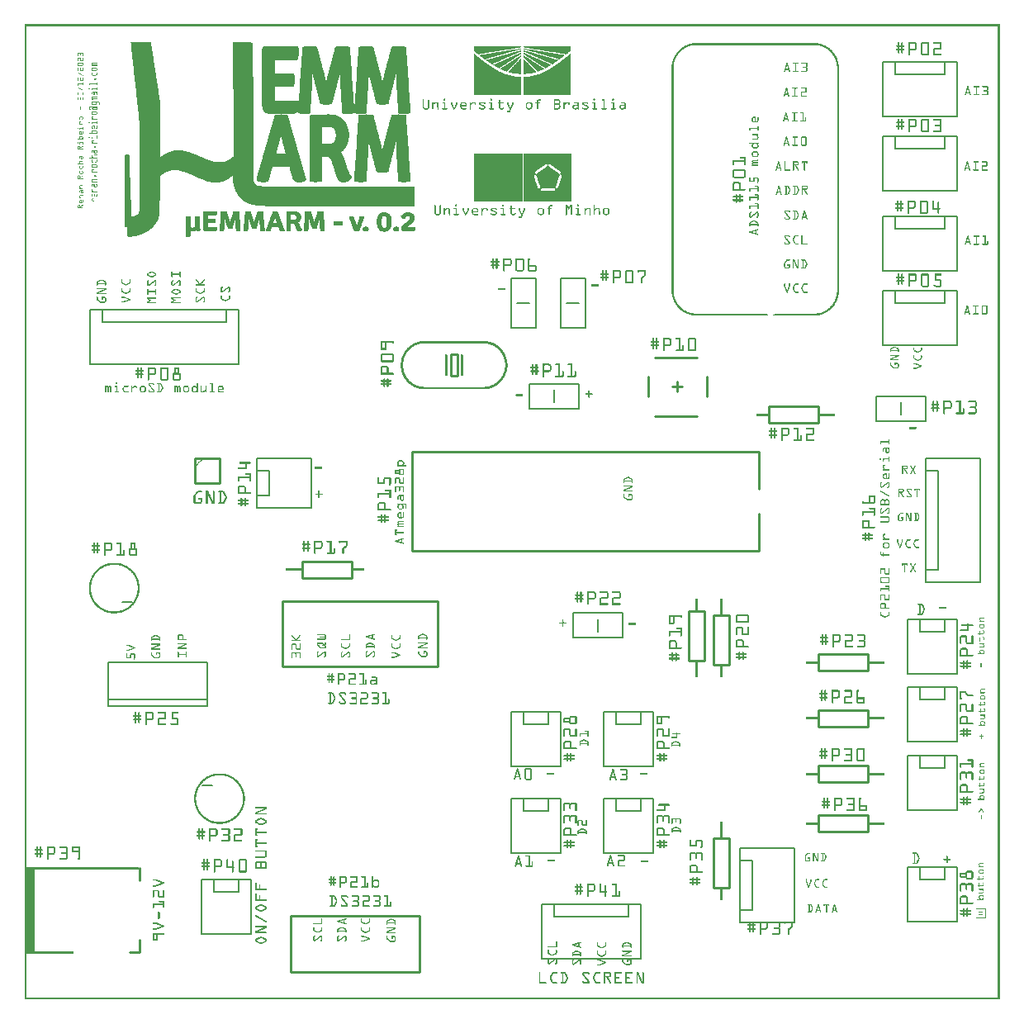
<source format=gto>
G04 MADE WITH FRITZING*
G04 WWW.FRITZING.ORG*
G04 DOUBLE SIDED*
G04 HOLES PLATED*
G04 CONTOUR ON CENTER OF CONTOUR VECTOR*
%ASAXBY*%
%FSLAX23Y23*%
%MOIN*%
%OFA0B0*%
%SFA1.0B1.0*%
%ADD10R,0.636311X0.271255X0.614787X0.249731*%
%ADD11C,0.010762*%
%ADD12R,0.405000X0.225000X0.395000X0.215000*%
%ADD13C,0.005000*%
%ADD14R,0.305000X0.055000X0.295000X0.045000*%
%ADD15R,0.038714X0.096457X0.019029X0.076772*%
%ADD16C,0.009843*%
%ADD17R,0.527196X0.238027X0.509362X0.220193*%
%ADD18C,0.008917*%
%ADD19R,0.205000X0.225000X0.195000X0.215000*%
%ADD20R,0.105000X0.055000X0.095000X0.045000*%
%ADD21R,0.225000X0.305000X0.215000X0.295000*%
%ADD22R,0.055000X0.205000X0.045000X0.195000*%
%ADD23R,0.305000X0.225000X0.295000X0.215000*%
%ADD24R,0.205000X0.055000X0.195000X0.045000*%
%ADD25R,0.225000X0.205000X0.215000X0.195000*%
%ADD26R,0.055000X0.105000X0.045000X0.095000*%
%ADD27R,0.225000X0.505000X0.215000X0.495000*%
%ADD28R,0.055000X0.405000X0.045000X0.395000*%
%ADD29R,0.605000X0.225000X0.595000X0.215000*%
%ADD30R,0.505000X0.055000X0.495000X0.045000*%
%ADD31R,0.195315X0.194041*%
%ADD32C,0.010000*%
%ADD33C,0.008000*%
%ADD34R,0.001000X0.001000*%
%LNSILK1*%
G90*
G70*
G54D11*
X1041Y1608D02*
X1667Y1608D01*
X1667Y1347D01*
X1041Y1347D01*
X1041Y1608D01*
D02*
G54D13*
X2088Y386D02*
X2488Y386D01*
X2488Y166D01*
X2088Y166D01*
X2088Y386D01*
D02*
X2138Y386D02*
X2438Y386D01*
X2438Y336D01*
X2138Y336D01*
X2138Y386D01*
D02*
G54D16*
X1720Y2604D02*
X1749Y2604D01*
X1749Y2518D01*
X1720Y2518D01*
X1720Y2604D01*
D02*
G54D18*
X1075Y340D02*
X1594Y340D01*
X1594Y111D01*
X1075Y111D01*
X1075Y340D01*
D02*
G54D13*
X2338Y811D02*
X2538Y811D01*
X2538Y591D01*
X2338Y591D01*
X2338Y811D01*
D02*
X2388Y811D02*
X2488Y811D01*
X2488Y761D01*
X2388Y761D01*
X2388Y811D01*
D02*
X1963Y811D02*
X2163Y811D01*
X2163Y591D01*
X1963Y591D01*
X1963Y811D01*
D02*
X2013Y811D02*
X2113Y811D01*
X2113Y761D01*
X2013Y761D01*
X2013Y811D01*
D02*
X2338Y1161D02*
X2538Y1161D01*
X2538Y941D01*
X2338Y941D01*
X2338Y1161D01*
D02*
X2388Y1161D02*
X2488Y1161D01*
X2488Y1111D01*
X2388Y1111D01*
X2388Y1161D01*
D02*
X1963Y1161D02*
X2163Y1161D01*
X2163Y941D01*
X1963Y941D01*
X1963Y1161D01*
D02*
X2013Y1161D02*
X2113Y1161D01*
X2113Y1111D01*
X2013Y1111D01*
X2013Y1161D01*
D02*
X2888Y611D02*
X3108Y611D01*
X3108Y311D01*
X2888Y311D01*
X2888Y611D01*
D02*
X2888Y561D02*
X2938Y561D01*
X2938Y361D01*
X2888Y361D01*
X2888Y561D01*
D02*
X3563Y536D02*
X3763Y536D01*
X3763Y316D01*
X3563Y316D01*
X3563Y536D01*
D02*
X3613Y536D02*
X3713Y536D01*
X3713Y486D01*
X3613Y486D01*
X3613Y536D01*
D02*
X713Y486D02*
X913Y486D01*
X913Y266D01*
X713Y266D01*
X713Y486D01*
D02*
X763Y486D02*
X863Y486D01*
X863Y436D01*
X763Y436D01*
X763Y486D01*
D02*
X3463Y2861D02*
X3763Y2861D01*
X3763Y2641D01*
X3463Y2641D01*
X3463Y2861D01*
D02*
X3513Y2861D02*
X3713Y2861D01*
X3713Y2811D01*
X3513Y2811D01*
X3513Y2861D01*
D02*
X3463Y3161D02*
X3763Y3161D01*
X3763Y2941D01*
X3463Y2941D01*
X3463Y3161D01*
D02*
X3513Y3161D02*
X3713Y3161D01*
X3713Y3111D01*
X3513Y3111D01*
X3513Y3161D01*
D02*
X3463Y3486D02*
X3763Y3486D01*
X3763Y3266D01*
X3463Y3266D01*
X3463Y3486D01*
D02*
X3513Y3486D02*
X3713Y3486D01*
X3713Y3436D01*
X3513Y3436D01*
X3513Y3486D01*
D02*
X3463Y3786D02*
X3763Y3786D01*
X3763Y3566D01*
X3463Y3566D01*
X3463Y3786D01*
D02*
X3513Y3786D02*
X3713Y3786D01*
X3713Y3736D01*
X3513Y3736D01*
X3513Y3786D01*
D02*
X3563Y986D02*
X3763Y986D01*
X3763Y766D01*
X3563Y766D01*
X3563Y986D01*
D02*
X3613Y986D02*
X3713Y986D01*
X3713Y936D01*
X3613Y936D01*
X3613Y986D01*
D02*
X3563Y1261D02*
X3763Y1261D01*
X3763Y1041D01*
X3563Y1041D01*
X3563Y1261D01*
D02*
X3613Y1261D02*
X3713Y1261D01*
X3713Y1211D01*
X3613Y1211D01*
X3613Y1261D01*
D02*
X3563Y1536D02*
X3763Y1536D01*
X3763Y1316D01*
X3563Y1316D01*
X3563Y1536D01*
D02*
X3613Y1536D02*
X3713Y1536D01*
X3713Y1486D01*
X3613Y1486D01*
X3613Y1536D01*
D02*
X938Y2186D02*
X1158Y2186D01*
X1158Y1986D01*
X938Y1986D01*
X938Y2186D01*
D02*
X938Y2136D02*
X988Y2136D01*
X988Y2036D01*
X938Y2036D01*
X938Y2136D01*
D02*
X3638Y2186D02*
X3858Y2186D01*
X3858Y1686D01*
X3638Y1686D01*
X3638Y2186D01*
D02*
X3638Y2136D02*
X3688Y2136D01*
X3688Y1736D01*
X3638Y1736D01*
X3638Y2136D01*
D02*
X263Y2786D02*
X863Y2786D01*
X863Y2566D01*
X263Y2566D01*
X263Y2786D01*
D02*
X313Y2786D02*
X813Y2786D01*
X813Y2736D01*
X313Y2736D01*
X313Y2786D01*
D02*
G54D31*
X1913Y3319D03*
G54D32*
X688Y2186D02*
X688Y2086D01*
D02*
X688Y2086D02*
X788Y2086D01*
D02*
X788Y2086D02*
X788Y2186D01*
D02*
X788Y2186D02*
X688Y2186D01*
D02*
X3203Y2328D02*
X3003Y2328D01*
D02*
X3003Y2328D02*
X3003Y2394D01*
D02*
X3003Y2394D02*
X3203Y2394D01*
D02*
X3203Y2394D02*
X3203Y2328D01*
G54D33*
D02*
X3538Y2361D02*
X3538Y2411D01*
D02*
X3638Y2336D02*
X3438Y2336D01*
D02*
X3438Y2336D02*
X3438Y2436D01*
D02*
X3438Y2436D02*
X3638Y2436D01*
D02*
X3638Y2436D02*
X3638Y2336D01*
G54D32*
D02*
X2517Y2435D02*
X2517Y2514D01*
D02*
X2713Y2356D02*
X2546Y2356D01*
D02*
X2713Y2593D02*
X2546Y2593D01*
D02*
X2753Y2435D02*
X2753Y2514D01*
D02*
X2635Y2455D02*
X2635Y2494D01*
D02*
X2615Y2475D02*
X2654Y2475D01*
G54D33*
D02*
X2138Y2411D02*
X2138Y2461D01*
D02*
X2238Y2386D02*
X2038Y2386D01*
D02*
X2038Y2386D02*
X2038Y2486D01*
D02*
X2038Y2486D02*
X2238Y2486D01*
D02*
X2238Y2486D02*
X2238Y2386D01*
D02*
X2313Y1486D02*
X2313Y1536D01*
D02*
X2413Y1461D02*
X2213Y1461D01*
D02*
X2213Y1461D02*
X2213Y1561D01*
D02*
X2213Y1561D02*
X2413Y1561D01*
D02*
X2413Y1561D02*
X2413Y1461D01*
G54D32*
D02*
X2963Y2211D02*
X1563Y2211D01*
D02*
X1563Y2211D02*
X1563Y1811D01*
D02*
X1563Y1811D02*
X2963Y1811D01*
D02*
X2963Y2211D02*
X2963Y2061D01*
D02*
X2963Y1961D02*
X2963Y1811D01*
G54D33*
D02*
X338Y1361D02*
X738Y1361D01*
D02*
X738Y1361D02*
X738Y1211D01*
D02*
X738Y1211D02*
X738Y1186D01*
D02*
X738Y1186D02*
X338Y1186D01*
D02*
X338Y1186D02*
X338Y1211D01*
D02*
X338Y1211D02*
X338Y1361D01*
D02*
X338Y1211D02*
X738Y1211D01*
G54D32*
D02*
X463Y531D02*
X463Y481D01*
D02*
X423Y191D02*
X463Y191D01*
D02*
X463Y191D02*
X463Y241D01*
D02*
X33Y191D02*
X33Y531D01*
D02*
X28Y191D02*
X28Y531D01*
D02*
X23Y191D02*
X23Y531D01*
D02*
X18Y191D02*
X18Y531D01*
D02*
X13Y191D02*
X13Y531D01*
D02*
X8Y191D02*
X8Y531D01*
G54D33*
D02*
X758Y866D02*
X718Y866D01*
D02*
X2038Y2811D02*
X1988Y2811D01*
D02*
X2063Y2911D02*
X2063Y2711D01*
D02*
X2063Y2711D02*
X1963Y2711D01*
D02*
X1963Y2711D02*
X1963Y2911D01*
D02*
X1963Y2911D02*
X2063Y2911D01*
D02*
X2188Y2811D02*
X2238Y2811D01*
D02*
X2163Y2711D02*
X2163Y2911D01*
D02*
X2163Y2911D02*
X2263Y2911D01*
D02*
X2263Y2911D02*
X2263Y2711D01*
D02*
X2263Y2711D02*
X2163Y2711D01*
G54D32*
D02*
X2680Y1370D02*
X2680Y1570D01*
D02*
X2680Y1570D02*
X2746Y1570D01*
D02*
X2746Y1570D02*
X2746Y1370D01*
D02*
X2746Y1370D02*
X2680Y1370D01*
D02*
X2846Y1551D02*
X2846Y1351D01*
D02*
X2846Y1351D02*
X2780Y1351D01*
D02*
X2780Y1351D02*
X2780Y1551D01*
D02*
X2780Y1551D02*
X2846Y1551D01*
G54D33*
D02*
X393Y1606D02*
X433Y1606D01*
G54D32*
D02*
X1122Y1769D02*
X1322Y1769D01*
D02*
X1322Y1769D02*
X1322Y1703D01*
D02*
X1322Y1703D02*
X1122Y1703D01*
D02*
X1122Y1703D02*
X1122Y1769D01*
D02*
X2846Y651D02*
X2846Y451D01*
D02*
X2846Y451D02*
X2780Y451D01*
D02*
X2780Y451D02*
X2780Y651D01*
D02*
X2780Y651D02*
X2846Y651D01*
D02*
X3403Y678D02*
X3203Y678D01*
D02*
X3203Y678D02*
X3203Y744D01*
D02*
X3203Y744D02*
X3403Y744D01*
D02*
X3403Y744D02*
X3403Y678D01*
D02*
X3403Y1103D02*
X3203Y1103D01*
D02*
X3203Y1103D02*
X3203Y1169D01*
D02*
X3203Y1169D02*
X3403Y1169D01*
D02*
X3403Y1169D02*
X3403Y1103D01*
D02*
X3403Y1328D02*
X3203Y1328D01*
D02*
X3203Y1328D02*
X3203Y1394D01*
D02*
X3203Y1394D02*
X3403Y1394D01*
D02*
X3403Y1394D02*
X3403Y1328D01*
D02*
X3403Y878D02*
X3203Y878D01*
D02*
X3203Y878D02*
X3203Y944D01*
D02*
X3203Y944D02*
X3403Y944D01*
D02*
X3403Y944D02*
X3403Y878D01*
G36*
X1813Y3848D02*
X1813Y3831D01*
X1814Y3831D01*
X1814Y3830D01*
X1814Y3830D01*
X1814Y3830D01*
X1815Y3830D01*
X1815Y3829D01*
X1815Y3829D01*
X1815Y3829D01*
X1817Y3829D01*
X1817Y3828D01*
X1817Y3828D01*
X1817Y3828D01*
X1818Y3828D01*
X1818Y3827D01*
X1818Y3827D01*
X1818Y3826D01*
X1819Y3826D01*
X1819Y3826D01*
X1819Y3826D01*
X1819Y3825D01*
X1820Y3825D01*
X1820Y3825D01*
X1821Y3825D01*
X1821Y3824D01*
X1821Y3824D01*
X1821Y3824D01*
X1822Y3824D01*
X1822Y3823D01*
X1823Y3823D01*
X1823Y3823D01*
X1824Y3823D01*
X1824Y3822D01*
X1824Y3822D01*
X1824Y3822D01*
X1825Y3822D01*
X1825Y3821D01*
X1825Y3821D01*
X1825Y3820D01*
X1826Y3820D01*
X1826Y3820D01*
X1827Y3820D01*
X1827Y3819D01*
X1827Y3819D01*
X1827Y3819D01*
X1828Y3819D01*
X1828Y3818D01*
X1829Y3818D01*
X1829Y3818D01*
X1830Y3818D01*
X1830Y3817D01*
X1830Y3817D01*
X1830Y3817D01*
X1834Y3817D01*
X1834Y3817D01*
X1837Y3817D01*
X1837Y3818D01*
X1841Y3818D01*
X1841Y3818D01*
X1844Y3818D01*
X1844Y3819D01*
X1848Y3819D01*
X1848Y3819D01*
X1851Y3819D01*
X1851Y3820D01*
X1855Y3820D01*
X1855Y3820D01*
X1858Y3820D01*
X1858Y3821D01*
X1861Y3821D01*
X1861Y3822D01*
X1865Y3822D01*
X1865Y3822D01*
X1868Y3822D01*
X1868Y3823D01*
X1872Y3823D01*
X1872Y3823D01*
X1875Y3823D01*
X1875Y3824D01*
X1878Y3824D01*
X1878Y3824D01*
X1882Y3824D01*
X1882Y3825D01*
X1885Y3825D01*
X1885Y3825D01*
X1889Y3825D01*
X1889Y3826D01*
X1892Y3826D01*
X1892Y3826D01*
X1896Y3826D01*
X1896Y3827D01*
X1899Y3827D01*
X1899Y3828D01*
X1902Y3828D01*
X1902Y3828D01*
X1905Y3828D01*
X1905Y3829D01*
X1909Y3829D01*
X1909Y3829D01*
X1913Y3829D01*
X1913Y3830D01*
X1916Y3830D01*
X1916Y3830D01*
X1919Y3830D01*
X1919Y3831D01*
X1923Y3831D01*
X1923Y3831D01*
X1926Y3831D01*
X1926Y3832D01*
X1929Y3832D01*
X1929Y3832D01*
X1933Y3832D01*
X1933Y3833D01*
X1937Y3833D01*
X1937Y3834D01*
X1940Y3834D01*
X1940Y3834D01*
X1943Y3834D01*
X1943Y3835D01*
X1947Y3835D01*
X1947Y3835D01*
X1950Y3835D01*
X1950Y3836D01*
X1953Y3836D01*
X1953Y3836D01*
X1957Y3836D01*
X1957Y3837D01*
X1961Y3837D01*
X1961Y3837D01*
X1964Y3837D01*
X1964Y3838D01*
X1967Y3838D01*
X1967Y3838D01*
X1970Y3838D01*
X1970Y3839D01*
X1974Y3839D01*
X1974Y3840D01*
X1977Y3840D01*
X1977Y3840D01*
X1981Y3840D01*
X1981Y3841D01*
X1984Y3841D01*
X1984Y3841D01*
X1987Y3841D01*
X1987Y3842D01*
X1991Y3842D01*
X1991Y3842D01*
X1994Y3842D01*
X1994Y3843D01*
X1998Y3843D01*
X1998Y3843D01*
X2001Y3843D01*
X2001Y3844D01*
X2005Y3844D01*
X2005Y3848D01*
X1824Y3848D01*
X1824Y3848D01*
X1813Y3848D01*
G37*
D02*
G36*
X2194Y3848D02*
X2194Y3848D01*
X2013Y3848D01*
X2013Y3844D01*
X2017Y3844D01*
X2017Y3843D01*
X2021Y3843D01*
X2021Y3843D01*
X2024Y3843D01*
X2024Y3842D01*
X2027Y3842D01*
X2027Y3842D01*
X2031Y3842D01*
X2031Y3841D01*
X2034Y3841D01*
X2034Y3841D01*
X2037Y3841D01*
X2037Y3840D01*
X2041Y3840D01*
X2041Y3840D01*
X2045Y3840D01*
X2045Y3839D01*
X2048Y3839D01*
X2048Y3838D01*
X2051Y3838D01*
X2051Y3838D01*
X2055Y3838D01*
X2055Y3837D01*
X2058Y3837D01*
X2058Y3837D01*
X2061Y3837D01*
X2061Y3836D01*
X2065Y3836D01*
X2065Y3836D01*
X2069Y3836D01*
X2069Y3835D01*
X2072Y3835D01*
X2072Y3835D01*
X2075Y3835D01*
X2075Y3834D01*
X2078Y3834D01*
X2078Y3834D01*
X2082Y3834D01*
X2082Y3833D01*
X2085Y3833D01*
X2085Y3832D01*
X2089Y3832D01*
X2089Y3832D01*
X2092Y3832D01*
X2092Y3831D01*
X2096Y3831D01*
X2096Y3831D01*
X2099Y3831D01*
X2099Y3830D01*
X2102Y3830D01*
X2102Y3830D01*
X2106Y3830D01*
X2106Y3829D01*
X2109Y3829D01*
X2109Y3829D01*
X2113Y3829D01*
X2113Y3828D01*
X2116Y3828D01*
X2116Y3828D01*
X2119Y3828D01*
X2119Y3827D01*
X2123Y3827D01*
X2123Y3826D01*
X2126Y3826D01*
X2126Y3826D01*
X2130Y3826D01*
X2130Y3825D01*
X2133Y3825D01*
X2133Y3825D01*
X2137Y3825D01*
X2137Y3824D01*
X2140Y3824D01*
X2140Y3824D01*
X2143Y3824D01*
X2143Y3823D01*
X2146Y3823D01*
X2146Y3823D01*
X2150Y3823D01*
X2150Y3822D01*
X2154Y3822D01*
X2154Y3822D01*
X2157Y3822D01*
X2157Y3821D01*
X2160Y3821D01*
X2160Y3820D01*
X2164Y3820D01*
X2164Y3820D01*
X2167Y3820D01*
X2167Y3819D01*
X2170Y3819D01*
X2170Y3819D01*
X2174Y3819D01*
X2174Y3818D01*
X2178Y3818D01*
X2178Y3818D01*
X2181Y3818D01*
X2181Y3817D01*
X2184Y3817D01*
X2184Y3817D01*
X2188Y3817D01*
X2188Y3817D01*
X2188Y3817D01*
X2188Y3818D01*
X2189Y3818D01*
X2189Y3818D01*
X2190Y3818D01*
X2190Y3819D01*
X2191Y3819D01*
X2191Y3819D01*
X2191Y3819D01*
X2191Y3820D01*
X2192Y3820D01*
X2192Y3820D01*
X2193Y3820D01*
X2193Y3821D01*
X2193Y3821D01*
X2193Y3822D01*
X2194Y3822D01*
X2194Y3822D01*
X2194Y3822D01*
X2194Y3823D01*
X2195Y3823D01*
X2195Y3823D01*
X2196Y3823D01*
X2196Y3824D01*
X2197Y3824D01*
X2197Y3824D01*
X2197Y3824D01*
X2197Y3825D01*
X2198Y3825D01*
X2198Y3825D01*
X2198Y3825D01*
X2198Y3826D01*
X2199Y3826D01*
X2199Y3826D01*
X2200Y3826D01*
X2200Y3827D01*
X2200Y3827D01*
X2200Y3828D01*
X2201Y3828D01*
X2201Y3828D01*
X2202Y3828D01*
X2202Y3829D01*
X2203Y3829D01*
X2203Y3829D01*
X2203Y3829D01*
X2203Y3830D01*
X2204Y3830D01*
X2204Y3830D01*
X2204Y3830D01*
X2204Y3831D01*
X2205Y3831D01*
X2205Y3848D01*
X2194Y3848D01*
G37*
D02*
G36*
X2004Y3840D02*
X2004Y3840D01*
X2001Y3840D01*
X2001Y3839D01*
X1997Y3839D01*
X1997Y3838D01*
X1994Y3838D01*
X1994Y3838D01*
X1991Y3838D01*
X1991Y3837D01*
X1987Y3837D01*
X1987Y3837D01*
X1983Y3837D01*
X1983Y3836D01*
X1980Y3836D01*
X1980Y3836D01*
X1977Y3836D01*
X1977Y3835D01*
X1974Y3835D01*
X1974Y3835D01*
X1970Y3835D01*
X1970Y3834D01*
X1967Y3834D01*
X1967Y3834D01*
X1963Y3834D01*
X1963Y3833D01*
X1960Y3833D01*
X1960Y3832D01*
X1956Y3832D01*
X1956Y3832D01*
X1953Y3832D01*
X1953Y3831D01*
X1950Y3831D01*
X1950Y3831D01*
X1946Y3831D01*
X1946Y3830D01*
X1943Y3830D01*
X1943Y3830D01*
X1939Y3830D01*
X1939Y3829D01*
X1936Y3829D01*
X1936Y3829D01*
X1933Y3829D01*
X1933Y3828D01*
X1929Y3828D01*
X1929Y3828D01*
X1926Y3828D01*
X1926Y3827D01*
X1922Y3827D01*
X1922Y3826D01*
X1919Y3826D01*
X1919Y3826D01*
X1915Y3826D01*
X1915Y3825D01*
X1912Y3825D01*
X1912Y3825D01*
X1909Y3825D01*
X1909Y3824D01*
X1905Y3824D01*
X1905Y3824D01*
X1902Y3824D01*
X1902Y3823D01*
X1898Y3823D01*
X1898Y3823D01*
X1895Y3823D01*
X1895Y3822D01*
X1891Y3822D01*
X1891Y3822D01*
X1888Y3822D01*
X1888Y3821D01*
X1885Y3821D01*
X1885Y3820D01*
X1881Y3820D01*
X1881Y3820D01*
X1878Y3820D01*
X1878Y3819D01*
X1874Y3819D01*
X1874Y3819D01*
X1871Y3819D01*
X1871Y3818D01*
X1868Y3818D01*
X1868Y3818D01*
X1864Y3818D01*
X1864Y3817D01*
X1861Y3817D01*
X1861Y3817D01*
X1857Y3817D01*
X1857Y3816D01*
X1854Y3816D01*
X1854Y3816D01*
X1850Y3816D01*
X1850Y3815D01*
X1847Y3815D01*
X1847Y3814D01*
X1844Y3814D01*
X1844Y3814D01*
X1840Y3814D01*
X1840Y3813D01*
X1837Y3813D01*
X1837Y3813D01*
X1836Y3813D01*
X1836Y3812D01*
X1837Y3812D01*
X1837Y3812D01*
X1837Y3812D01*
X1837Y3811D01*
X1838Y3811D01*
X1838Y3811D01*
X1839Y3811D01*
X1839Y3810D01*
X1839Y3810D01*
X1839Y3810D01*
X1840Y3810D01*
X1840Y3809D01*
X1841Y3809D01*
X1841Y3808D01*
X1842Y3808D01*
X1842Y3808D01*
X1842Y3808D01*
X1842Y3807D01*
X1843Y3807D01*
X1843Y3807D01*
X1844Y3807D01*
X1844Y3806D01*
X1844Y3806D01*
X1844Y3806D01*
X1845Y3806D01*
X1845Y3805D01*
X1846Y3805D01*
X1846Y3805D01*
X1847Y3805D01*
X1847Y3804D01*
X1848Y3804D01*
X1848Y3804D01*
X1848Y3804D01*
X1848Y3803D01*
X1849Y3803D01*
X1849Y3802D01*
X1850Y3802D01*
X1850Y3802D01*
X1850Y3802D01*
X1850Y3801D01*
X1851Y3801D01*
X1851Y3801D01*
X1852Y3801D01*
X1852Y3800D01*
X1853Y3800D01*
X1853Y3800D01*
X1853Y3800D01*
X1853Y3799D01*
X1854Y3799D01*
X1854Y3799D01*
X1855Y3799D01*
X1855Y3798D01*
X1856Y3798D01*
X1856Y3798D01*
X1856Y3798D01*
X1856Y3797D01*
X1857Y3797D01*
X1857Y3796D01*
X1858Y3796D01*
X1858Y3796D01*
X1859Y3796D01*
X1859Y3796D01*
X1861Y3796D01*
X1861Y3797D01*
X1863Y3797D01*
X1863Y3798D01*
X1865Y3798D01*
X1865Y3798D01*
X1867Y3798D01*
X1867Y3799D01*
X1869Y3799D01*
X1869Y3799D01*
X1871Y3799D01*
X1871Y3800D01*
X1873Y3800D01*
X1873Y3800D01*
X1874Y3800D01*
X1874Y3801D01*
X1877Y3801D01*
X1877Y3801D01*
X1878Y3801D01*
X1878Y3802D01*
X1880Y3802D01*
X1880Y3802D01*
X1883Y3802D01*
X1883Y3803D01*
X1884Y3803D01*
X1884Y3804D01*
X1886Y3804D01*
X1886Y3804D01*
X1888Y3804D01*
X1888Y3805D01*
X1890Y3805D01*
X1890Y3805D01*
X1892Y3805D01*
X1892Y3806D01*
X1894Y3806D01*
X1894Y3806D01*
X1896Y3806D01*
X1896Y3807D01*
X1898Y3807D01*
X1898Y3807D01*
X1899Y3807D01*
X1899Y3808D01*
X1902Y3808D01*
X1902Y3808D01*
X1904Y3808D01*
X1904Y3809D01*
X1905Y3809D01*
X1905Y3810D01*
X1908Y3810D01*
X1908Y3810D01*
X1909Y3810D01*
X1909Y3811D01*
X1911Y3811D01*
X1911Y3811D01*
X1913Y3811D01*
X1913Y3812D01*
X1915Y3812D01*
X1915Y3812D01*
X1917Y3812D01*
X1917Y3813D01*
X1919Y3813D01*
X1919Y3813D01*
X1921Y3813D01*
X1921Y3814D01*
X1923Y3814D01*
X1923Y3814D01*
X1925Y3814D01*
X1925Y3815D01*
X1927Y3815D01*
X1927Y3816D01*
X1929Y3816D01*
X1929Y3816D01*
X1931Y3816D01*
X1931Y3817D01*
X1933Y3817D01*
X1933Y3817D01*
X1934Y3817D01*
X1934Y3818D01*
X1937Y3818D01*
X1937Y3818D01*
X1938Y3818D01*
X1938Y3819D01*
X1940Y3819D01*
X1940Y3819D01*
X1942Y3819D01*
X1942Y3820D01*
X1944Y3820D01*
X1944Y3820D01*
X1946Y3820D01*
X1946Y3821D01*
X1948Y3821D01*
X1948Y3822D01*
X1950Y3822D01*
X1950Y3822D01*
X1952Y3822D01*
X1952Y3823D01*
X1954Y3823D01*
X1954Y3823D01*
X1956Y3823D01*
X1956Y3824D01*
X1958Y3824D01*
X1958Y3824D01*
X1959Y3824D01*
X1959Y3825D01*
X1962Y3825D01*
X1962Y3825D01*
X1963Y3825D01*
X1963Y3826D01*
X1965Y3826D01*
X1965Y3826D01*
X1967Y3826D01*
X1967Y3827D01*
X1969Y3827D01*
X1969Y3828D01*
X1971Y3828D01*
X1971Y3828D01*
X1973Y3828D01*
X1973Y3829D01*
X1975Y3829D01*
X1975Y3829D01*
X1977Y3829D01*
X1977Y3830D01*
X1979Y3830D01*
X1979Y3830D01*
X1981Y3830D01*
X1981Y3831D01*
X1983Y3831D01*
X1983Y3831D01*
X1985Y3831D01*
X1985Y3832D01*
X1987Y3832D01*
X1987Y3832D01*
X1988Y3832D01*
X1988Y3833D01*
X1991Y3833D01*
X1991Y3834D01*
X1992Y3834D01*
X1992Y3834D01*
X1994Y3834D01*
X1994Y3835D01*
X1997Y3835D01*
X1997Y3835D01*
X1998Y3835D01*
X1998Y3836D01*
X2000Y3836D01*
X2000Y3836D01*
X2002Y3836D01*
X2002Y3837D01*
X2004Y3837D01*
X2004Y3837D01*
X2005Y3837D01*
X2005Y3840D01*
X2004Y3840D01*
G37*
D02*
G36*
X2013Y3840D02*
X2013Y3837D01*
X2014Y3837D01*
X2014Y3837D01*
X2016Y3837D01*
X2016Y3836D01*
X2018Y3836D01*
X2018Y3836D01*
X2020Y3836D01*
X2020Y3835D01*
X2022Y3835D01*
X2022Y3835D01*
X2024Y3835D01*
X2024Y3834D01*
X2026Y3834D01*
X2026Y3834D01*
X2028Y3834D01*
X2028Y3833D01*
X2030Y3833D01*
X2030Y3832D01*
X2031Y3832D01*
X2031Y3832D01*
X2034Y3832D01*
X2034Y3831D01*
X2035Y3831D01*
X2035Y3831D01*
X2037Y3831D01*
X2037Y3830D01*
X2039Y3830D01*
X2039Y3830D01*
X2041Y3830D01*
X2041Y3829D01*
X2043Y3829D01*
X2043Y3829D01*
X2045Y3829D01*
X2045Y3828D01*
X2047Y3828D01*
X2047Y3828D01*
X2049Y3828D01*
X2049Y3827D01*
X2051Y3827D01*
X2051Y3826D01*
X2053Y3826D01*
X2053Y3826D01*
X2055Y3826D01*
X2055Y3825D01*
X2057Y3825D01*
X2057Y3825D01*
X2059Y3825D01*
X2059Y3824D01*
X2060Y3824D01*
X2060Y3824D01*
X2063Y3824D01*
X2063Y3823D01*
X2065Y3823D01*
X2065Y3823D01*
X2066Y3823D01*
X2066Y3822D01*
X2069Y3822D01*
X2069Y3822D01*
X2070Y3822D01*
X2070Y3821D01*
X2072Y3821D01*
X2072Y3820D01*
X2074Y3820D01*
X2074Y3820D01*
X2076Y3820D01*
X2076Y3819D01*
X2078Y3819D01*
X2078Y3819D01*
X2080Y3819D01*
X2080Y3818D01*
X2082Y3818D01*
X2082Y3818D01*
X2084Y3818D01*
X2084Y3817D01*
X2086Y3817D01*
X2086Y3817D01*
X2088Y3817D01*
X2088Y3816D01*
X2090Y3816D01*
X2090Y3816D01*
X2091Y3816D01*
X2091Y3815D01*
X2094Y3815D01*
X2094Y3814D01*
X2095Y3814D01*
X2095Y3814D01*
X2097Y3814D01*
X2097Y3813D01*
X2099Y3813D01*
X2099Y3813D01*
X2101Y3813D01*
X2101Y3812D01*
X2103Y3812D01*
X2103Y3812D01*
X2105Y3812D01*
X2105Y3811D01*
X2107Y3811D01*
X2107Y3811D01*
X2109Y3811D01*
X2109Y3810D01*
X2111Y3810D01*
X2111Y3810D01*
X2113Y3810D01*
X2113Y3809D01*
X2115Y3809D01*
X2115Y3808D01*
X2116Y3808D01*
X2116Y3808D01*
X2119Y3808D01*
X2119Y3807D01*
X2120Y3807D01*
X2120Y3807D01*
X2122Y3807D01*
X2122Y3806D01*
X2124Y3806D01*
X2124Y3806D01*
X2126Y3806D01*
X2126Y3805D01*
X2128Y3805D01*
X2128Y3805D01*
X2130Y3805D01*
X2130Y3804D01*
X2132Y3804D01*
X2132Y3804D01*
X2134Y3804D01*
X2134Y3803D01*
X2136Y3803D01*
X2136Y3802D01*
X2138Y3802D01*
X2138Y3802D01*
X2140Y3802D01*
X2140Y3801D01*
X2142Y3801D01*
X2142Y3801D01*
X2144Y3801D01*
X2144Y3800D01*
X2145Y3800D01*
X2145Y3800D01*
X2148Y3800D01*
X2148Y3799D01*
X2149Y3799D01*
X2149Y3799D01*
X2151Y3799D01*
X2151Y3798D01*
X2154Y3798D01*
X2154Y3798D01*
X2155Y3798D01*
X2155Y3797D01*
X2157Y3797D01*
X2157Y3796D01*
X2159Y3796D01*
X2159Y3796D01*
X2160Y3796D01*
X2160Y3796D01*
X2161Y3796D01*
X2161Y3797D01*
X2162Y3797D01*
X2162Y3798D01*
X2162Y3798D01*
X2162Y3798D01*
X2163Y3798D01*
X2163Y3799D01*
X2164Y3799D01*
X2164Y3799D01*
X2165Y3799D01*
X2165Y3800D01*
X2166Y3800D01*
X2166Y3800D01*
X2166Y3800D01*
X2166Y3801D01*
X2167Y3801D01*
X2167Y3801D01*
X2168Y3801D01*
X2168Y3802D01*
X2168Y3802D01*
X2168Y3802D01*
X2169Y3802D01*
X2169Y3803D01*
X2170Y3803D01*
X2170Y3804D01*
X2170Y3804D01*
X2170Y3804D01*
X2172Y3804D01*
X2172Y3805D01*
X2172Y3805D01*
X2172Y3805D01*
X2173Y3805D01*
X2173Y3806D01*
X2174Y3806D01*
X2174Y3806D01*
X2174Y3806D01*
X2174Y3807D01*
X2175Y3807D01*
X2175Y3807D01*
X2176Y3807D01*
X2176Y3808D01*
X2176Y3808D01*
X2176Y3808D01*
X2178Y3808D01*
X2178Y3809D01*
X2178Y3809D01*
X2178Y3810D01*
X2179Y3810D01*
X2179Y3810D01*
X2179Y3810D01*
X2179Y3811D01*
X2180Y3811D01*
X2180Y3811D01*
X2181Y3811D01*
X2181Y3812D01*
X2181Y3812D01*
X2181Y3812D01*
X2182Y3812D01*
X2182Y3813D01*
X2181Y3813D01*
X2181Y3813D01*
X2178Y3813D01*
X2178Y3814D01*
X2174Y3814D01*
X2174Y3814D01*
X2171Y3814D01*
X2171Y3815D01*
X2168Y3815D01*
X2168Y3816D01*
X2164Y3816D01*
X2164Y3816D01*
X2161Y3816D01*
X2161Y3817D01*
X2157Y3817D01*
X2157Y3817D01*
X2154Y3817D01*
X2154Y3818D01*
X2151Y3818D01*
X2151Y3818D01*
X2147Y3818D01*
X2147Y3819D01*
X2144Y3819D01*
X2144Y3819D01*
X2140Y3819D01*
X2140Y3820D01*
X2137Y3820D01*
X2137Y3820D01*
X2133Y3820D01*
X2133Y3821D01*
X2130Y3821D01*
X2130Y3822D01*
X2127Y3822D01*
X2127Y3822D01*
X2124Y3822D01*
X2124Y3823D01*
X2120Y3823D01*
X2120Y3823D01*
X2116Y3823D01*
X2116Y3824D01*
X2113Y3824D01*
X2113Y3824D01*
X2110Y3824D01*
X2110Y3825D01*
X2106Y3825D01*
X2106Y3825D01*
X2103Y3825D01*
X2103Y3826D01*
X2100Y3826D01*
X2100Y3826D01*
X2096Y3826D01*
X2096Y3827D01*
X2093Y3827D01*
X2093Y3828D01*
X2089Y3828D01*
X2089Y3828D01*
X2086Y3828D01*
X2086Y3829D01*
X2083Y3829D01*
X2083Y3829D01*
X2079Y3829D01*
X2079Y3830D01*
X2076Y3830D01*
X2076Y3830D01*
X2072Y3830D01*
X2072Y3831D01*
X2069Y3831D01*
X2069Y3831D01*
X2065Y3831D01*
X2065Y3832D01*
X2062Y3832D01*
X2062Y3832D01*
X2059Y3832D01*
X2059Y3833D01*
X2055Y3833D01*
X2055Y3834D01*
X2052Y3834D01*
X2052Y3834D01*
X2048Y3834D01*
X2048Y3835D01*
X2045Y3835D01*
X2045Y3835D01*
X2042Y3835D01*
X2042Y3836D01*
X2038Y3836D01*
X2038Y3836D01*
X2035Y3836D01*
X2035Y3837D01*
X2031Y3837D01*
X2031Y3837D01*
X2028Y3837D01*
X2028Y3838D01*
X2024Y3838D01*
X2024Y3838D01*
X2021Y3838D01*
X2021Y3839D01*
X2018Y3839D01*
X2018Y3840D01*
X2014Y3840D01*
X2014Y3840D01*
X2013Y3840D01*
G37*
D02*
G36*
X2004Y3833D02*
X2004Y3832D01*
X2003Y3832D01*
X2003Y3832D01*
X2000Y3832D01*
X2000Y3831D01*
X1999Y3831D01*
X1999Y3831D01*
X1997Y3831D01*
X1997Y3830D01*
X1995Y3830D01*
X1995Y3830D01*
X1993Y3830D01*
X1993Y3829D01*
X1991Y3829D01*
X1991Y3829D01*
X1989Y3829D01*
X1989Y3828D01*
X1987Y3828D01*
X1987Y3828D01*
X1985Y3828D01*
X1985Y3827D01*
X1983Y3827D01*
X1983Y3826D01*
X1981Y3826D01*
X1981Y3826D01*
X1979Y3826D01*
X1979Y3825D01*
X1977Y3825D01*
X1977Y3825D01*
X1975Y3825D01*
X1975Y3824D01*
X1974Y3824D01*
X1974Y3824D01*
X1971Y3824D01*
X1971Y3823D01*
X1969Y3823D01*
X1969Y3823D01*
X1968Y3823D01*
X1968Y3822D01*
X1965Y3822D01*
X1965Y3822D01*
X1964Y3822D01*
X1964Y3821D01*
X1962Y3821D01*
X1962Y3820D01*
X1960Y3820D01*
X1960Y3820D01*
X1958Y3820D01*
X1958Y3819D01*
X1956Y3819D01*
X1956Y3819D01*
X1954Y3819D01*
X1954Y3818D01*
X1952Y3818D01*
X1952Y3818D01*
X1950Y3818D01*
X1950Y3817D01*
X1948Y3817D01*
X1948Y3817D01*
X1946Y3817D01*
X1946Y3816D01*
X1944Y3816D01*
X1944Y3816D01*
X1943Y3816D01*
X1943Y3815D01*
X1940Y3815D01*
X1940Y3814D01*
X1939Y3814D01*
X1939Y3814D01*
X1937Y3814D01*
X1937Y3813D01*
X1935Y3813D01*
X1935Y3813D01*
X1933Y3813D01*
X1933Y3812D01*
X1931Y3812D01*
X1931Y3812D01*
X1929Y3812D01*
X1929Y3811D01*
X1927Y3811D01*
X1927Y3811D01*
X1925Y3811D01*
X1925Y3810D01*
X1923Y3810D01*
X1923Y3810D01*
X1921Y3810D01*
X1921Y3809D01*
X1919Y3809D01*
X1919Y3808D01*
X1917Y3808D01*
X1917Y3808D01*
X1915Y3808D01*
X1915Y3807D01*
X1914Y3807D01*
X1914Y3807D01*
X1911Y3807D01*
X1911Y3806D01*
X1910Y3806D01*
X1910Y3806D01*
X1908Y3806D01*
X1908Y3805D01*
X1906Y3805D01*
X1906Y3805D01*
X1904Y3805D01*
X1904Y3804D01*
X1902Y3804D01*
X1902Y3804D01*
X1900Y3804D01*
X1900Y3803D01*
X1898Y3803D01*
X1898Y3802D01*
X1896Y3802D01*
X1896Y3802D01*
X1894Y3802D01*
X1894Y3801D01*
X1892Y3801D01*
X1892Y3801D01*
X1890Y3801D01*
X1890Y3800D01*
X1889Y3800D01*
X1889Y3800D01*
X1886Y3800D01*
X1886Y3799D01*
X1885Y3799D01*
X1885Y3799D01*
X1883Y3799D01*
X1883Y3798D01*
X1880Y3798D01*
X1880Y3798D01*
X1879Y3798D01*
X1879Y3797D01*
X1877Y3797D01*
X1877Y3796D01*
X1875Y3796D01*
X1875Y3796D01*
X1873Y3796D01*
X1873Y3795D01*
X1871Y3795D01*
X1871Y3795D01*
X1869Y3795D01*
X1869Y3794D01*
X1867Y3794D01*
X1867Y3794D01*
X1865Y3794D01*
X1865Y3793D01*
X1863Y3793D01*
X1863Y3793D01*
X1863Y3793D01*
X1863Y3792D01*
X1864Y3792D01*
X1864Y3792D01*
X1865Y3792D01*
X1865Y3791D01*
X1866Y3791D01*
X1866Y3790D01*
X1867Y3790D01*
X1867Y3790D01*
X1867Y3790D01*
X1867Y3789D01*
X1868Y3789D01*
X1868Y3789D01*
X1869Y3789D01*
X1869Y3788D01*
X1869Y3788D01*
X1869Y3788D01*
X1871Y3788D01*
X1871Y3787D01*
X1871Y3787D01*
X1871Y3787D01*
X1872Y3787D01*
X1872Y3786D01*
X1873Y3786D01*
X1873Y3786D01*
X1874Y3786D01*
X1874Y3785D01*
X1874Y3785D01*
X1874Y3784D01*
X1875Y3784D01*
X1875Y3784D01*
X1876Y3784D01*
X1876Y3783D01*
X1877Y3783D01*
X1877Y3783D01*
X1878Y3783D01*
X1878Y3782D01*
X1879Y3782D01*
X1879Y3782D01*
X1879Y3782D01*
X1879Y3781D01*
X1880Y3781D01*
X1880Y3781D01*
X1881Y3781D01*
X1881Y3780D01*
X1882Y3780D01*
X1882Y3780D01*
X1883Y3780D01*
X1883Y3779D01*
X1884Y3779D01*
X1884Y3778D01*
X1884Y3778D01*
X1884Y3778D01*
X1885Y3778D01*
X1885Y3777D01*
X1886Y3777D01*
X1886Y3777D01*
X1887Y3777D01*
X1887Y3776D01*
X1888Y3776D01*
X1888Y3777D01*
X1889Y3777D01*
X1889Y3777D01*
X1890Y3777D01*
X1890Y3778D01*
X1891Y3778D01*
X1891Y3778D01*
X1893Y3778D01*
X1893Y3779D01*
X1894Y3779D01*
X1894Y3780D01*
X1895Y3780D01*
X1895Y3780D01*
X1896Y3780D01*
X1896Y3781D01*
X1898Y3781D01*
X1898Y3781D01*
X1899Y3781D01*
X1899Y3782D01*
X1900Y3782D01*
X1900Y3782D01*
X1901Y3782D01*
X1901Y3783D01*
X1903Y3783D01*
X1903Y3783D01*
X1904Y3783D01*
X1904Y3784D01*
X1905Y3784D01*
X1905Y3784D01*
X1906Y3784D01*
X1906Y3785D01*
X1908Y3785D01*
X1908Y3786D01*
X1909Y3786D01*
X1909Y3786D01*
X1910Y3786D01*
X1910Y3787D01*
X1911Y3787D01*
X1911Y3787D01*
X1913Y3787D01*
X1913Y3788D01*
X1914Y3788D01*
X1914Y3788D01*
X1915Y3788D01*
X1915Y3789D01*
X1916Y3789D01*
X1916Y3789D01*
X1917Y3789D01*
X1917Y3790D01*
X1919Y3790D01*
X1919Y3790D01*
X1920Y3790D01*
X1920Y3791D01*
X1921Y3791D01*
X1921Y3792D01*
X1922Y3792D01*
X1922Y3792D01*
X1923Y3792D01*
X1923Y3793D01*
X1925Y3793D01*
X1925Y3793D01*
X1926Y3793D01*
X1926Y3794D01*
X1927Y3794D01*
X1927Y3794D01*
X1928Y3794D01*
X1928Y3795D01*
X1929Y3795D01*
X1929Y3795D01*
X1931Y3795D01*
X1931Y3796D01*
X1932Y3796D01*
X1932Y3796D01*
X1933Y3796D01*
X1933Y3797D01*
X1934Y3797D01*
X1934Y3798D01*
X1936Y3798D01*
X1936Y3798D01*
X1937Y3798D01*
X1937Y3799D01*
X1938Y3799D01*
X1938Y3799D01*
X1940Y3799D01*
X1940Y3800D01*
X1941Y3800D01*
X1941Y3800D01*
X1942Y3800D01*
X1942Y3801D01*
X1943Y3801D01*
X1943Y3801D01*
X1945Y3801D01*
X1945Y3802D01*
X1946Y3802D01*
X1946Y3802D01*
X1947Y3802D01*
X1947Y3803D01*
X1948Y3803D01*
X1948Y3804D01*
X1950Y3804D01*
X1950Y3804D01*
X1951Y3804D01*
X1951Y3805D01*
X1952Y3805D01*
X1952Y3805D01*
X1953Y3805D01*
X1953Y3806D01*
X1955Y3806D01*
X1955Y3806D01*
X1956Y3806D01*
X1956Y3807D01*
X1957Y3807D01*
X1957Y3807D01*
X1958Y3807D01*
X1958Y3808D01*
X1959Y3808D01*
X1959Y3808D01*
X1961Y3808D01*
X1961Y3809D01*
X1962Y3809D01*
X1962Y3810D01*
X1963Y3810D01*
X1963Y3810D01*
X1964Y3810D01*
X1964Y3811D01*
X1965Y3811D01*
X1965Y3811D01*
X1967Y3811D01*
X1967Y3812D01*
X1968Y3812D01*
X1968Y3812D01*
X1969Y3812D01*
X1969Y3813D01*
X1970Y3813D01*
X1970Y3813D01*
X1971Y3813D01*
X1971Y3814D01*
X1973Y3814D01*
X1973Y3814D01*
X1974Y3814D01*
X1974Y3815D01*
X1975Y3815D01*
X1975Y3816D01*
X1976Y3816D01*
X1976Y3816D01*
X1978Y3816D01*
X1978Y3817D01*
X1979Y3817D01*
X1979Y3817D01*
X1980Y3817D01*
X1980Y3818D01*
X1981Y3818D01*
X1981Y3818D01*
X1983Y3818D01*
X1983Y3819D01*
X1984Y3819D01*
X1984Y3819D01*
X1985Y3819D01*
X1985Y3820D01*
X1986Y3820D01*
X1986Y3820D01*
X1988Y3820D01*
X1988Y3821D01*
X1989Y3821D01*
X1989Y3822D01*
X1990Y3822D01*
X1990Y3822D01*
X1991Y3822D01*
X1991Y3823D01*
X1993Y3823D01*
X1993Y3823D01*
X1994Y3823D01*
X1994Y3824D01*
X1995Y3824D01*
X1995Y3824D01*
X1996Y3824D01*
X1996Y3825D01*
X1998Y3825D01*
X1998Y3825D01*
X1999Y3825D01*
X1999Y3826D01*
X2000Y3826D01*
X2000Y3826D01*
X2001Y3826D01*
X2001Y3827D01*
X2003Y3827D01*
X2003Y3828D01*
X2004Y3828D01*
X2004Y3828D01*
X2005Y3828D01*
X2005Y3829D01*
X2005Y3829D01*
X2005Y3833D01*
X2004Y3833D01*
G37*
D02*
G36*
X2013Y3833D02*
X2013Y3829D01*
X2013Y3829D01*
X2013Y3828D01*
X2015Y3828D01*
X2015Y3828D01*
X2016Y3828D01*
X2016Y3827D01*
X2017Y3827D01*
X2017Y3826D01*
X2018Y3826D01*
X2018Y3826D01*
X2019Y3826D01*
X2019Y3825D01*
X2021Y3825D01*
X2021Y3825D01*
X2022Y3825D01*
X2022Y3824D01*
X2023Y3824D01*
X2023Y3824D01*
X2024Y3824D01*
X2024Y3823D01*
X2025Y3823D01*
X2025Y3823D01*
X2027Y3823D01*
X2027Y3822D01*
X2028Y3822D01*
X2028Y3822D01*
X2029Y3822D01*
X2029Y3821D01*
X2030Y3821D01*
X2030Y3820D01*
X2032Y3820D01*
X2032Y3820D01*
X2033Y3820D01*
X2033Y3819D01*
X2034Y3819D01*
X2034Y3819D01*
X2035Y3819D01*
X2035Y3818D01*
X2037Y3818D01*
X2037Y3818D01*
X2038Y3818D01*
X2038Y3817D01*
X2039Y3817D01*
X2039Y3817D01*
X2041Y3817D01*
X2041Y3816D01*
X2042Y3816D01*
X2042Y3816D01*
X2043Y3816D01*
X2043Y3815D01*
X2044Y3815D01*
X2044Y3814D01*
X2046Y3814D01*
X2046Y3814D01*
X2047Y3814D01*
X2047Y3813D01*
X2048Y3813D01*
X2048Y3813D01*
X2049Y3813D01*
X2049Y3812D01*
X2051Y3812D01*
X2051Y3812D01*
X2052Y3812D01*
X2052Y3811D01*
X2053Y3811D01*
X2053Y3811D01*
X2054Y3811D01*
X2054Y3810D01*
X2055Y3810D01*
X2055Y3810D01*
X2057Y3810D01*
X2057Y3809D01*
X2058Y3809D01*
X2058Y3808D01*
X2059Y3808D01*
X2059Y3808D01*
X2060Y3808D01*
X2060Y3807D01*
X2061Y3807D01*
X2061Y3807D01*
X2063Y3807D01*
X2063Y3806D01*
X2064Y3806D01*
X2064Y3806D01*
X2065Y3806D01*
X2065Y3805D01*
X2066Y3805D01*
X2066Y3805D01*
X2067Y3805D01*
X2067Y3804D01*
X2069Y3804D01*
X2069Y3804D01*
X2070Y3804D01*
X2070Y3803D01*
X2071Y3803D01*
X2071Y3802D01*
X2072Y3802D01*
X2072Y3802D01*
X2074Y3802D01*
X2074Y3801D01*
X2075Y3801D01*
X2075Y3801D01*
X2076Y3801D01*
X2076Y3800D01*
X2077Y3800D01*
X2077Y3800D01*
X2079Y3800D01*
X2079Y3799D01*
X2080Y3799D01*
X2080Y3799D01*
X2081Y3799D01*
X2081Y3798D01*
X2082Y3798D01*
X2082Y3798D01*
X2084Y3798D01*
X2084Y3797D01*
X2085Y3797D01*
X2085Y3796D01*
X2086Y3796D01*
X2086Y3796D01*
X2087Y3796D01*
X2087Y3795D01*
X2089Y3795D01*
X2089Y3795D01*
X2090Y3795D01*
X2090Y3794D01*
X2091Y3794D01*
X2091Y3794D01*
X2092Y3794D01*
X2092Y3793D01*
X2094Y3793D01*
X2094Y3793D01*
X2095Y3793D01*
X2095Y3792D01*
X2096Y3792D01*
X2096Y3792D01*
X2097Y3792D01*
X2097Y3791D01*
X2099Y3791D01*
X2099Y3790D01*
X2100Y3790D01*
X2100Y3790D01*
X2101Y3790D01*
X2101Y3789D01*
X2102Y3789D01*
X2102Y3789D01*
X2103Y3789D01*
X2103Y3788D01*
X2105Y3788D01*
X2105Y3788D01*
X2106Y3788D01*
X2106Y3787D01*
X2107Y3787D01*
X2107Y3787D01*
X2108Y3787D01*
X2108Y3786D01*
X2109Y3786D01*
X2109Y3786D01*
X2110Y3786D01*
X2110Y3785D01*
X2112Y3785D01*
X2112Y3784D01*
X2113Y3784D01*
X2113Y3784D01*
X2114Y3784D01*
X2114Y3783D01*
X2115Y3783D01*
X2115Y3783D01*
X2117Y3783D01*
X2117Y3782D01*
X2118Y3782D01*
X2118Y3782D01*
X2119Y3782D01*
X2119Y3781D01*
X2120Y3781D01*
X2120Y3781D01*
X2122Y3781D01*
X2122Y3780D01*
X2123Y3780D01*
X2123Y3780D01*
X2124Y3780D01*
X2124Y3779D01*
X2125Y3779D01*
X2125Y3778D01*
X2127Y3778D01*
X2127Y3778D01*
X2128Y3778D01*
X2128Y3777D01*
X2129Y3777D01*
X2129Y3777D01*
X2131Y3777D01*
X2131Y3776D01*
X2131Y3776D01*
X2131Y3777D01*
X2132Y3777D01*
X2132Y3777D01*
X2133Y3777D01*
X2133Y3778D01*
X2134Y3778D01*
X2134Y3778D01*
X2134Y3778D01*
X2134Y3779D01*
X2136Y3779D01*
X2136Y3780D01*
X2136Y3780D01*
X2136Y3780D01*
X2137Y3780D01*
X2137Y3781D01*
X2138Y3781D01*
X2138Y3781D01*
X2139Y3781D01*
X2139Y3782D01*
X2139Y3782D01*
X2139Y3782D01*
X2140Y3782D01*
X2140Y3783D01*
X2141Y3783D01*
X2141Y3783D01*
X2142Y3783D01*
X2142Y3784D01*
X2143Y3784D01*
X2143Y3784D01*
X2144Y3784D01*
X2144Y3785D01*
X2144Y3785D01*
X2144Y3786D01*
X2145Y3786D01*
X2145Y3786D01*
X2146Y3786D01*
X2146Y3787D01*
X2147Y3787D01*
X2147Y3787D01*
X2148Y3787D01*
X2148Y3788D01*
X2149Y3788D01*
X2149Y3788D01*
X2149Y3788D01*
X2149Y3789D01*
X2150Y3789D01*
X2150Y3789D01*
X2151Y3789D01*
X2151Y3790D01*
X2151Y3790D01*
X2151Y3790D01*
X2152Y3790D01*
X2152Y3791D01*
X2153Y3791D01*
X2153Y3792D01*
X2154Y3792D01*
X2154Y3792D01*
X2155Y3792D01*
X2155Y3793D01*
X2155Y3793D01*
X2155Y3793D01*
X2153Y3793D01*
X2153Y3794D01*
X2151Y3794D01*
X2151Y3794D01*
X2149Y3794D01*
X2149Y3795D01*
X2147Y3795D01*
X2147Y3795D01*
X2145Y3795D01*
X2145Y3796D01*
X2143Y3796D01*
X2143Y3796D01*
X2142Y3796D01*
X2142Y3797D01*
X2139Y3797D01*
X2139Y3798D01*
X2138Y3798D01*
X2138Y3798D01*
X2136Y3798D01*
X2136Y3799D01*
X2134Y3799D01*
X2134Y3799D01*
X2132Y3799D01*
X2132Y3800D01*
X2130Y3800D01*
X2130Y3800D01*
X2128Y3800D01*
X2128Y3801D01*
X2126Y3801D01*
X2126Y3801D01*
X2124Y3801D01*
X2124Y3802D01*
X2122Y3802D01*
X2122Y3802D01*
X2120Y3802D01*
X2120Y3803D01*
X2118Y3803D01*
X2118Y3804D01*
X2116Y3804D01*
X2116Y3804D01*
X2114Y3804D01*
X2114Y3805D01*
X2113Y3805D01*
X2113Y3805D01*
X2110Y3805D01*
X2110Y3806D01*
X2109Y3806D01*
X2109Y3806D01*
X2107Y3806D01*
X2107Y3807D01*
X2105Y3807D01*
X2105Y3807D01*
X2103Y3807D01*
X2103Y3808D01*
X2101Y3808D01*
X2101Y3808D01*
X2099Y3808D01*
X2099Y3809D01*
X2097Y3809D01*
X2097Y3810D01*
X2095Y3810D01*
X2095Y3810D01*
X2093Y3810D01*
X2093Y3811D01*
X2091Y3811D01*
X2091Y3811D01*
X2089Y3811D01*
X2089Y3812D01*
X2088Y3812D01*
X2088Y3812D01*
X2085Y3812D01*
X2085Y3813D01*
X2084Y3813D01*
X2084Y3813D01*
X2082Y3813D01*
X2082Y3814D01*
X2079Y3814D01*
X2079Y3814D01*
X2078Y3814D01*
X2078Y3815D01*
X2076Y3815D01*
X2076Y3816D01*
X2074Y3816D01*
X2074Y3816D01*
X2072Y3816D01*
X2072Y3817D01*
X2070Y3817D01*
X2070Y3817D01*
X2068Y3817D01*
X2068Y3818D01*
X2066Y3818D01*
X2066Y3818D01*
X2064Y3818D01*
X2064Y3819D01*
X2063Y3819D01*
X2063Y3819D01*
X2060Y3819D01*
X2060Y3820D01*
X2058Y3820D01*
X2058Y3820D01*
X2057Y3820D01*
X2057Y3821D01*
X2054Y3821D01*
X2054Y3822D01*
X2053Y3822D01*
X2053Y3822D01*
X2051Y3822D01*
X2051Y3823D01*
X2049Y3823D01*
X2049Y3823D01*
X2047Y3823D01*
X2047Y3824D01*
X2045Y3824D01*
X2045Y3824D01*
X2043Y3824D01*
X2043Y3825D01*
X2041Y3825D01*
X2041Y3825D01*
X2039Y3825D01*
X2039Y3826D01*
X2037Y3826D01*
X2037Y3826D01*
X2035Y3826D01*
X2035Y3827D01*
X2033Y3827D01*
X2033Y3828D01*
X2031Y3828D01*
X2031Y3828D01*
X2029Y3828D01*
X2029Y3829D01*
X2028Y3829D01*
X2028Y3829D01*
X2025Y3829D01*
X2025Y3830D01*
X2024Y3830D01*
X2024Y3830D01*
X2022Y3830D01*
X2022Y3831D01*
X2020Y3831D01*
X2020Y3831D01*
X2018Y3831D01*
X2018Y3832D01*
X2016Y3832D01*
X2016Y3832D01*
X2014Y3832D01*
X2014Y3833D01*
X2013Y3833D01*
G37*
D02*
G36*
X2013Y3824D02*
X2013Y3818D01*
X2015Y3818D01*
X2015Y3817D01*
X2015Y3817D01*
X2015Y3817D01*
X2016Y3817D01*
X2016Y3816D01*
X2017Y3816D01*
X2017Y3816D01*
X2018Y3816D01*
X2018Y3815D01*
X2019Y3815D01*
X2019Y3814D01*
X2019Y3814D01*
X2019Y3814D01*
X2021Y3814D01*
X2021Y3813D01*
X2021Y3813D01*
X2021Y3813D01*
X2022Y3813D01*
X2022Y3812D01*
X2023Y3812D01*
X2023Y3812D01*
X2024Y3812D01*
X2024Y3811D01*
X2024Y3811D01*
X2024Y3811D01*
X2025Y3811D01*
X2025Y3810D01*
X2026Y3810D01*
X2026Y3810D01*
X2027Y3810D01*
X2027Y3809D01*
X2028Y3809D01*
X2028Y3808D01*
X2029Y3808D01*
X2029Y3808D01*
X2029Y3808D01*
X2029Y3807D01*
X2030Y3807D01*
X2030Y3807D01*
X2031Y3807D01*
X2031Y3806D01*
X2032Y3806D01*
X2032Y3806D01*
X2033Y3806D01*
X2033Y3805D01*
X2034Y3805D01*
X2034Y3805D01*
X2034Y3805D01*
X2034Y3804D01*
X2035Y3804D01*
X2035Y3804D01*
X2036Y3804D01*
X2036Y3803D01*
X2037Y3803D01*
X2037Y3802D01*
X2038Y3802D01*
X2038Y3802D01*
X2039Y3802D01*
X2039Y3801D01*
X2040Y3801D01*
X2040Y3801D01*
X2040Y3801D01*
X2040Y3800D01*
X2041Y3800D01*
X2041Y3800D01*
X2042Y3800D01*
X2042Y3799D01*
X2043Y3799D01*
X2043Y3799D01*
X2043Y3799D01*
X2043Y3798D01*
X2045Y3798D01*
X2045Y3798D01*
X2045Y3798D01*
X2045Y3797D01*
X2046Y3797D01*
X2046Y3796D01*
X2047Y3796D01*
X2047Y3796D01*
X2048Y3796D01*
X2048Y3795D01*
X2048Y3795D01*
X2048Y3795D01*
X2049Y3795D01*
X2049Y3794D01*
X2050Y3794D01*
X2050Y3794D01*
X2051Y3794D01*
X2051Y3793D01*
X2052Y3793D01*
X2052Y3793D01*
X2053Y3793D01*
X2053Y3792D01*
X2053Y3792D01*
X2053Y3792D01*
X2054Y3792D01*
X2054Y3791D01*
X2055Y3791D01*
X2055Y3790D01*
X2056Y3790D01*
X2056Y3790D01*
X2057Y3790D01*
X2057Y3789D01*
X2058Y3789D01*
X2058Y3789D01*
X2059Y3789D01*
X2059Y3788D01*
X2059Y3788D01*
X2059Y3788D01*
X2060Y3788D01*
X2060Y3787D01*
X2061Y3787D01*
X2061Y3787D01*
X2062Y3787D01*
X2062Y3786D01*
X2063Y3786D01*
X2063Y3786D01*
X2064Y3786D01*
X2064Y3785D01*
X2064Y3785D01*
X2064Y3784D01*
X2065Y3784D01*
X2065Y3784D01*
X2066Y3784D01*
X2066Y3783D01*
X2067Y3783D01*
X2067Y3783D01*
X2067Y3783D01*
X2067Y3782D01*
X2069Y3782D01*
X2069Y3782D01*
X2069Y3782D01*
X2069Y3781D01*
X2070Y3781D01*
X2070Y3781D01*
X2071Y3781D01*
X2071Y3780D01*
X2072Y3780D01*
X2072Y3780D01*
X2072Y3780D01*
X2072Y3779D01*
X2073Y3779D01*
X2073Y3778D01*
X2074Y3778D01*
X2074Y3778D01*
X2075Y3778D01*
X2075Y3777D01*
X2076Y3777D01*
X2076Y3777D01*
X2077Y3777D01*
X2077Y3776D01*
X2078Y3776D01*
X2078Y3776D01*
X2078Y3776D01*
X2078Y3775D01*
X2079Y3775D01*
X2079Y3775D01*
X2080Y3775D01*
X2080Y3774D01*
X2081Y3774D01*
X2081Y3774D01*
X2082Y3774D01*
X2082Y3773D01*
X2083Y3773D01*
X2083Y3772D01*
X2083Y3772D01*
X2083Y3772D01*
X2084Y3772D01*
X2084Y3771D01*
X2085Y3771D01*
X2085Y3771D01*
X2086Y3771D01*
X2086Y3770D01*
X2087Y3770D01*
X2087Y3770D01*
X2088Y3770D01*
X2088Y3769D01*
X2088Y3769D01*
X2088Y3769D01*
X2089Y3769D01*
X2089Y3768D01*
X2090Y3768D01*
X2090Y3768D01*
X2091Y3768D01*
X2091Y3767D01*
X2091Y3767D01*
X2091Y3766D01*
X2093Y3766D01*
X2093Y3766D01*
X2093Y3766D01*
X2093Y3765D01*
X2094Y3765D01*
X2094Y3765D01*
X2095Y3765D01*
X2095Y3764D01*
X2096Y3764D01*
X2096Y3764D01*
X2097Y3764D01*
X2097Y3763D01*
X2097Y3763D01*
X2097Y3763D01*
X2099Y3763D01*
X2099Y3762D01*
X2099Y3762D01*
X2099Y3762D01*
X2100Y3762D01*
X2100Y3761D01*
X2101Y3761D01*
X2101Y3760D01*
X2102Y3760D01*
X2102Y3760D01*
X2102Y3760D01*
X2102Y3759D01*
X2103Y3759D01*
X2103Y3760D01*
X2103Y3760D01*
X2103Y3760D01*
X2105Y3760D01*
X2105Y3761D01*
X2106Y3761D01*
X2106Y3762D01*
X2107Y3762D01*
X2107Y3762D01*
X2108Y3762D01*
X2108Y3763D01*
X2109Y3763D01*
X2109Y3763D01*
X2110Y3763D01*
X2110Y3764D01*
X2111Y3764D01*
X2111Y3764D01*
X2112Y3764D01*
X2112Y3765D01*
X2113Y3765D01*
X2113Y3765D01*
X2114Y3765D01*
X2114Y3766D01*
X2114Y3766D01*
X2114Y3766D01*
X2115Y3766D01*
X2115Y3767D01*
X2116Y3767D01*
X2116Y3768D01*
X2117Y3768D01*
X2117Y3768D01*
X2118Y3768D01*
X2118Y3769D01*
X2119Y3769D01*
X2119Y3769D01*
X2120Y3769D01*
X2120Y3770D01*
X2121Y3770D01*
X2121Y3770D01*
X2121Y3770D01*
X2121Y3771D01*
X2122Y3771D01*
X2122Y3771D01*
X2124Y3771D01*
X2124Y3772D01*
X2124Y3772D01*
X2124Y3772D01*
X2125Y3772D01*
X2125Y3773D01*
X2126Y3773D01*
X2126Y3774D01*
X2125Y3774D01*
X2125Y3775D01*
X2124Y3775D01*
X2124Y3775D01*
X2122Y3775D01*
X2122Y3776D01*
X2121Y3776D01*
X2121Y3776D01*
X2120Y3776D01*
X2120Y3777D01*
X2119Y3777D01*
X2119Y3777D01*
X2117Y3777D01*
X2117Y3778D01*
X2116Y3778D01*
X2116Y3778D01*
X2115Y3778D01*
X2115Y3779D01*
X2114Y3779D01*
X2114Y3780D01*
X2112Y3780D01*
X2112Y3780D01*
X2111Y3780D01*
X2111Y3781D01*
X2110Y3781D01*
X2110Y3781D01*
X2109Y3781D01*
X2109Y3782D01*
X2107Y3782D01*
X2107Y3782D01*
X2106Y3782D01*
X2106Y3783D01*
X2105Y3783D01*
X2105Y3783D01*
X2104Y3783D01*
X2104Y3784D01*
X2102Y3784D01*
X2102Y3784D01*
X2101Y3784D01*
X2101Y3785D01*
X2100Y3785D01*
X2100Y3786D01*
X2099Y3786D01*
X2099Y3786D01*
X2097Y3786D01*
X2097Y3787D01*
X2096Y3787D01*
X2096Y3787D01*
X2095Y3787D01*
X2095Y3788D01*
X2094Y3788D01*
X2094Y3788D01*
X2093Y3788D01*
X2093Y3789D01*
X2091Y3789D01*
X2091Y3789D01*
X2090Y3789D01*
X2090Y3790D01*
X2089Y3790D01*
X2089Y3790D01*
X2088Y3790D01*
X2088Y3791D01*
X2087Y3791D01*
X2087Y3792D01*
X2085Y3792D01*
X2085Y3792D01*
X2084Y3792D01*
X2084Y3793D01*
X2083Y3793D01*
X2083Y3793D01*
X2082Y3793D01*
X2082Y3794D01*
X2081Y3794D01*
X2081Y3794D01*
X2079Y3794D01*
X2079Y3795D01*
X2078Y3795D01*
X2078Y3795D01*
X2077Y3795D01*
X2077Y3796D01*
X2076Y3796D01*
X2076Y3796D01*
X2074Y3796D01*
X2074Y3797D01*
X2073Y3797D01*
X2073Y3798D01*
X2072Y3798D01*
X2072Y3798D01*
X2071Y3798D01*
X2071Y3799D01*
X2069Y3799D01*
X2069Y3799D01*
X2068Y3799D01*
X2068Y3800D01*
X2067Y3800D01*
X2067Y3800D01*
X2066Y3800D01*
X2066Y3801D01*
X2064Y3801D01*
X2064Y3801D01*
X2063Y3801D01*
X2063Y3802D01*
X2062Y3802D01*
X2062Y3802D01*
X2060Y3802D01*
X2060Y3803D01*
X2059Y3803D01*
X2059Y3804D01*
X2058Y3804D01*
X2058Y3804D01*
X2057Y3804D01*
X2057Y3805D01*
X2055Y3805D01*
X2055Y3805D01*
X2054Y3805D01*
X2054Y3806D01*
X2053Y3806D01*
X2053Y3806D01*
X2052Y3806D01*
X2052Y3807D01*
X2051Y3807D01*
X2051Y3807D01*
X2049Y3807D01*
X2049Y3808D01*
X2048Y3808D01*
X2048Y3808D01*
X2047Y3808D01*
X2047Y3809D01*
X2046Y3809D01*
X2046Y3810D01*
X2045Y3810D01*
X2045Y3810D01*
X2043Y3810D01*
X2043Y3811D01*
X2042Y3811D01*
X2042Y3811D01*
X2041Y3811D01*
X2041Y3812D01*
X2040Y3812D01*
X2040Y3812D01*
X2039Y3812D01*
X2039Y3813D01*
X2037Y3813D01*
X2037Y3813D01*
X2036Y3813D01*
X2036Y3814D01*
X2035Y3814D01*
X2035Y3814D01*
X2034Y3814D01*
X2034Y3815D01*
X2032Y3815D01*
X2032Y3816D01*
X2031Y3816D01*
X2031Y3816D01*
X2030Y3816D01*
X2030Y3817D01*
X2029Y3817D01*
X2029Y3817D01*
X2027Y3817D01*
X2027Y3818D01*
X2026Y3818D01*
X2026Y3818D01*
X2025Y3818D01*
X2025Y3819D01*
X2024Y3819D01*
X2024Y3819D01*
X2022Y3819D01*
X2022Y3820D01*
X2021Y3820D01*
X2021Y3820D01*
X2020Y3820D01*
X2020Y3821D01*
X2019Y3821D01*
X2019Y3822D01*
X2017Y3822D01*
X2017Y3822D01*
X2016Y3822D01*
X2016Y3823D01*
X2015Y3823D01*
X2015Y3823D01*
X2014Y3823D01*
X2014Y3824D01*
X2013Y3824D01*
G37*
D02*
G36*
X2003Y3823D02*
X2003Y3823D01*
X2002Y3823D01*
X2002Y3822D01*
X2001Y3822D01*
X2001Y3822D01*
X1999Y3822D01*
X1999Y3821D01*
X1998Y3821D01*
X1998Y3820D01*
X1997Y3820D01*
X1997Y3820D01*
X1996Y3820D01*
X1996Y3819D01*
X1994Y3819D01*
X1994Y3819D01*
X1993Y3819D01*
X1993Y3818D01*
X1992Y3818D01*
X1992Y3818D01*
X1991Y3818D01*
X1991Y3817D01*
X1989Y3817D01*
X1989Y3817D01*
X1988Y3817D01*
X1988Y3816D01*
X1987Y3816D01*
X1987Y3816D01*
X1986Y3816D01*
X1986Y3815D01*
X1985Y3815D01*
X1985Y3814D01*
X1983Y3814D01*
X1983Y3814D01*
X1982Y3814D01*
X1982Y3813D01*
X1981Y3813D01*
X1981Y3813D01*
X1980Y3813D01*
X1980Y3812D01*
X1979Y3812D01*
X1979Y3812D01*
X1977Y3812D01*
X1977Y3811D01*
X1976Y3811D01*
X1976Y3811D01*
X1975Y3811D01*
X1975Y3810D01*
X1974Y3810D01*
X1974Y3810D01*
X1973Y3810D01*
X1973Y3809D01*
X1971Y3809D01*
X1971Y3808D01*
X1970Y3808D01*
X1970Y3808D01*
X1969Y3808D01*
X1969Y3807D01*
X1968Y3807D01*
X1968Y3807D01*
X1966Y3807D01*
X1966Y3806D01*
X1965Y3806D01*
X1965Y3806D01*
X1964Y3806D01*
X1964Y3805D01*
X1963Y3805D01*
X1963Y3805D01*
X1961Y3805D01*
X1961Y3804D01*
X1960Y3804D01*
X1960Y3804D01*
X1959Y3804D01*
X1959Y3803D01*
X1958Y3803D01*
X1958Y3802D01*
X1956Y3802D01*
X1956Y3802D01*
X1955Y3802D01*
X1955Y3801D01*
X1954Y3801D01*
X1954Y3801D01*
X1953Y3801D01*
X1953Y3800D01*
X1951Y3800D01*
X1951Y3800D01*
X1950Y3800D01*
X1950Y3799D01*
X1949Y3799D01*
X1949Y3799D01*
X1948Y3799D01*
X1948Y3798D01*
X1946Y3798D01*
X1946Y3798D01*
X1945Y3798D01*
X1945Y3797D01*
X1944Y3797D01*
X1944Y3796D01*
X1943Y3796D01*
X1943Y3796D01*
X1941Y3796D01*
X1941Y3795D01*
X1940Y3795D01*
X1940Y3795D01*
X1939Y3795D01*
X1939Y3794D01*
X1938Y3794D01*
X1938Y3794D01*
X1937Y3794D01*
X1937Y3793D01*
X1935Y3793D01*
X1935Y3793D01*
X1934Y3793D01*
X1934Y3792D01*
X1933Y3792D01*
X1933Y3792D01*
X1932Y3792D01*
X1932Y3791D01*
X1931Y3791D01*
X1931Y3790D01*
X1929Y3790D01*
X1929Y3790D01*
X1928Y3790D01*
X1928Y3789D01*
X1927Y3789D01*
X1927Y3789D01*
X1926Y3789D01*
X1926Y3788D01*
X1925Y3788D01*
X1925Y3788D01*
X1923Y3788D01*
X1923Y3787D01*
X1922Y3787D01*
X1922Y3787D01*
X1921Y3787D01*
X1921Y3786D01*
X1920Y3786D01*
X1920Y3786D01*
X1918Y3786D01*
X1918Y3785D01*
X1917Y3785D01*
X1917Y3784D01*
X1916Y3784D01*
X1916Y3784D01*
X1914Y3784D01*
X1914Y3783D01*
X1913Y3783D01*
X1913Y3783D01*
X1912Y3783D01*
X1912Y3782D01*
X1911Y3782D01*
X1911Y3782D01*
X1909Y3782D01*
X1909Y3781D01*
X1908Y3781D01*
X1908Y3781D01*
X1907Y3781D01*
X1907Y3780D01*
X1906Y3780D01*
X1906Y3780D01*
X1904Y3780D01*
X1904Y3779D01*
X1903Y3779D01*
X1903Y3778D01*
X1902Y3778D01*
X1902Y3778D01*
X1901Y3778D01*
X1901Y3777D01*
X1899Y3777D01*
X1899Y3777D01*
X1898Y3777D01*
X1898Y3776D01*
X1897Y3776D01*
X1897Y3776D01*
X1896Y3776D01*
X1896Y3775D01*
X1895Y3775D01*
X1895Y3775D01*
X1893Y3775D01*
X1893Y3774D01*
X1892Y3774D01*
X1892Y3773D01*
X1893Y3773D01*
X1893Y3772D01*
X1894Y3772D01*
X1894Y3772D01*
X1895Y3772D01*
X1895Y3771D01*
X1896Y3771D01*
X1896Y3771D01*
X1897Y3771D01*
X1897Y3770D01*
X1897Y3770D01*
X1897Y3770D01*
X1898Y3770D01*
X1898Y3769D01*
X1899Y3769D01*
X1899Y3769D01*
X1900Y3769D01*
X1900Y3768D01*
X1901Y3768D01*
X1901Y3768D01*
X1902Y3768D01*
X1902Y3767D01*
X1903Y3767D01*
X1903Y3766D01*
X1904Y3766D01*
X1904Y3766D01*
X1904Y3766D01*
X1904Y3765D01*
X1905Y3765D01*
X1905Y3765D01*
X1907Y3765D01*
X1907Y3764D01*
X1907Y3764D01*
X1907Y3764D01*
X1908Y3764D01*
X1908Y3763D01*
X1909Y3763D01*
X1909Y3763D01*
X1910Y3763D01*
X1910Y3762D01*
X1911Y3762D01*
X1911Y3762D01*
X1913Y3762D01*
X1913Y3761D01*
X1914Y3761D01*
X1914Y3760D01*
X1915Y3760D01*
X1915Y3760D01*
X1916Y3760D01*
X1916Y3760D01*
X1917Y3760D01*
X1917Y3761D01*
X1918Y3761D01*
X1918Y3762D01*
X1919Y3762D01*
X1919Y3762D01*
X1920Y3762D01*
X1920Y3763D01*
X1921Y3763D01*
X1921Y3763D01*
X1921Y3763D01*
X1921Y3764D01*
X1922Y3764D01*
X1922Y3764D01*
X1923Y3764D01*
X1923Y3765D01*
X1924Y3765D01*
X1924Y3765D01*
X1925Y3765D01*
X1925Y3766D01*
X1926Y3766D01*
X1926Y3766D01*
X1927Y3766D01*
X1927Y3767D01*
X1927Y3767D01*
X1927Y3768D01*
X1928Y3768D01*
X1928Y3768D01*
X1929Y3768D01*
X1929Y3769D01*
X1930Y3769D01*
X1930Y3769D01*
X1931Y3769D01*
X1931Y3770D01*
X1932Y3770D01*
X1932Y3770D01*
X1932Y3770D01*
X1932Y3771D01*
X1933Y3771D01*
X1933Y3771D01*
X1934Y3771D01*
X1934Y3772D01*
X1935Y3772D01*
X1935Y3772D01*
X1935Y3772D01*
X1935Y3773D01*
X1937Y3773D01*
X1937Y3774D01*
X1937Y3774D01*
X1937Y3774D01*
X1938Y3774D01*
X1938Y3775D01*
X1939Y3775D01*
X1939Y3775D01*
X1940Y3775D01*
X1940Y3776D01*
X1940Y3776D01*
X1940Y3776D01*
X1941Y3776D01*
X1941Y3777D01*
X1943Y3777D01*
X1943Y3777D01*
X1943Y3777D01*
X1943Y3778D01*
X1944Y3778D01*
X1944Y3778D01*
X1945Y3778D01*
X1945Y3779D01*
X1946Y3779D01*
X1946Y3780D01*
X1946Y3780D01*
X1946Y3780D01*
X1947Y3780D01*
X1947Y3781D01*
X1948Y3781D01*
X1948Y3781D01*
X1949Y3781D01*
X1949Y3782D01*
X1950Y3782D01*
X1950Y3782D01*
X1951Y3782D01*
X1951Y3783D01*
X1951Y3783D01*
X1951Y3783D01*
X1952Y3783D01*
X1952Y3784D01*
X1953Y3784D01*
X1953Y3784D01*
X1954Y3784D01*
X1954Y3785D01*
X1955Y3785D01*
X1955Y3786D01*
X1956Y3786D01*
X1956Y3786D01*
X1956Y3786D01*
X1956Y3787D01*
X1957Y3787D01*
X1957Y3787D01*
X1958Y3787D01*
X1958Y3788D01*
X1959Y3788D01*
X1959Y3788D01*
X1959Y3788D01*
X1959Y3789D01*
X1961Y3789D01*
X1961Y3789D01*
X1962Y3789D01*
X1962Y3790D01*
X1962Y3790D01*
X1962Y3790D01*
X1963Y3790D01*
X1963Y3791D01*
X1964Y3791D01*
X1964Y3792D01*
X1965Y3792D01*
X1965Y3792D01*
X1965Y3792D01*
X1965Y3793D01*
X1967Y3793D01*
X1967Y3793D01*
X1967Y3793D01*
X1967Y3794D01*
X1968Y3794D01*
X1968Y3794D01*
X1969Y3794D01*
X1969Y3795D01*
X1970Y3795D01*
X1970Y3795D01*
X1970Y3795D01*
X1970Y3796D01*
X1971Y3796D01*
X1971Y3796D01*
X1972Y3796D01*
X1972Y3797D01*
X1973Y3797D01*
X1973Y3798D01*
X1974Y3798D01*
X1974Y3798D01*
X1975Y3798D01*
X1975Y3799D01*
X1975Y3799D01*
X1975Y3799D01*
X1976Y3799D01*
X1976Y3800D01*
X1977Y3800D01*
X1977Y3800D01*
X1978Y3800D01*
X1978Y3801D01*
X1979Y3801D01*
X1979Y3801D01*
X1980Y3801D01*
X1980Y3802D01*
X1980Y3802D01*
X1980Y3802D01*
X1981Y3802D01*
X1981Y3803D01*
X1982Y3803D01*
X1982Y3804D01*
X1983Y3804D01*
X1983Y3804D01*
X1984Y3804D01*
X1984Y3805D01*
X1985Y3805D01*
X1985Y3805D01*
X1986Y3805D01*
X1986Y3806D01*
X1986Y3806D01*
X1986Y3806D01*
X1987Y3806D01*
X1987Y3807D01*
X1988Y3807D01*
X1988Y3807D01*
X1989Y3807D01*
X1989Y3808D01*
X1989Y3808D01*
X1989Y3808D01*
X1991Y3808D01*
X1991Y3809D01*
X1991Y3809D01*
X1991Y3810D01*
X1992Y3810D01*
X1992Y3810D01*
X1993Y3810D01*
X1993Y3811D01*
X1994Y3811D01*
X1994Y3811D01*
X1994Y3811D01*
X1994Y3812D01*
X1995Y3812D01*
X1995Y3812D01*
X1996Y3812D01*
X1996Y3813D01*
X1997Y3813D01*
X1997Y3813D01*
X1998Y3813D01*
X1998Y3814D01*
X1999Y3814D01*
X1999Y3814D01*
X1999Y3814D01*
X1999Y3815D01*
X2000Y3815D01*
X2000Y3816D01*
X2001Y3816D01*
X2001Y3816D01*
X2002Y3816D01*
X2002Y3817D01*
X2003Y3817D01*
X2003Y3817D01*
X2004Y3817D01*
X2004Y3818D01*
X2005Y3818D01*
X2005Y3823D01*
X2003Y3823D01*
G37*
D02*
G36*
X1813Y3820D02*
X1813Y3652D01*
X2004Y3652D01*
X2004Y3691D01*
X2005Y3691D01*
X2005Y3726D01*
X1989Y3726D01*
X1989Y3727D01*
X1983Y3727D01*
X1983Y3727D01*
X1979Y3727D01*
X1979Y3728D01*
X1975Y3728D01*
X1975Y3728D01*
X1971Y3728D01*
X1971Y3729D01*
X1968Y3729D01*
X1968Y3729D01*
X1965Y3729D01*
X1965Y3730D01*
X1963Y3730D01*
X1963Y3731D01*
X1961Y3731D01*
X1961Y3731D01*
X1958Y3731D01*
X1958Y3732D01*
X1956Y3732D01*
X1956Y3732D01*
X1953Y3732D01*
X1953Y3733D01*
X1952Y3733D01*
X1952Y3733D01*
X1950Y3733D01*
X1950Y3734D01*
X1948Y3734D01*
X1948Y3734D01*
X1946Y3734D01*
X1946Y3735D01*
X1944Y3735D01*
X1944Y3735D01*
X1943Y3735D01*
X1943Y3736D01*
X1941Y3736D01*
X1941Y3736D01*
X1940Y3736D01*
X1940Y3737D01*
X1938Y3737D01*
X1938Y3738D01*
X1937Y3738D01*
X1937Y3738D01*
X1935Y3738D01*
X1935Y3739D01*
X1934Y3739D01*
X1934Y3739D01*
X1933Y3739D01*
X1933Y3740D01*
X1931Y3740D01*
X1931Y3740D01*
X1930Y3740D01*
X1930Y3741D01*
X1928Y3741D01*
X1928Y3741D01*
X1927Y3741D01*
X1927Y3742D01*
X1926Y3742D01*
X1926Y3742D01*
X1925Y3742D01*
X1925Y3743D01*
X1924Y3743D01*
X1924Y3744D01*
X1923Y3744D01*
X1923Y3744D01*
X1922Y3744D01*
X1922Y3745D01*
X1921Y3745D01*
X1921Y3745D01*
X1920Y3745D01*
X1920Y3746D01*
X1919Y3746D01*
X1919Y3746D01*
X1918Y3746D01*
X1918Y3747D01*
X1917Y3747D01*
X1917Y3747D01*
X1916Y3747D01*
X1916Y3748D01*
X1915Y3748D01*
X1915Y3748D01*
X1914Y3748D01*
X1914Y3749D01*
X1913Y3749D01*
X1913Y3750D01*
X1912Y3750D01*
X1912Y3750D01*
X1911Y3750D01*
X1911Y3751D01*
X1910Y3751D01*
X1910Y3751D01*
X1909Y3751D01*
X1909Y3752D01*
X1908Y3752D01*
X1908Y3752D01*
X1907Y3752D01*
X1907Y3753D01*
X1906Y3753D01*
X1906Y3753D01*
X1905Y3753D01*
X1905Y3754D01*
X1904Y3754D01*
X1904Y3754D01*
X1903Y3754D01*
X1903Y3755D01*
X1902Y3755D01*
X1902Y3756D01*
X1902Y3756D01*
X1902Y3756D01*
X1901Y3756D01*
X1901Y3757D01*
X1899Y3757D01*
X1899Y3757D01*
X1898Y3757D01*
X1898Y3758D01*
X1898Y3758D01*
X1898Y3758D01*
X1897Y3758D01*
X1897Y3759D01*
X1896Y3759D01*
X1896Y3759D01*
X1895Y3759D01*
X1895Y3760D01*
X1894Y3760D01*
X1894Y3760D01*
X1893Y3760D01*
X1893Y3761D01*
X1892Y3761D01*
X1892Y3762D01*
X1891Y3762D01*
X1891Y3762D01*
X1890Y3762D01*
X1890Y3763D01*
X1890Y3763D01*
X1890Y3763D01*
X1889Y3763D01*
X1889Y3764D01*
X1887Y3764D01*
X1887Y3764D01*
X1887Y3764D01*
X1887Y3765D01*
X1886Y3765D01*
X1886Y3765D01*
X1885Y3765D01*
X1885Y3766D01*
X1884Y3766D01*
X1884Y3766D01*
X1883Y3766D01*
X1883Y3767D01*
X1883Y3767D01*
X1883Y3768D01*
X1881Y3768D01*
X1881Y3768D01*
X1881Y3768D01*
X1881Y3769D01*
X1880Y3769D01*
X1880Y3769D01*
X1879Y3769D01*
X1879Y3770D01*
X1878Y3770D01*
X1878Y3770D01*
X1877Y3770D01*
X1877Y3771D01*
X1877Y3771D01*
X1877Y3771D01*
X1875Y3771D01*
X1875Y3772D01*
X1875Y3772D01*
X1875Y3772D01*
X1874Y3772D01*
X1874Y3773D01*
X1873Y3773D01*
X1873Y3774D01*
X1872Y3774D01*
X1872Y3774D01*
X1872Y3774D01*
X1872Y3775D01*
X1871Y3775D01*
X1871Y3775D01*
X1870Y3775D01*
X1870Y3776D01*
X1869Y3776D01*
X1869Y3776D01*
X1868Y3776D01*
X1868Y3777D01*
X1868Y3777D01*
X1868Y3777D01*
X1867Y3777D01*
X1867Y3778D01*
X1866Y3778D01*
X1866Y3778D01*
X1866Y3778D01*
X1866Y3779D01*
X1865Y3779D01*
X1865Y3780D01*
X1864Y3780D01*
X1864Y3780D01*
X1863Y3780D01*
X1863Y3781D01*
X1862Y3781D01*
X1862Y3781D01*
X1862Y3781D01*
X1862Y3782D01*
X1861Y3782D01*
X1861Y3782D01*
X1860Y3782D01*
X1860Y3783D01*
X1860Y3783D01*
X1860Y3783D01*
X1859Y3783D01*
X1859Y3784D01*
X1858Y3784D01*
X1858Y3784D01*
X1857Y3784D01*
X1857Y3785D01*
X1856Y3785D01*
X1856Y3786D01*
X1856Y3786D01*
X1856Y3786D01*
X1855Y3786D01*
X1855Y3787D01*
X1855Y3787D01*
X1855Y3787D01*
X1854Y3787D01*
X1854Y3788D01*
X1853Y3788D01*
X1853Y3788D01*
X1853Y3788D01*
X1853Y3789D01*
X1851Y3789D01*
X1851Y3789D01*
X1851Y3789D01*
X1851Y3790D01*
X1850Y3790D01*
X1850Y3790D01*
X1850Y3790D01*
X1850Y3791D01*
X1849Y3791D01*
X1849Y3792D01*
X1848Y3792D01*
X1848Y3792D01*
X1848Y3792D01*
X1848Y3793D01*
X1847Y3793D01*
X1847Y3793D01*
X1846Y3793D01*
X1846Y3794D01*
X1845Y3794D01*
X1845Y3794D01*
X1845Y3794D01*
X1845Y3795D01*
X1844Y3795D01*
X1844Y3795D01*
X1843Y3795D01*
X1843Y3796D01*
X1843Y3796D01*
X1843Y3796D01*
X1842Y3796D01*
X1842Y3797D01*
X1842Y3797D01*
X1842Y3798D01*
X1841Y3798D01*
X1841Y3798D01*
X1840Y3798D01*
X1840Y3799D01*
X1839Y3799D01*
X1839Y3799D01*
X1839Y3799D01*
X1839Y3800D01*
X1838Y3800D01*
X1838Y3800D01*
X1837Y3800D01*
X1837Y3801D01*
X1837Y3801D01*
X1837Y3801D01*
X1836Y3801D01*
X1836Y3802D01*
X1835Y3802D01*
X1835Y3802D01*
X1835Y3802D01*
X1835Y3803D01*
X1834Y3803D01*
X1834Y3804D01*
X1833Y3804D01*
X1833Y3804D01*
X1832Y3804D01*
X1832Y3805D01*
X1832Y3805D01*
X1832Y3805D01*
X1831Y3805D01*
X1831Y3806D01*
X1831Y3806D01*
X1831Y3806D01*
X1830Y3806D01*
X1830Y3807D01*
X1829Y3807D01*
X1829Y3807D01*
X1829Y3807D01*
X1829Y3808D01*
X1828Y3808D01*
X1828Y3808D01*
X1827Y3808D01*
X1827Y3809D01*
X1826Y3809D01*
X1826Y3810D01*
X1826Y3810D01*
X1826Y3810D01*
X1825Y3810D01*
X1825Y3811D01*
X1824Y3811D01*
X1824Y3811D01*
X1824Y3811D01*
X1824Y3812D01*
X1823Y3812D01*
X1823Y3812D01*
X1823Y3812D01*
X1823Y3813D01*
X1821Y3813D01*
X1821Y3813D01*
X1821Y3813D01*
X1821Y3814D01*
X1820Y3814D01*
X1820Y3814D01*
X1820Y3814D01*
X1820Y3815D01*
X1819Y3815D01*
X1819Y3816D01*
X1818Y3816D01*
X1818Y3816D01*
X1818Y3816D01*
X1818Y3817D01*
X1817Y3817D01*
X1817Y3817D01*
X1817Y3817D01*
X1817Y3818D01*
X1815Y3818D01*
X1815Y3818D01*
X1815Y3818D01*
X1815Y3819D01*
X1814Y3819D01*
X1814Y3819D01*
X1814Y3819D01*
X1814Y3820D01*
X1813Y3820D01*
G37*
D02*
G36*
X2204Y3819D02*
X2204Y3819D01*
X2203Y3819D01*
X2203Y3818D01*
X2203Y3818D01*
X2203Y3818D01*
X2202Y3818D01*
X2202Y3817D01*
X2201Y3817D01*
X2201Y3817D01*
X2200Y3817D01*
X2200Y3816D01*
X2200Y3816D01*
X2200Y3816D01*
X2199Y3816D01*
X2199Y3815D01*
X2198Y3815D01*
X2198Y3814D01*
X2198Y3814D01*
X2198Y3814D01*
X2197Y3814D01*
X2197Y3813D01*
X2197Y3813D01*
X2197Y3813D01*
X2196Y3813D01*
X2196Y3812D01*
X2195Y3812D01*
X2195Y3812D01*
X2194Y3812D01*
X2194Y3811D01*
X2194Y3811D01*
X2194Y3811D01*
X2193Y3811D01*
X2193Y3810D01*
X2192Y3810D01*
X2192Y3810D01*
X2192Y3810D01*
X2192Y3809D01*
X2191Y3809D01*
X2191Y3808D01*
X2190Y3808D01*
X2190Y3808D01*
X2190Y3808D01*
X2190Y3807D01*
X2189Y3807D01*
X2189Y3807D01*
X2188Y3807D01*
X2188Y3806D01*
X2187Y3806D01*
X2187Y3806D01*
X2187Y3806D01*
X2187Y3805D01*
X2186Y3805D01*
X2186Y3805D01*
X2186Y3805D01*
X2186Y3804D01*
X2185Y3804D01*
X2185Y3804D01*
X2184Y3804D01*
X2184Y3803D01*
X2184Y3803D01*
X2184Y3802D01*
X2183Y3802D01*
X2183Y3802D01*
X2182Y3802D01*
X2182Y3801D01*
X2181Y3801D01*
X2181Y3801D01*
X2181Y3801D01*
X2181Y3800D01*
X2180Y3800D01*
X2180Y3800D01*
X2179Y3800D01*
X2179Y3799D01*
X2179Y3799D01*
X2179Y3799D01*
X2178Y3799D01*
X2178Y3798D01*
X2178Y3798D01*
X2178Y3798D01*
X2177Y3798D01*
X2177Y3797D01*
X2176Y3797D01*
X2176Y3796D01*
X2175Y3796D01*
X2175Y3796D01*
X2175Y3796D01*
X2175Y3795D01*
X2174Y3795D01*
X2174Y3795D01*
X2173Y3795D01*
X2173Y3794D01*
X2173Y3794D01*
X2173Y3794D01*
X2172Y3794D01*
X2172Y3793D01*
X2171Y3793D01*
X2171Y3793D01*
X2170Y3793D01*
X2170Y3792D01*
X2170Y3792D01*
X2170Y3792D01*
X2169Y3792D01*
X2169Y3791D01*
X2168Y3791D01*
X2168Y3790D01*
X2168Y3790D01*
X2168Y3790D01*
X2167Y3790D01*
X2167Y3789D01*
X2167Y3789D01*
X2167Y3789D01*
X2166Y3789D01*
X2166Y3788D01*
X2165Y3788D01*
X2165Y3788D01*
X2164Y3788D01*
X2164Y3787D01*
X2163Y3787D01*
X2163Y3787D01*
X2163Y3787D01*
X2163Y3786D01*
X2162Y3786D01*
X2162Y3786D01*
X2162Y3786D01*
X2162Y3785D01*
X2161Y3785D01*
X2161Y3784D01*
X2160Y3784D01*
X2160Y3784D01*
X2160Y3784D01*
X2160Y3783D01*
X2158Y3783D01*
X2158Y3783D01*
X2158Y3783D01*
X2158Y3782D01*
X2157Y3782D01*
X2157Y3782D01*
X2156Y3782D01*
X2156Y3781D01*
X2156Y3781D01*
X2156Y3781D01*
X2155Y3781D01*
X2155Y3780D01*
X2154Y3780D01*
X2154Y3780D01*
X2154Y3780D01*
X2154Y3779D01*
X2152Y3779D01*
X2152Y3778D01*
X2152Y3778D01*
X2152Y3778D01*
X2151Y3778D01*
X2151Y3777D01*
X2150Y3777D01*
X2150Y3777D01*
X2150Y3777D01*
X2150Y3776D01*
X2149Y3776D01*
X2149Y3776D01*
X2148Y3776D01*
X2148Y3775D01*
X2148Y3775D01*
X2148Y3775D01*
X2146Y3775D01*
X2146Y3774D01*
X2146Y3774D01*
X2146Y3774D01*
X2145Y3774D01*
X2145Y3773D01*
X2144Y3773D01*
X2144Y3772D01*
X2143Y3772D01*
X2143Y3772D01*
X2143Y3772D01*
X2143Y3771D01*
X2142Y3771D01*
X2142Y3771D01*
X2141Y3771D01*
X2141Y3770D01*
X2140Y3770D01*
X2140Y3770D01*
X2139Y3770D01*
X2139Y3769D01*
X2138Y3769D01*
X2138Y3769D01*
X2137Y3769D01*
X2137Y3768D01*
X2137Y3768D01*
X2137Y3768D01*
X2136Y3768D01*
X2136Y3767D01*
X2135Y3767D01*
X2135Y3766D01*
X2134Y3766D01*
X2134Y3766D01*
X2133Y3766D01*
X2133Y3765D01*
X2132Y3765D01*
X2132Y3765D01*
X2131Y3765D01*
X2131Y3764D01*
X2131Y3764D01*
X2131Y3764D01*
X2130Y3764D01*
X2130Y3763D01*
X2128Y3763D01*
X2128Y3763D01*
X2128Y3763D01*
X2128Y3762D01*
X2127Y3762D01*
X2127Y3762D01*
X2126Y3762D01*
X2126Y3761D01*
X2125Y3761D01*
X2125Y3760D01*
X2124Y3760D01*
X2124Y3760D01*
X2123Y3760D01*
X2123Y3759D01*
X2122Y3759D01*
X2122Y3759D01*
X2121Y3759D01*
X2121Y3758D01*
X2120Y3758D01*
X2120Y3758D01*
X2120Y3758D01*
X2120Y3757D01*
X2119Y3757D01*
X2119Y3757D01*
X2118Y3757D01*
X2118Y3756D01*
X2116Y3756D01*
X2116Y3756D01*
X2116Y3756D01*
X2116Y3755D01*
X2115Y3755D01*
X2115Y3754D01*
X2114Y3754D01*
X2114Y3754D01*
X2113Y3754D01*
X2113Y3753D01*
X2112Y3753D01*
X2112Y3753D01*
X2111Y3753D01*
X2111Y3752D01*
X2110Y3752D01*
X2110Y3752D01*
X2109Y3752D01*
X2109Y3751D01*
X2108Y3751D01*
X2108Y3751D01*
X2107Y3751D01*
X2107Y3750D01*
X2106Y3750D01*
X2106Y3750D01*
X2105Y3750D01*
X2105Y3749D01*
X2105Y3749D01*
X2105Y3748D01*
X2103Y3748D01*
X2103Y3748D01*
X2102Y3748D01*
X2102Y3747D01*
X2101Y3747D01*
X2101Y3747D01*
X2100Y3747D01*
X2100Y3746D01*
X2100Y3746D01*
X2100Y3746D01*
X2099Y3746D01*
X2099Y3745D01*
X2097Y3745D01*
X2097Y3745D01*
X2096Y3745D01*
X2096Y3744D01*
X2095Y3744D01*
X2095Y3744D01*
X2094Y3744D01*
X2094Y3743D01*
X2093Y3743D01*
X2093Y3742D01*
X2092Y3742D01*
X2092Y3742D01*
X2091Y3742D01*
X2091Y3741D01*
X2090Y3741D01*
X2090Y3741D01*
X2088Y3741D01*
X2088Y3740D01*
X2087Y3740D01*
X2087Y3740D01*
X2085Y3740D01*
X2085Y3739D01*
X2084Y3739D01*
X2084Y3739D01*
X2083Y3739D01*
X2083Y3738D01*
X2082Y3738D01*
X2082Y3738D01*
X2080Y3738D01*
X2080Y3737D01*
X2078Y3737D01*
X2078Y3736D01*
X2077Y3736D01*
X2077Y3736D01*
X2076Y3736D01*
X2076Y3735D01*
X2074Y3735D01*
X2074Y3735D01*
X2072Y3735D01*
X2072Y3734D01*
X2070Y3734D01*
X2070Y3734D01*
X2069Y3734D01*
X2069Y3733D01*
X2066Y3733D01*
X2066Y3733D01*
X2065Y3733D01*
X2065Y3732D01*
X2063Y3732D01*
X2063Y3732D01*
X2060Y3732D01*
X2060Y3731D01*
X2058Y3731D01*
X2058Y3731D01*
X2055Y3731D01*
X2055Y3730D01*
X2053Y3730D01*
X2053Y3729D01*
X2050Y3729D01*
X2050Y3729D01*
X2047Y3729D01*
X2047Y3728D01*
X2043Y3728D01*
X2043Y3728D01*
X2040Y3728D01*
X2040Y3727D01*
X2035Y3727D01*
X2035Y3727D01*
X2029Y3727D01*
X2029Y3726D01*
X2013Y3726D01*
X2013Y3691D01*
X2014Y3691D01*
X2014Y3652D01*
X2205Y3652D01*
X2205Y3819D01*
X2204Y3819D01*
G37*
D02*
G36*
X2004Y3813D02*
X2004Y3812D01*
X2003Y3812D01*
X2003Y3812D01*
X2003Y3812D01*
X2003Y3811D01*
X2001Y3811D01*
X2001Y3811D01*
X2001Y3811D01*
X2001Y3810D01*
X2000Y3810D01*
X2000Y3810D01*
X1999Y3810D01*
X1999Y3809D01*
X1998Y3809D01*
X1998Y3808D01*
X1998Y3808D01*
X1998Y3808D01*
X1997Y3808D01*
X1997Y3807D01*
X1996Y3807D01*
X1996Y3807D01*
X1995Y3807D01*
X1995Y3806D01*
X1994Y3806D01*
X1994Y3806D01*
X1993Y3806D01*
X1993Y3805D01*
X1993Y3805D01*
X1993Y3805D01*
X1992Y3805D01*
X1992Y3804D01*
X1991Y3804D01*
X1991Y3804D01*
X1990Y3804D01*
X1990Y3803D01*
X1989Y3803D01*
X1989Y3802D01*
X1988Y3802D01*
X1988Y3802D01*
X1987Y3802D01*
X1987Y3801D01*
X1987Y3801D01*
X1987Y3801D01*
X1986Y3801D01*
X1986Y3800D01*
X1985Y3800D01*
X1985Y3800D01*
X1984Y3800D01*
X1984Y3799D01*
X1983Y3799D01*
X1983Y3799D01*
X1982Y3799D01*
X1982Y3798D01*
X1982Y3798D01*
X1982Y3798D01*
X1981Y3798D01*
X1981Y3797D01*
X1980Y3797D01*
X1980Y3796D01*
X1979Y3796D01*
X1979Y3796D01*
X1979Y3796D01*
X1979Y3795D01*
X1977Y3795D01*
X1977Y3795D01*
X1977Y3795D01*
X1977Y3794D01*
X1976Y3794D01*
X1976Y3794D01*
X1975Y3794D01*
X1975Y3793D01*
X1974Y3793D01*
X1974Y3793D01*
X1974Y3793D01*
X1974Y3792D01*
X1973Y3792D01*
X1973Y3792D01*
X1972Y3792D01*
X1972Y3791D01*
X1971Y3791D01*
X1971Y3790D01*
X1970Y3790D01*
X1970Y3790D01*
X1969Y3790D01*
X1969Y3789D01*
X1968Y3789D01*
X1968Y3789D01*
X1968Y3789D01*
X1968Y3788D01*
X1967Y3788D01*
X1967Y3788D01*
X1966Y3788D01*
X1966Y3787D01*
X1965Y3787D01*
X1965Y3787D01*
X1964Y3787D01*
X1964Y3786D01*
X1963Y3786D01*
X1963Y3786D01*
X1963Y3786D01*
X1963Y3785D01*
X1962Y3785D01*
X1962Y3784D01*
X1961Y3784D01*
X1961Y3784D01*
X1960Y3784D01*
X1960Y3783D01*
X1959Y3783D01*
X1959Y3783D01*
X1958Y3783D01*
X1958Y3782D01*
X1958Y3782D01*
X1958Y3782D01*
X1957Y3782D01*
X1957Y3781D01*
X1956Y3781D01*
X1956Y3781D01*
X1955Y3781D01*
X1955Y3780D01*
X1955Y3780D01*
X1955Y3780D01*
X1953Y3780D01*
X1953Y3779D01*
X1953Y3779D01*
X1953Y3778D01*
X1952Y3778D01*
X1952Y3778D01*
X1951Y3778D01*
X1951Y3777D01*
X1950Y3777D01*
X1950Y3777D01*
X1950Y3777D01*
X1950Y3776D01*
X1949Y3776D01*
X1949Y3776D01*
X1947Y3776D01*
X1947Y3775D01*
X1947Y3775D01*
X1947Y3775D01*
X1946Y3775D01*
X1946Y3774D01*
X1945Y3774D01*
X1945Y3774D01*
X1944Y3774D01*
X1944Y3773D01*
X1944Y3773D01*
X1944Y3772D01*
X1943Y3772D01*
X1943Y3772D01*
X1942Y3772D01*
X1942Y3771D01*
X1941Y3771D01*
X1941Y3771D01*
X1940Y3771D01*
X1940Y3770D01*
X1939Y3770D01*
X1939Y3770D01*
X1939Y3770D01*
X1939Y3769D01*
X1938Y3769D01*
X1938Y3769D01*
X1937Y3769D01*
X1937Y3768D01*
X1936Y3768D01*
X1936Y3768D01*
X1935Y3768D01*
X1935Y3767D01*
X1934Y3767D01*
X1934Y3766D01*
X1934Y3766D01*
X1934Y3766D01*
X1933Y3766D01*
X1933Y3765D01*
X1932Y3765D01*
X1932Y3765D01*
X1931Y3765D01*
X1931Y3764D01*
X1931Y3764D01*
X1931Y3764D01*
X1929Y3764D01*
X1929Y3763D01*
X1928Y3763D01*
X1928Y3763D01*
X1928Y3763D01*
X1928Y3762D01*
X1927Y3762D01*
X1927Y3762D01*
X1926Y3762D01*
X1926Y3761D01*
X1925Y3761D01*
X1925Y3760D01*
X1925Y3760D01*
X1925Y3760D01*
X1923Y3760D01*
X1923Y3759D01*
X1923Y3759D01*
X1923Y3759D01*
X1922Y3759D01*
X1922Y3758D01*
X1921Y3758D01*
X1921Y3758D01*
X1920Y3758D01*
X1920Y3757D01*
X1921Y3757D01*
X1921Y3757D01*
X1922Y3757D01*
X1922Y3756D01*
X1923Y3756D01*
X1923Y3756D01*
X1925Y3756D01*
X1925Y3755D01*
X1926Y3755D01*
X1926Y3754D01*
X1927Y3754D01*
X1927Y3754D01*
X1928Y3754D01*
X1928Y3753D01*
X1929Y3753D01*
X1929Y3753D01*
X1931Y3753D01*
X1931Y3752D01*
X1932Y3752D01*
X1932Y3752D01*
X1933Y3752D01*
X1933Y3751D01*
X1935Y3751D01*
X1935Y3751D01*
X1936Y3751D01*
X1936Y3750D01*
X1938Y3750D01*
X1938Y3750D01*
X1939Y3750D01*
X1939Y3749D01*
X1940Y3749D01*
X1940Y3748D01*
X1941Y3748D01*
X1941Y3748D01*
X1943Y3748D01*
X1943Y3747D01*
X1945Y3747D01*
X1945Y3747D01*
X1946Y3747D01*
X1946Y3746D01*
X1947Y3746D01*
X1947Y3747D01*
X1947Y3747D01*
X1947Y3747D01*
X1948Y3747D01*
X1948Y3748D01*
X1949Y3748D01*
X1949Y3748D01*
X1949Y3748D01*
X1949Y3749D01*
X1950Y3749D01*
X1950Y3750D01*
X1950Y3750D01*
X1950Y3750D01*
X1951Y3750D01*
X1951Y3751D01*
X1951Y3751D01*
X1951Y3751D01*
X1952Y3751D01*
X1952Y3752D01*
X1952Y3752D01*
X1952Y3752D01*
X1953Y3752D01*
X1953Y3753D01*
X1953Y3753D01*
X1953Y3754D01*
X1954Y3754D01*
X1954Y3754D01*
X1955Y3754D01*
X1955Y3755D01*
X1955Y3755D01*
X1955Y3756D01*
X1956Y3756D01*
X1956Y3756D01*
X1956Y3756D01*
X1956Y3757D01*
X1957Y3757D01*
X1957Y3757D01*
X1957Y3757D01*
X1957Y3758D01*
X1958Y3758D01*
X1958Y3758D01*
X1958Y3758D01*
X1958Y3759D01*
X1959Y3759D01*
X1959Y3759D01*
X1959Y3759D01*
X1959Y3760D01*
X1960Y3760D01*
X1960Y3760D01*
X1961Y3760D01*
X1961Y3761D01*
X1961Y3761D01*
X1961Y3762D01*
X1962Y3762D01*
X1962Y3762D01*
X1962Y3762D01*
X1962Y3763D01*
X1963Y3763D01*
X1963Y3763D01*
X1963Y3763D01*
X1963Y3764D01*
X1964Y3764D01*
X1964Y3764D01*
X1964Y3764D01*
X1964Y3765D01*
X1965Y3765D01*
X1965Y3765D01*
X1965Y3765D01*
X1965Y3766D01*
X1966Y3766D01*
X1966Y3766D01*
X1967Y3766D01*
X1967Y3767D01*
X1967Y3767D01*
X1967Y3768D01*
X1968Y3768D01*
X1968Y3768D01*
X1968Y3768D01*
X1968Y3769D01*
X1969Y3769D01*
X1969Y3769D01*
X1969Y3769D01*
X1969Y3770D01*
X1970Y3770D01*
X1970Y3770D01*
X1970Y3770D01*
X1970Y3771D01*
X1971Y3771D01*
X1971Y3771D01*
X1971Y3771D01*
X1971Y3772D01*
X1972Y3772D01*
X1972Y3772D01*
X1973Y3772D01*
X1973Y3773D01*
X1973Y3773D01*
X1973Y3774D01*
X1974Y3774D01*
X1974Y3775D01*
X1974Y3775D01*
X1974Y3775D01*
X1975Y3775D01*
X1975Y3776D01*
X1975Y3776D01*
X1975Y3776D01*
X1976Y3776D01*
X1976Y3777D01*
X1976Y3777D01*
X1976Y3777D01*
X1977Y3777D01*
X1977Y3778D01*
X1977Y3778D01*
X1977Y3778D01*
X1978Y3778D01*
X1978Y3779D01*
X1979Y3779D01*
X1979Y3780D01*
X1979Y3780D01*
X1979Y3780D01*
X1980Y3780D01*
X1980Y3781D01*
X1980Y3781D01*
X1980Y3781D01*
X1981Y3781D01*
X1981Y3782D01*
X1981Y3782D01*
X1981Y3782D01*
X1982Y3782D01*
X1982Y3783D01*
X1982Y3783D01*
X1982Y3783D01*
X1983Y3783D01*
X1983Y3784D01*
X1983Y3784D01*
X1983Y3784D01*
X1984Y3784D01*
X1984Y3785D01*
X1985Y3785D01*
X1985Y3786D01*
X1985Y3786D01*
X1985Y3786D01*
X1986Y3786D01*
X1986Y3787D01*
X1986Y3787D01*
X1986Y3787D01*
X1987Y3787D01*
X1987Y3788D01*
X1987Y3788D01*
X1987Y3788D01*
X1988Y3788D01*
X1988Y3789D01*
X1988Y3789D01*
X1988Y3789D01*
X1989Y3789D01*
X1989Y3790D01*
X1989Y3790D01*
X1989Y3790D01*
X1990Y3790D01*
X1990Y3791D01*
X1991Y3791D01*
X1991Y3792D01*
X1991Y3792D01*
X1991Y3792D01*
X1992Y3792D01*
X1992Y3793D01*
X1992Y3793D01*
X1992Y3794D01*
X1993Y3794D01*
X1993Y3794D01*
X1993Y3794D01*
X1993Y3795D01*
X1994Y3795D01*
X1994Y3795D01*
X1994Y3795D01*
X1994Y3796D01*
X1995Y3796D01*
X1995Y3796D01*
X1995Y3796D01*
X1995Y3797D01*
X1996Y3797D01*
X1996Y3798D01*
X1997Y3798D01*
X1997Y3798D01*
X1997Y3798D01*
X1997Y3799D01*
X1998Y3799D01*
X1998Y3799D01*
X1998Y3799D01*
X1998Y3800D01*
X1999Y3800D01*
X1999Y3800D01*
X1999Y3800D01*
X1999Y3801D01*
X2000Y3801D01*
X2000Y3801D01*
X2000Y3801D01*
X2000Y3802D01*
X2001Y3802D01*
X2001Y3802D01*
X2001Y3802D01*
X2001Y3803D01*
X2002Y3803D01*
X2002Y3804D01*
X2003Y3804D01*
X2003Y3804D01*
X2003Y3804D01*
X2003Y3805D01*
X2004Y3805D01*
X2004Y3805D01*
X2004Y3805D01*
X2004Y3806D01*
X2005Y3806D01*
X2005Y3813D01*
X2004Y3813D01*
G37*
D02*
G36*
X2013Y3813D02*
X2013Y3806D01*
X2014Y3806D01*
X2014Y3805D01*
X2015Y3805D01*
X2015Y3805D01*
X2015Y3805D01*
X2015Y3804D01*
X2016Y3804D01*
X2016Y3804D01*
X2016Y3804D01*
X2016Y3803D01*
X2017Y3803D01*
X2017Y3802D01*
X2017Y3802D01*
X2017Y3802D01*
X2018Y3802D01*
X2018Y3801D01*
X2018Y3801D01*
X2018Y3801D01*
X2019Y3801D01*
X2019Y3800D01*
X2019Y3800D01*
X2019Y3800D01*
X2020Y3800D01*
X2020Y3799D01*
X2021Y3799D01*
X2021Y3799D01*
X2021Y3799D01*
X2021Y3798D01*
X2022Y3798D01*
X2022Y3798D01*
X2022Y3798D01*
X2022Y3797D01*
X2023Y3797D01*
X2023Y3796D01*
X2023Y3796D01*
X2023Y3796D01*
X2024Y3796D01*
X2024Y3795D01*
X2024Y3795D01*
X2024Y3795D01*
X2025Y3795D01*
X2025Y3794D01*
X2025Y3794D01*
X2025Y3794D01*
X2026Y3794D01*
X2026Y3793D01*
X2027Y3793D01*
X2027Y3792D01*
X2027Y3792D01*
X2027Y3792D01*
X2028Y3792D01*
X2028Y3791D01*
X2028Y3791D01*
X2028Y3790D01*
X2029Y3790D01*
X2029Y3790D01*
X2029Y3790D01*
X2029Y3789D01*
X2030Y3789D01*
X2030Y3789D01*
X2030Y3789D01*
X2030Y3788D01*
X2031Y3788D01*
X2031Y3788D01*
X2031Y3788D01*
X2031Y3787D01*
X2032Y3787D01*
X2032Y3787D01*
X2033Y3787D01*
X2033Y3786D01*
X2033Y3786D01*
X2033Y3786D01*
X2034Y3786D01*
X2034Y3785D01*
X2034Y3785D01*
X2034Y3784D01*
X2035Y3784D01*
X2035Y3784D01*
X2035Y3784D01*
X2035Y3783D01*
X2036Y3783D01*
X2036Y3783D01*
X2036Y3783D01*
X2036Y3782D01*
X2037Y3782D01*
X2037Y3782D01*
X2037Y3782D01*
X2037Y3781D01*
X2038Y3781D01*
X2038Y3781D01*
X2039Y3781D01*
X2039Y3780D01*
X2039Y3780D01*
X2039Y3780D01*
X2040Y3780D01*
X2040Y3779D01*
X2040Y3779D01*
X2040Y3778D01*
X2041Y3778D01*
X2041Y3778D01*
X2041Y3778D01*
X2041Y3777D01*
X2042Y3777D01*
X2042Y3777D01*
X2042Y3777D01*
X2042Y3776D01*
X2043Y3776D01*
X2043Y3776D01*
X2043Y3776D01*
X2043Y3775D01*
X2044Y3775D01*
X2044Y3775D01*
X2045Y3775D01*
X2045Y3774D01*
X2045Y3774D01*
X2045Y3773D01*
X2046Y3773D01*
X2046Y3772D01*
X2046Y3772D01*
X2046Y3772D01*
X2047Y3772D01*
X2047Y3771D01*
X2047Y3771D01*
X2047Y3771D01*
X2048Y3771D01*
X2048Y3770D01*
X2048Y3770D01*
X2048Y3770D01*
X2049Y3770D01*
X2049Y3769D01*
X2049Y3769D01*
X2049Y3769D01*
X2050Y3769D01*
X2050Y3768D01*
X2051Y3768D01*
X2051Y3768D01*
X2051Y3768D01*
X2051Y3767D01*
X2052Y3767D01*
X2052Y3766D01*
X2052Y3766D01*
X2052Y3766D01*
X2053Y3766D01*
X2053Y3765D01*
X2053Y3765D01*
X2053Y3765D01*
X2054Y3765D01*
X2054Y3764D01*
X2054Y3764D01*
X2054Y3764D01*
X2055Y3764D01*
X2055Y3763D01*
X2055Y3763D01*
X2055Y3763D01*
X2056Y3763D01*
X2056Y3762D01*
X2057Y3762D01*
X2057Y3762D01*
X2057Y3762D01*
X2057Y3761D01*
X2058Y3761D01*
X2058Y3760D01*
X2058Y3760D01*
X2058Y3760D01*
X2059Y3760D01*
X2059Y3759D01*
X2059Y3759D01*
X2059Y3759D01*
X2060Y3759D01*
X2060Y3758D01*
X2060Y3758D01*
X2060Y3758D01*
X2061Y3758D01*
X2061Y3757D01*
X2061Y3757D01*
X2061Y3757D01*
X2062Y3757D01*
X2062Y3756D01*
X2063Y3756D01*
X2063Y3756D01*
X2063Y3756D01*
X2063Y3755D01*
X2064Y3755D01*
X2064Y3754D01*
X2064Y3754D01*
X2064Y3754D01*
X2065Y3754D01*
X2065Y3753D01*
X2065Y3753D01*
X2065Y3752D01*
X2066Y3752D01*
X2066Y3752D01*
X2066Y3752D01*
X2066Y3751D01*
X2067Y3751D01*
X2067Y3751D01*
X2067Y3751D01*
X2067Y3750D01*
X2068Y3750D01*
X2068Y3750D01*
X2069Y3750D01*
X2069Y3749D01*
X2069Y3749D01*
X2069Y3748D01*
X2070Y3748D01*
X2070Y3748D01*
X2070Y3748D01*
X2070Y3747D01*
X2071Y3747D01*
X2071Y3747D01*
X2071Y3747D01*
X2071Y3746D01*
X2072Y3746D01*
X2072Y3747D01*
X2073Y3747D01*
X2073Y3747D01*
X2075Y3747D01*
X2075Y3748D01*
X2077Y3748D01*
X2077Y3748D01*
X2078Y3748D01*
X2078Y3749D01*
X2079Y3749D01*
X2079Y3750D01*
X2081Y3750D01*
X2081Y3750D01*
X2082Y3750D01*
X2082Y3751D01*
X2083Y3751D01*
X2083Y3751D01*
X2085Y3751D01*
X2085Y3752D01*
X2086Y3752D01*
X2086Y3752D01*
X2087Y3752D01*
X2087Y3753D01*
X2089Y3753D01*
X2089Y3753D01*
X2090Y3753D01*
X2090Y3754D01*
X2091Y3754D01*
X2091Y3754D01*
X2092Y3754D01*
X2092Y3755D01*
X2094Y3755D01*
X2094Y3756D01*
X2095Y3756D01*
X2095Y3756D01*
X2096Y3756D01*
X2096Y3757D01*
X2097Y3757D01*
X2097Y3757D01*
X2098Y3757D01*
X2098Y3758D01*
X2097Y3758D01*
X2097Y3758D01*
X2096Y3758D01*
X2096Y3759D01*
X2095Y3759D01*
X2095Y3759D01*
X2095Y3759D01*
X2095Y3760D01*
X2094Y3760D01*
X2094Y3760D01*
X2093Y3760D01*
X2093Y3761D01*
X2092Y3761D01*
X2092Y3762D01*
X2091Y3762D01*
X2091Y3762D01*
X2090Y3762D01*
X2090Y3763D01*
X2090Y3763D01*
X2090Y3763D01*
X2089Y3763D01*
X2089Y3764D01*
X2088Y3764D01*
X2088Y3764D01*
X2087Y3764D01*
X2087Y3765D01*
X2086Y3765D01*
X2086Y3765D01*
X2085Y3765D01*
X2085Y3766D01*
X2084Y3766D01*
X2084Y3766D01*
X2084Y3766D01*
X2084Y3767D01*
X2083Y3767D01*
X2083Y3768D01*
X2082Y3768D01*
X2082Y3768D01*
X2081Y3768D01*
X2081Y3769D01*
X2081Y3769D01*
X2081Y3769D01*
X2079Y3769D01*
X2079Y3770D01*
X2079Y3770D01*
X2079Y3770D01*
X2078Y3770D01*
X2078Y3771D01*
X2077Y3771D01*
X2077Y3771D01*
X2076Y3771D01*
X2076Y3772D01*
X2076Y3772D01*
X2076Y3772D01*
X2075Y3772D01*
X2075Y3773D01*
X2074Y3773D01*
X2074Y3774D01*
X2073Y3774D01*
X2073Y3774D01*
X2072Y3774D01*
X2072Y3775D01*
X2071Y3775D01*
X2071Y3775D01*
X2071Y3775D01*
X2071Y3776D01*
X2070Y3776D01*
X2070Y3776D01*
X2069Y3776D01*
X2069Y3777D01*
X2068Y3777D01*
X2068Y3777D01*
X2067Y3777D01*
X2067Y3778D01*
X2066Y3778D01*
X2066Y3778D01*
X2065Y3778D01*
X2065Y3779D01*
X2065Y3779D01*
X2065Y3780D01*
X2064Y3780D01*
X2064Y3780D01*
X2063Y3780D01*
X2063Y3781D01*
X2062Y3781D01*
X2062Y3781D01*
X2061Y3781D01*
X2061Y3782D01*
X2060Y3782D01*
X2060Y3782D01*
X2060Y3782D01*
X2060Y3783D01*
X2059Y3783D01*
X2059Y3783D01*
X2058Y3783D01*
X2058Y3784D01*
X2057Y3784D01*
X2057Y3784D01*
X2057Y3784D01*
X2057Y3785D01*
X2055Y3785D01*
X2055Y3786D01*
X2055Y3786D01*
X2055Y3786D01*
X2054Y3786D01*
X2054Y3787D01*
X2053Y3787D01*
X2053Y3787D01*
X2052Y3787D01*
X2052Y3788D01*
X2052Y3788D01*
X2052Y3788D01*
X2051Y3788D01*
X2051Y3789D01*
X2050Y3789D01*
X2050Y3789D01*
X2049Y3789D01*
X2049Y3790D01*
X2048Y3790D01*
X2048Y3790D01*
X2047Y3790D01*
X2047Y3791D01*
X2046Y3791D01*
X2046Y3792D01*
X2046Y3792D01*
X2046Y3792D01*
X2045Y3792D01*
X2045Y3793D01*
X2044Y3793D01*
X2044Y3793D01*
X2043Y3793D01*
X2043Y3794D01*
X2042Y3794D01*
X2042Y3794D01*
X2041Y3794D01*
X2041Y3795D01*
X2041Y3795D01*
X2041Y3795D01*
X2040Y3795D01*
X2040Y3796D01*
X2039Y3796D01*
X2039Y3796D01*
X2038Y3796D01*
X2038Y3797D01*
X2037Y3797D01*
X2037Y3798D01*
X2036Y3798D01*
X2036Y3798D01*
X2036Y3798D01*
X2036Y3799D01*
X2035Y3799D01*
X2035Y3799D01*
X2034Y3799D01*
X2034Y3800D01*
X2033Y3800D01*
X2033Y3800D01*
X2033Y3800D01*
X2033Y3801D01*
X2031Y3801D01*
X2031Y3801D01*
X2031Y3801D01*
X2031Y3802D01*
X2030Y3802D01*
X2030Y3802D01*
X2029Y3802D01*
X2029Y3803D01*
X2028Y3803D01*
X2028Y3804D01*
X2027Y3804D01*
X2027Y3804D01*
X2027Y3804D01*
X2027Y3805D01*
X2025Y3805D01*
X2025Y3805D01*
X2025Y3805D01*
X2025Y3806D01*
X2024Y3806D01*
X2024Y3806D01*
X2023Y3806D01*
X2023Y3807D01*
X2022Y3807D01*
X2022Y3807D01*
X2022Y3807D01*
X2022Y3808D01*
X2021Y3808D01*
X2021Y3808D01*
X2020Y3808D01*
X2020Y3809D01*
X2019Y3809D01*
X2019Y3810D01*
X2018Y3810D01*
X2018Y3810D01*
X2017Y3810D01*
X2017Y3811D01*
X2017Y3811D01*
X2017Y3811D01*
X2016Y3811D01*
X2016Y3812D01*
X2015Y3812D01*
X2015Y3812D01*
X2014Y3812D01*
X2014Y3813D01*
X2013Y3813D01*
G37*
D02*
G36*
X2004Y3800D02*
X2004Y3799D01*
X2004Y3799D01*
X2004Y3799D01*
X2003Y3799D01*
X2003Y3798D01*
X2003Y3798D01*
X2003Y3798D01*
X2002Y3798D01*
X2002Y3797D01*
X2001Y3797D01*
X2001Y3796D01*
X2001Y3796D01*
X2001Y3795D01*
X2000Y3795D01*
X2000Y3795D01*
X2000Y3795D01*
X2000Y3794D01*
X1999Y3794D01*
X1999Y3794D01*
X1999Y3794D01*
X1999Y3793D01*
X1998Y3793D01*
X1998Y3793D01*
X1998Y3793D01*
X1998Y3792D01*
X1997Y3792D01*
X1997Y3792D01*
X1997Y3792D01*
X1997Y3791D01*
X1996Y3791D01*
X1996Y3790D01*
X1995Y3790D01*
X1995Y3790D01*
X1995Y3790D01*
X1995Y3789D01*
X1994Y3789D01*
X1994Y3789D01*
X1994Y3789D01*
X1994Y3788D01*
X1993Y3788D01*
X1993Y3788D01*
X1993Y3788D01*
X1993Y3787D01*
X1992Y3787D01*
X1992Y3787D01*
X1992Y3787D01*
X1992Y3786D01*
X1991Y3786D01*
X1991Y3786D01*
X1991Y3786D01*
X1991Y3785D01*
X1990Y3785D01*
X1990Y3784D01*
X1989Y3784D01*
X1989Y3784D01*
X1989Y3784D01*
X1989Y3783D01*
X1988Y3783D01*
X1988Y3783D01*
X1988Y3783D01*
X1988Y3782D01*
X1987Y3782D01*
X1987Y3782D01*
X1987Y3782D01*
X1987Y3781D01*
X1986Y3781D01*
X1986Y3781D01*
X1986Y3781D01*
X1986Y3780D01*
X1985Y3780D01*
X1985Y3780D01*
X1985Y3780D01*
X1985Y3779D01*
X1984Y3779D01*
X1984Y3778D01*
X1983Y3778D01*
X1983Y3778D01*
X1983Y3778D01*
X1983Y3777D01*
X1982Y3777D01*
X1982Y3777D01*
X1982Y3777D01*
X1982Y3776D01*
X1981Y3776D01*
X1981Y3775D01*
X1981Y3775D01*
X1981Y3775D01*
X1980Y3775D01*
X1980Y3774D01*
X1980Y3774D01*
X1980Y3774D01*
X1979Y3774D01*
X1979Y3773D01*
X1979Y3773D01*
X1979Y3772D01*
X1978Y3772D01*
X1978Y3772D01*
X1977Y3772D01*
X1977Y3771D01*
X1977Y3771D01*
X1977Y3771D01*
X1976Y3771D01*
X1976Y3770D01*
X1976Y3770D01*
X1976Y3770D01*
X1975Y3770D01*
X1975Y3769D01*
X1975Y3769D01*
X1975Y3769D01*
X1974Y3769D01*
X1974Y3768D01*
X1974Y3768D01*
X1974Y3768D01*
X1973Y3768D01*
X1973Y3767D01*
X1973Y3767D01*
X1973Y3766D01*
X1972Y3766D01*
X1972Y3766D01*
X1971Y3766D01*
X1971Y3765D01*
X1971Y3765D01*
X1971Y3765D01*
X1970Y3765D01*
X1970Y3764D01*
X1970Y3764D01*
X1970Y3764D01*
X1969Y3764D01*
X1969Y3763D01*
X1969Y3763D01*
X1969Y3763D01*
X1968Y3763D01*
X1968Y3762D01*
X1968Y3762D01*
X1968Y3762D01*
X1967Y3762D01*
X1967Y3761D01*
X1967Y3761D01*
X1967Y3760D01*
X1966Y3760D01*
X1966Y3760D01*
X1965Y3760D01*
X1965Y3759D01*
X1965Y3759D01*
X1965Y3759D01*
X1964Y3759D01*
X1964Y3758D01*
X1964Y3758D01*
X1964Y3758D01*
X1963Y3758D01*
X1963Y3757D01*
X1963Y3757D01*
X1963Y3756D01*
X1962Y3756D01*
X1962Y3756D01*
X1962Y3756D01*
X1962Y3755D01*
X1961Y3755D01*
X1961Y3754D01*
X1961Y3754D01*
X1961Y3754D01*
X1960Y3754D01*
X1960Y3753D01*
X1959Y3753D01*
X1959Y3753D01*
X1959Y3753D01*
X1959Y3752D01*
X1958Y3752D01*
X1958Y3752D01*
X1958Y3752D01*
X1958Y3751D01*
X1957Y3751D01*
X1957Y3751D01*
X1957Y3751D01*
X1957Y3750D01*
X1956Y3750D01*
X1956Y3750D01*
X1956Y3750D01*
X1956Y3749D01*
X1955Y3749D01*
X1955Y3748D01*
X1955Y3748D01*
X1955Y3748D01*
X1954Y3748D01*
X1954Y3747D01*
X1953Y3747D01*
X1953Y3747D01*
X1953Y3747D01*
X1953Y3746D01*
X1952Y3746D01*
X1952Y3746D01*
X1952Y3746D01*
X1952Y3745D01*
X1951Y3745D01*
X1951Y3745D01*
X1952Y3745D01*
X1952Y3744D01*
X1954Y3744D01*
X1954Y3744D01*
X1956Y3744D01*
X1956Y3743D01*
X1958Y3743D01*
X1958Y3742D01*
X1960Y3742D01*
X1960Y3742D01*
X1962Y3742D01*
X1962Y3741D01*
X1964Y3741D01*
X1964Y3741D01*
X1967Y3741D01*
X1967Y3740D01*
X1969Y3740D01*
X1969Y3740D01*
X1971Y3740D01*
X1971Y3739D01*
X1975Y3739D01*
X1975Y3739D01*
X1979Y3739D01*
X1979Y3738D01*
X1985Y3738D01*
X1985Y3738D01*
X1993Y3738D01*
X1993Y3737D01*
X2005Y3737D01*
X2005Y3800D01*
X2004Y3800D01*
G37*
D02*
G36*
X2013Y3800D02*
X2013Y3737D01*
X2025Y3737D01*
X2025Y3738D01*
X2034Y3738D01*
X2034Y3738D01*
X2039Y3738D01*
X2039Y3739D01*
X2043Y3739D01*
X2043Y3739D01*
X2047Y3739D01*
X2047Y3740D01*
X2049Y3740D01*
X2049Y3740D01*
X2052Y3740D01*
X2052Y3741D01*
X2054Y3741D01*
X2054Y3741D01*
X2057Y3741D01*
X2057Y3742D01*
X2058Y3742D01*
X2058Y3742D01*
X2060Y3742D01*
X2060Y3743D01*
X2063Y3743D01*
X2063Y3744D01*
X2064Y3744D01*
X2064Y3744D01*
X2066Y3744D01*
X2066Y3745D01*
X2067Y3745D01*
X2067Y3745D01*
X2066Y3745D01*
X2066Y3746D01*
X2066Y3746D01*
X2066Y3746D01*
X2065Y3746D01*
X2065Y3747D01*
X2065Y3747D01*
X2065Y3747D01*
X2064Y3747D01*
X2064Y3748D01*
X2064Y3748D01*
X2064Y3748D01*
X2063Y3748D01*
X2063Y3749D01*
X2063Y3749D01*
X2063Y3750D01*
X2062Y3750D01*
X2062Y3750D01*
X2061Y3750D01*
X2061Y3751D01*
X2061Y3751D01*
X2061Y3751D01*
X2060Y3751D01*
X2060Y3752D01*
X2060Y3752D01*
X2060Y3752D01*
X2059Y3752D01*
X2059Y3753D01*
X2059Y3753D01*
X2059Y3753D01*
X2058Y3753D01*
X2058Y3754D01*
X2058Y3754D01*
X2058Y3754D01*
X2057Y3754D01*
X2057Y3755D01*
X2057Y3755D01*
X2057Y3756D01*
X2056Y3756D01*
X2056Y3756D01*
X2055Y3756D01*
X2055Y3757D01*
X2055Y3757D01*
X2055Y3758D01*
X2054Y3758D01*
X2054Y3758D01*
X2054Y3758D01*
X2054Y3759D01*
X2053Y3759D01*
X2053Y3759D01*
X2053Y3759D01*
X2053Y3760D01*
X2052Y3760D01*
X2052Y3760D01*
X2052Y3760D01*
X2052Y3761D01*
X2051Y3761D01*
X2051Y3762D01*
X2051Y3762D01*
X2051Y3762D01*
X2050Y3762D01*
X2050Y3763D01*
X2049Y3763D01*
X2049Y3763D01*
X2049Y3763D01*
X2049Y3764D01*
X2048Y3764D01*
X2048Y3764D01*
X2048Y3764D01*
X2048Y3765D01*
X2047Y3765D01*
X2047Y3765D01*
X2047Y3765D01*
X2047Y3766D01*
X2046Y3766D01*
X2046Y3766D01*
X2046Y3766D01*
X2046Y3767D01*
X2045Y3767D01*
X2045Y3768D01*
X2045Y3768D01*
X2045Y3768D01*
X2044Y3768D01*
X2044Y3769D01*
X2043Y3769D01*
X2043Y3769D01*
X2043Y3769D01*
X2043Y3770D01*
X2042Y3770D01*
X2042Y3770D01*
X2042Y3770D01*
X2042Y3771D01*
X2041Y3771D01*
X2041Y3771D01*
X2041Y3771D01*
X2041Y3772D01*
X2040Y3772D01*
X2040Y3772D01*
X2040Y3772D01*
X2040Y3773D01*
X2039Y3773D01*
X2039Y3774D01*
X2039Y3774D01*
X2039Y3774D01*
X2038Y3774D01*
X2038Y3775D01*
X2037Y3775D01*
X2037Y3775D01*
X2037Y3775D01*
X2037Y3776D01*
X2036Y3776D01*
X2036Y3777D01*
X2036Y3777D01*
X2036Y3777D01*
X2035Y3777D01*
X2035Y3778D01*
X2035Y3778D01*
X2035Y3778D01*
X2034Y3778D01*
X2034Y3779D01*
X2034Y3779D01*
X2034Y3780D01*
X2033Y3780D01*
X2033Y3780D01*
X2033Y3780D01*
X2033Y3781D01*
X2032Y3781D01*
X2032Y3781D01*
X2031Y3781D01*
X2031Y3782D01*
X2031Y3782D01*
X2031Y3782D01*
X2030Y3782D01*
X2030Y3783D01*
X2030Y3783D01*
X2030Y3783D01*
X2029Y3783D01*
X2029Y3784D01*
X2029Y3784D01*
X2029Y3784D01*
X2028Y3784D01*
X2028Y3785D01*
X2028Y3785D01*
X2028Y3786D01*
X2027Y3786D01*
X2027Y3786D01*
X2027Y3786D01*
X2027Y3787D01*
X2026Y3787D01*
X2026Y3787D01*
X2025Y3787D01*
X2025Y3788D01*
X2025Y3788D01*
X2025Y3788D01*
X2024Y3788D01*
X2024Y3789D01*
X2024Y3789D01*
X2024Y3789D01*
X2023Y3789D01*
X2023Y3790D01*
X2023Y3790D01*
X2023Y3790D01*
X2022Y3790D01*
X2022Y3791D01*
X2022Y3791D01*
X2022Y3792D01*
X2021Y3792D01*
X2021Y3792D01*
X2021Y3792D01*
X2021Y3793D01*
X2020Y3793D01*
X2020Y3793D01*
X2019Y3793D01*
X2019Y3794D01*
X2019Y3794D01*
X2019Y3794D01*
X2018Y3794D01*
X2018Y3795D01*
X2018Y3795D01*
X2018Y3795D01*
X2017Y3795D01*
X2017Y3796D01*
X2017Y3796D01*
X2017Y3797D01*
X2016Y3797D01*
X2016Y3798D01*
X2016Y3798D01*
X2016Y3798D01*
X2015Y3798D01*
X2015Y3799D01*
X2015Y3799D01*
X2015Y3799D01*
X2014Y3799D01*
X2014Y3800D01*
X2013Y3800D01*
G37*
D02*
G54D34*
X0Y3937D02*
X3936Y3937D01*
X0Y3936D02*
X3936Y3936D01*
X0Y3935D02*
X3936Y3935D01*
X0Y3934D02*
X3936Y3934D01*
X0Y3933D02*
X3936Y3933D01*
X0Y3932D02*
X3936Y3932D01*
X0Y3931D02*
X3936Y3931D01*
X0Y3930D02*
X3936Y3930D01*
X0Y3929D02*
X7Y3929D01*
X3929Y3929D02*
X3936Y3929D01*
X0Y3928D02*
X7Y3928D01*
X3929Y3928D02*
X3936Y3928D01*
X0Y3927D02*
X7Y3927D01*
X3929Y3927D02*
X3936Y3927D01*
X0Y3926D02*
X7Y3926D01*
X3929Y3926D02*
X3936Y3926D01*
X0Y3925D02*
X7Y3925D01*
X3929Y3925D02*
X3936Y3925D01*
X0Y3924D02*
X7Y3924D01*
X3929Y3924D02*
X3936Y3924D01*
X0Y3923D02*
X7Y3923D01*
X3929Y3923D02*
X3936Y3923D01*
X0Y3922D02*
X7Y3922D01*
X3929Y3922D02*
X3936Y3922D01*
X0Y3921D02*
X7Y3921D01*
X3929Y3921D02*
X3936Y3921D01*
X0Y3920D02*
X7Y3920D01*
X3929Y3920D02*
X3936Y3920D01*
X0Y3919D02*
X7Y3919D01*
X3929Y3919D02*
X3936Y3919D01*
X0Y3918D02*
X7Y3918D01*
X3929Y3918D02*
X3936Y3918D01*
X0Y3917D02*
X7Y3917D01*
X3929Y3917D02*
X3936Y3917D01*
X0Y3916D02*
X7Y3916D01*
X3929Y3916D02*
X3936Y3916D01*
X0Y3915D02*
X7Y3915D01*
X3929Y3915D02*
X3936Y3915D01*
X0Y3914D02*
X7Y3914D01*
X3929Y3914D02*
X3936Y3914D01*
X0Y3913D02*
X7Y3913D01*
X3929Y3913D02*
X3936Y3913D01*
X0Y3912D02*
X7Y3912D01*
X3929Y3912D02*
X3936Y3912D01*
X0Y3911D02*
X7Y3911D01*
X3929Y3911D02*
X3936Y3911D01*
X0Y3910D02*
X7Y3910D01*
X3929Y3910D02*
X3936Y3910D01*
X0Y3909D02*
X7Y3909D01*
X3929Y3909D02*
X3936Y3909D01*
X0Y3908D02*
X7Y3908D01*
X3929Y3908D02*
X3936Y3908D01*
X0Y3907D02*
X7Y3907D01*
X3929Y3907D02*
X3936Y3907D01*
X0Y3906D02*
X7Y3906D01*
X3929Y3906D02*
X3936Y3906D01*
X0Y3905D02*
X7Y3905D01*
X3929Y3905D02*
X3936Y3905D01*
X0Y3904D02*
X7Y3904D01*
X3929Y3904D02*
X3936Y3904D01*
X0Y3903D02*
X7Y3903D01*
X3929Y3903D02*
X3936Y3903D01*
X0Y3902D02*
X7Y3902D01*
X3929Y3902D02*
X3936Y3902D01*
X0Y3901D02*
X7Y3901D01*
X3929Y3901D02*
X3936Y3901D01*
X0Y3900D02*
X7Y3900D01*
X3929Y3900D02*
X3936Y3900D01*
X0Y3899D02*
X7Y3899D01*
X3929Y3899D02*
X3936Y3899D01*
X0Y3898D02*
X7Y3898D01*
X3929Y3898D02*
X3936Y3898D01*
X0Y3897D02*
X7Y3897D01*
X3929Y3897D02*
X3936Y3897D01*
X0Y3896D02*
X7Y3896D01*
X3929Y3896D02*
X3936Y3896D01*
X0Y3895D02*
X7Y3895D01*
X3929Y3895D02*
X3936Y3895D01*
X0Y3894D02*
X7Y3894D01*
X3929Y3894D02*
X3936Y3894D01*
X0Y3893D02*
X7Y3893D01*
X3929Y3893D02*
X3936Y3893D01*
X0Y3892D02*
X7Y3892D01*
X3929Y3892D02*
X3936Y3892D01*
X0Y3891D02*
X7Y3891D01*
X3929Y3891D02*
X3936Y3891D01*
X0Y3890D02*
X7Y3890D01*
X3929Y3890D02*
X3936Y3890D01*
X0Y3889D02*
X7Y3889D01*
X3929Y3889D02*
X3936Y3889D01*
X0Y3888D02*
X7Y3888D01*
X3929Y3888D02*
X3936Y3888D01*
X0Y3887D02*
X7Y3887D01*
X3929Y3887D02*
X3936Y3887D01*
X0Y3886D02*
X7Y3886D01*
X3929Y3886D02*
X3936Y3886D01*
X0Y3885D02*
X7Y3885D01*
X3929Y3885D02*
X3936Y3885D01*
X0Y3884D02*
X7Y3884D01*
X3929Y3884D02*
X3936Y3884D01*
X0Y3883D02*
X7Y3883D01*
X3929Y3883D02*
X3936Y3883D01*
X0Y3882D02*
X7Y3882D01*
X3929Y3882D02*
X3936Y3882D01*
X0Y3881D02*
X7Y3881D01*
X3929Y3881D02*
X3936Y3881D01*
X0Y3880D02*
X7Y3880D01*
X3929Y3880D02*
X3936Y3880D01*
X0Y3879D02*
X7Y3879D01*
X3929Y3879D02*
X3936Y3879D01*
X0Y3878D02*
X7Y3878D01*
X3929Y3878D02*
X3936Y3878D01*
X0Y3877D02*
X7Y3877D01*
X3929Y3877D02*
X3936Y3877D01*
X0Y3876D02*
X7Y3876D01*
X3929Y3876D02*
X3936Y3876D01*
X0Y3875D02*
X7Y3875D01*
X3929Y3875D02*
X3936Y3875D01*
X0Y3874D02*
X7Y3874D01*
X3929Y3874D02*
X3936Y3874D01*
X0Y3873D02*
X7Y3873D01*
X3929Y3873D02*
X3936Y3873D01*
X0Y3872D02*
X7Y3872D01*
X3929Y3872D02*
X3936Y3872D01*
X0Y3871D02*
X7Y3871D01*
X3929Y3871D02*
X3936Y3871D01*
X0Y3870D02*
X7Y3870D01*
X3929Y3870D02*
X3936Y3870D01*
X0Y3869D02*
X7Y3869D01*
X3929Y3869D02*
X3936Y3869D01*
X0Y3868D02*
X7Y3868D01*
X3929Y3868D02*
X3936Y3868D01*
X0Y3867D02*
X7Y3867D01*
X3929Y3867D02*
X3936Y3867D01*
X0Y3866D02*
X7Y3866D01*
X3929Y3866D02*
X3936Y3866D01*
X0Y3865D02*
X7Y3865D01*
X429Y3865D02*
X510Y3865D01*
X842Y3865D02*
X911Y3865D01*
X3528Y3865D02*
X3528Y3865D01*
X3542Y3865D02*
X3542Y3865D01*
X3569Y3865D02*
X3593Y3865D01*
X3624Y3865D02*
X3646Y3865D01*
X3671Y3865D02*
X3696Y3865D01*
X3929Y3865D02*
X3936Y3865D01*
X0Y3864D02*
X7Y3864D01*
X429Y3864D02*
X510Y3864D01*
X842Y3864D02*
X915Y3864D01*
X3526Y3864D02*
X3530Y3864D01*
X3540Y3864D02*
X3544Y3864D01*
X3568Y3864D02*
X3596Y3864D01*
X3622Y3864D02*
X3649Y3864D01*
X3669Y3864D02*
X3699Y3864D01*
X3929Y3864D02*
X3936Y3864D01*
X0Y3863D02*
X7Y3863D01*
X429Y3863D02*
X510Y3863D01*
X842Y3863D02*
X917Y3863D01*
X3526Y3863D02*
X3531Y3863D01*
X3539Y3863D02*
X3545Y3863D01*
X3568Y3863D02*
X3598Y3863D01*
X3620Y3863D02*
X3650Y3863D01*
X3669Y3863D02*
X3700Y3863D01*
X3929Y3863D02*
X3936Y3863D01*
X0Y3862D02*
X7Y3862D01*
X429Y3862D02*
X511Y3862D01*
X842Y3862D02*
X919Y3862D01*
X3525Y3862D02*
X3531Y3862D01*
X3539Y3862D02*
X3545Y3862D01*
X3568Y3862D02*
X3599Y3862D01*
X3620Y3862D02*
X3651Y3862D01*
X3668Y3862D02*
X3701Y3862D01*
X3929Y3862D02*
X3936Y3862D01*
X0Y3861D02*
X7Y3861D01*
X429Y3861D02*
X511Y3861D01*
X842Y3861D02*
X920Y3861D01*
X2703Y3861D02*
X3196Y3861D01*
X3525Y3861D02*
X3531Y3861D01*
X3539Y3861D02*
X3545Y3861D01*
X3568Y3861D02*
X3600Y3861D01*
X3619Y3861D02*
X3651Y3861D01*
X3668Y3861D02*
X3701Y3861D01*
X3929Y3861D02*
X3936Y3861D01*
X0Y3860D02*
X7Y3860D01*
X430Y3860D02*
X511Y3860D01*
X842Y3860D02*
X920Y3860D01*
X2696Y3860D02*
X3204Y3860D01*
X3525Y3860D02*
X3531Y3860D01*
X3539Y3860D02*
X3545Y3860D01*
X3568Y3860D02*
X3600Y3860D01*
X3619Y3860D02*
X3652Y3860D01*
X3669Y3860D02*
X3702Y3860D01*
X3929Y3860D02*
X3936Y3860D01*
X0Y3859D02*
X7Y3859D01*
X430Y3859D02*
X511Y3859D01*
X842Y3859D02*
X921Y3859D01*
X2691Y3859D02*
X3209Y3859D01*
X3525Y3859D02*
X3531Y3859D01*
X3539Y3859D02*
X3545Y3859D01*
X3568Y3859D02*
X3601Y3859D01*
X3618Y3859D02*
X3652Y3859D01*
X3670Y3859D02*
X3702Y3859D01*
X3929Y3859D02*
X3936Y3859D01*
X0Y3858D02*
X7Y3858D01*
X430Y3858D02*
X511Y3858D01*
X842Y3858D02*
X921Y3858D01*
X2687Y3858D02*
X3213Y3858D01*
X3525Y3858D02*
X3531Y3858D01*
X3539Y3858D02*
X3545Y3858D01*
X3568Y3858D02*
X3575Y3858D01*
X3593Y3858D02*
X3601Y3858D01*
X3618Y3858D02*
X3625Y3858D01*
X3646Y3858D02*
X3652Y3858D01*
X3696Y3858D02*
X3702Y3858D01*
X3929Y3858D02*
X3936Y3858D01*
X0Y3857D02*
X7Y3857D01*
X430Y3857D02*
X511Y3857D01*
X842Y3857D02*
X922Y3857D01*
X2683Y3857D02*
X3216Y3857D01*
X3525Y3857D02*
X3531Y3857D01*
X3539Y3857D02*
X3545Y3857D01*
X3568Y3857D02*
X3574Y3857D01*
X3595Y3857D02*
X3602Y3857D01*
X3618Y3857D02*
X3624Y3857D01*
X3646Y3857D02*
X3652Y3857D01*
X3696Y3857D02*
X3702Y3857D01*
X3929Y3857D02*
X3936Y3857D01*
X0Y3856D02*
X7Y3856D01*
X430Y3856D02*
X511Y3856D01*
X842Y3856D02*
X922Y3856D01*
X2680Y3856D02*
X3219Y3856D01*
X3525Y3856D02*
X3531Y3856D01*
X3539Y3856D02*
X3545Y3856D01*
X3568Y3856D02*
X3574Y3856D01*
X3596Y3856D02*
X3602Y3856D01*
X3618Y3856D02*
X3624Y3856D01*
X3646Y3856D02*
X3652Y3856D01*
X3696Y3856D02*
X3702Y3856D01*
X3929Y3856D02*
X3936Y3856D01*
X0Y3855D02*
X7Y3855D01*
X430Y3855D02*
X512Y3855D01*
X842Y3855D02*
X922Y3855D01*
X2677Y3855D02*
X3222Y3855D01*
X3525Y3855D02*
X3531Y3855D01*
X3539Y3855D02*
X3545Y3855D01*
X3568Y3855D02*
X3574Y3855D01*
X3596Y3855D02*
X3602Y3855D01*
X3618Y3855D02*
X3624Y3855D01*
X3646Y3855D02*
X3652Y3855D01*
X3696Y3855D02*
X3702Y3855D01*
X3929Y3855D02*
X3936Y3855D01*
X0Y3854D02*
X7Y3854D01*
X430Y3854D02*
X512Y3854D01*
X842Y3854D02*
X922Y3854D01*
X2675Y3854D02*
X3224Y3854D01*
X3525Y3854D02*
X3531Y3854D01*
X3539Y3854D02*
X3545Y3854D01*
X3568Y3854D02*
X3574Y3854D01*
X3596Y3854D02*
X3602Y3854D01*
X3618Y3854D02*
X3624Y3854D01*
X3646Y3854D02*
X3652Y3854D01*
X3696Y3854D02*
X3702Y3854D01*
X3929Y3854D02*
X3936Y3854D01*
X0Y3853D02*
X7Y3853D01*
X430Y3853D02*
X512Y3853D01*
X842Y3853D02*
X922Y3853D01*
X2673Y3853D02*
X2702Y3853D01*
X3197Y3853D02*
X3227Y3853D01*
X3520Y3853D02*
X3550Y3853D01*
X3568Y3853D02*
X3574Y3853D01*
X3596Y3853D02*
X3602Y3853D01*
X3618Y3853D02*
X3624Y3853D01*
X3646Y3853D02*
X3652Y3853D01*
X3696Y3853D02*
X3702Y3853D01*
X3929Y3853D02*
X3936Y3853D01*
X0Y3852D02*
X7Y3852D01*
X430Y3852D02*
X512Y3852D01*
X842Y3852D02*
X922Y3852D01*
X2670Y3852D02*
X2695Y3852D01*
X3204Y3852D02*
X3229Y3852D01*
X3519Y3852D02*
X3551Y3852D01*
X3568Y3852D02*
X3574Y3852D01*
X3596Y3852D02*
X3602Y3852D01*
X3618Y3852D02*
X3624Y3852D01*
X3646Y3852D02*
X3652Y3852D01*
X3696Y3852D02*
X3702Y3852D01*
X3929Y3852D02*
X3936Y3852D01*
X0Y3851D02*
X7Y3851D01*
X431Y3851D02*
X512Y3851D01*
X842Y3851D02*
X922Y3851D01*
X2668Y3851D02*
X2690Y3851D01*
X3209Y3851D02*
X3231Y3851D01*
X3519Y3851D02*
X3552Y3851D01*
X3568Y3851D02*
X3574Y3851D01*
X3596Y3851D02*
X3602Y3851D01*
X3618Y3851D02*
X3624Y3851D01*
X3646Y3851D02*
X3652Y3851D01*
X3696Y3851D02*
X3702Y3851D01*
X3929Y3851D02*
X3936Y3851D01*
X0Y3850D02*
X7Y3850D01*
X431Y3850D02*
X512Y3850D01*
X842Y3850D02*
X922Y3850D01*
X2666Y3850D02*
X2686Y3850D01*
X3213Y3850D02*
X3233Y3850D01*
X3518Y3850D02*
X3552Y3850D01*
X3568Y3850D02*
X3574Y3850D01*
X3596Y3850D02*
X3602Y3850D01*
X3618Y3850D02*
X3624Y3850D01*
X3646Y3850D02*
X3652Y3850D01*
X3696Y3850D02*
X3702Y3850D01*
X3929Y3850D02*
X3936Y3850D01*
X0Y3849D02*
X7Y3849D01*
X431Y3849D02*
X513Y3849D01*
X842Y3849D02*
X922Y3849D01*
X1148Y3849D02*
X1158Y3849D01*
X1278Y3849D02*
X1288Y3849D01*
X1375Y3849D02*
X1385Y3849D01*
X1505Y3849D02*
X1515Y3849D01*
X2664Y3849D02*
X2683Y3849D01*
X3216Y3849D02*
X3235Y3849D01*
X3519Y3849D02*
X3552Y3849D01*
X3568Y3849D02*
X3574Y3849D01*
X3596Y3849D02*
X3602Y3849D01*
X3618Y3849D02*
X3624Y3849D01*
X3646Y3849D02*
X3652Y3849D01*
X3696Y3849D02*
X3702Y3849D01*
X3929Y3849D02*
X3936Y3849D01*
X0Y3848D02*
X7Y3848D01*
X431Y3848D02*
X513Y3848D01*
X842Y3848D02*
X922Y3848D01*
X1133Y3848D02*
X1171Y3848D01*
X1264Y3848D02*
X1302Y3848D01*
X1360Y3848D02*
X1398Y3848D01*
X1491Y3848D02*
X1529Y3848D01*
X2663Y3848D02*
X2680Y3848D01*
X3219Y3848D02*
X3237Y3848D01*
X3519Y3848D02*
X3551Y3848D01*
X3568Y3848D02*
X3574Y3848D01*
X3596Y3848D02*
X3602Y3848D01*
X3618Y3848D02*
X3624Y3848D01*
X3646Y3848D02*
X3652Y3848D01*
X3696Y3848D02*
X3702Y3848D01*
X3929Y3848D02*
X3936Y3848D01*
X0Y3847D02*
X7Y3847D01*
X431Y3847D02*
X513Y3847D01*
X842Y3847D02*
X922Y3847D01*
X966Y3847D02*
X1104Y3847D01*
X1128Y3847D02*
X1177Y3847D01*
X1259Y3847D02*
X1308Y3847D01*
X1355Y3847D02*
X1404Y3847D01*
X1486Y3847D02*
X1535Y3847D01*
X2661Y3847D02*
X2677Y3847D01*
X3222Y3847D02*
X3238Y3847D01*
X3520Y3847D02*
X3550Y3847D01*
X3568Y3847D02*
X3574Y3847D01*
X3596Y3847D02*
X3602Y3847D01*
X3618Y3847D02*
X3624Y3847D01*
X3646Y3847D02*
X3652Y3847D01*
X3696Y3847D02*
X3702Y3847D01*
X3929Y3847D02*
X3936Y3847D01*
X0Y3846D02*
X7Y3846D01*
X431Y3846D02*
X513Y3846D01*
X842Y3846D02*
X922Y3846D01*
X965Y3846D02*
X1105Y3846D01*
X1123Y3846D02*
X1181Y3846D01*
X1255Y3846D02*
X1312Y3846D01*
X1350Y3846D02*
X1408Y3846D01*
X1482Y3846D02*
X1539Y3846D01*
X2659Y3846D02*
X2675Y3846D01*
X3224Y3846D02*
X3240Y3846D01*
X3525Y3846D02*
X3531Y3846D01*
X3539Y3846D02*
X3545Y3846D01*
X3568Y3846D02*
X3574Y3846D01*
X3596Y3846D02*
X3602Y3846D01*
X3618Y3846D02*
X3624Y3846D01*
X3646Y3846D02*
X3652Y3846D01*
X3696Y3846D02*
X3702Y3846D01*
X3929Y3846D02*
X3936Y3846D01*
X0Y3845D02*
X7Y3845D01*
X431Y3845D02*
X513Y3845D01*
X842Y3845D02*
X922Y3845D01*
X964Y3845D02*
X1105Y3845D01*
X1122Y3845D02*
X1181Y3845D01*
X1254Y3845D02*
X1313Y3845D01*
X1349Y3845D02*
X1408Y3845D01*
X1481Y3845D02*
X1540Y3845D01*
X2658Y3845D02*
X2673Y3845D01*
X3226Y3845D02*
X3242Y3845D01*
X3525Y3845D02*
X3531Y3845D01*
X3539Y3845D02*
X3545Y3845D01*
X3568Y3845D02*
X3574Y3845D01*
X3596Y3845D02*
X3602Y3845D01*
X3618Y3845D02*
X3624Y3845D01*
X3646Y3845D02*
X3652Y3845D01*
X3696Y3845D02*
X3702Y3845D01*
X3929Y3845D02*
X3936Y3845D01*
X0Y3844D02*
X7Y3844D01*
X431Y3844D02*
X513Y3844D01*
X842Y3844D02*
X922Y3844D01*
X963Y3844D02*
X1105Y3844D01*
X1122Y3844D02*
X1181Y3844D01*
X1254Y3844D02*
X1313Y3844D01*
X1349Y3844D02*
X1408Y3844D01*
X1481Y3844D02*
X1540Y3844D01*
X2656Y3844D02*
X2671Y3844D01*
X3228Y3844D02*
X3243Y3844D01*
X3525Y3844D02*
X3531Y3844D01*
X3539Y3844D02*
X3545Y3844D01*
X3568Y3844D02*
X3574Y3844D01*
X3596Y3844D02*
X3602Y3844D01*
X3618Y3844D02*
X3624Y3844D01*
X3646Y3844D02*
X3652Y3844D01*
X3696Y3844D02*
X3702Y3844D01*
X3929Y3844D02*
X3936Y3844D01*
X0Y3843D02*
X7Y3843D01*
X431Y3843D02*
X513Y3843D01*
X842Y3843D02*
X922Y3843D01*
X963Y3843D02*
X1105Y3843D01*
X1122Y3843D02*
X1182Y3843D01*
X1254Y3843D02*
X1313Y3843D01*
X1349Y3843D02*
X1409Y3843D01*
X1481Y3843D02*
X1540Y3843D01*
X2655Y3843D02*
X2669Y3843D01*
X3230Y3843D02*
X3245Y3843D01*
X3525Y3843D02*
X3531Y3843D01*
X3539Y3843D02*
X3545Y3843D01*
X3568Y3843D02*
X3574Y3843D01*
X3596Y3843D02*
X3602Y3843D01*
X3618Y3843D02*
X3624Y3843D01*
X3646Y3843D02*
X3652Y3843D01*
X3696Y3843D02*
X3702Y3843D01*
X3929Y3843D02*
X3936Y3843D01*
X0Y3842D02*
X7Y3842D01*
X432Y3842D02*
X514Y3842D01*
X842Y3842D02*
X922Y3842D01*
X962Y3842D02*
X1105Y3842D01*
X1122Y3842D02*
X1182Y3842D01*
X1254Y3842D02*
X1314Y3842D01*
X1349Y3842D02*
X1409Y3842D01*
X1481Y3842D02*
X1541Y3842D01*
X2653Y3842D02*
X2667Y3842D01*
X3232Y3842D02*
X3246Y3842D01*
X3525Y3842D02*
X3531Y3842D01*
X3539Y3842D02*
X3545Y3842D01*
X3568Y3842D02*
X3574Y3842D01*
X3596Y3842D02*
X3602Y3842D01*
X3618Y3842D02*
X3624Y3842D01*
X3646Y3842D02*
X3652Y3842D01*
X3696Y3842D02*
X3702Y3842D01*
X3929Y3842D02*
X3936Y3842D01*
X0Y3841D02*
X7Y3841D01*
X432Y3841D02*
X514Y3841D01*
X842Y3841D02*
X922Y3841D01*
X961Y3841D02*
X1105Y3841D01*
X1122Y3841D02*
X1182Y3841D01*
X1253Y3841D02*
X1314Y3841D01*
X1349Y3841D02*
X1409Y3841D01*
X1480Y3841D02*
X1541Y3841D01*
X2652Y3841D02*
X2665Y3841D01*
X3234Y3841D02*
X3247Y3841D01*
X3525Y3841D02*
X3531Y3841D01*
X3539Y3841D02*
X3545Y3841D01*
X3568Y3841D02*
X3574Y3841D01*
X3596Y3841D02*
X3602Y3841D01*
X3618Y3841D02*
X3624Y3841D01*
X3646Y3841D02*
X3652Y3841D01*
X3673Y3841D02*
X3702Y3841D01*
X3929Y3841D02*
X3936Y3841D01*
X0Y3840D02*
X7Y3840D01*
X432Y3840D02*
X514Y3840D01*
X842Y3840D02*
X922Y3840D01*
X960Y3840D02*
X1106Y3840D01*
X1122Y3840D02*
X1182Y3840D01*
X1253Y3840D02*
X1314Y3840D01*
X1349Y3840D02*
X1409Y3840D01*
X1480Y3840D02*
X1541Y3840D01*
X2651Y3840D02*
X2664Y3840D01*
X3236Y3840D02*
X3249Y3840D01*
X3525Y3840D02*
X3531Y3840D01*
X3539Y3840D02*
X3545Y3840D01*
X3568Y3840D02*
X3574Y3840D01*
X3595Y3840D02*
X3602Y3840D01*
X3618Y3840D02*
X3624Y3840D01*
X3646Y3840D02*
X3652Y3840D01*
X3671Y3840D02*
X3702Y3840D01*
X3929Y3840D02*
X3936Y3840D01*
X0Y3839D02*
X7Y3839D01*
X432Y3839D02*
X514Y3839D01*
X842Y3839D02*
X922Y3839D01*
X959Y3839D02*
X1106Y3839D01*
X1122Y3839D02*
X1183Y3839D01*
X1253Y3839D02*
X1314Y3839D01*
X1349Y3839D02*
X1410Y3839D01*
X1480Y3839D02*
X1541Y3839D01*
X2649Y3839D02*
X2662Y3839D01*
X3237Y3839D02*
X3250Y3839D01*
X3525Y3839D02*
X3531Y3839D01*
X3539Y3839D02*
X3545Y3839D01*
X3568Y3839D02*
X3574Y3839D01*
X3594Y3839D02*
X3601Y3839D01*
X3618Y3839D02*
X3624Y3839D01*
X3646Y3839D02*
X3652Y3839D01*
X3670Y3839D02*
X3701Y3839D01*
X3929Y3839D02*
X3936Y3839D01*
X0Y3838D02*
X7Y3838D01*
X432Y3838D02*
X514Y3838D01*
X842Y3838D02*
X922Y3838D01*
X959Y3838D02*
X1106Y3838D01*
X1122Y3838D02*
X1183Y3838D01*
X1253Y3838D02*
X1314Y3838D01*
X1348Y3838D02*
X1410Y3838D01*
X1480Y3838D02*
X1541Y3838D01*
X2648Y3838D02*
X2660Y3838D01*
X3239Y3838D02*
X3251Y3838D01*
X3520Y3838D02*
X3550Y3838D01*
X3568Y3838D02*
X3601Y3838D01*
X3618Y3838D02*
X3624Y3838D01*
X3646Y3838D02*
X3652Y3838D01*
X3669Y3838D02*
X3701Y3838D01*
X3929Y3838D02*
X3936Y3838D01*
X0Y3837D02*
X7Y3837D01*
X432Y3837D02*
X514Y3837D01*
X842Y3837D02*
X922Y3837D01*
X959Y3837D02*
X1106Y3837D01*
X1121Y3837D02*
X1183Y3837D01*
X1252Y3837D02*
X1314Y3837D01*
X1348Y3837D02*
X1410Y3837D01*
X1479Y3837D02*
X1541Y3837D01*
X2647Y3837D02*
X2659Y3837D01*
X3240Y3837D02*
X3252Y3837D01*
X3519Y3837D02*
X3551Y3837D01*
X3568Y3837D02*
X3601Y3837D01*
X3618Y3837D02*
X3624Y3837D01*
X3646Y3837D02*
X3652Y3837D01*
X3669Y3837D02*
X3700Y3837D01*
X3929Y3837D02*
X3936Y3837D01*
X0Y3836D02*
X7Y3836D01*
X432Y3836D02*
X514Y3836D01*
X842Y3836D02*
X922Y3836D01*
X959Y3836D02*
X1106Y3836D01*
X1121Y3836D02*
X1183Y3836D01*
X1252Y3836D02*
X1314Y3836D01*
X1348Y3836D02*
X1410Y3836D01*
X1479Y3836D02*
X1541Y3836D01*
X2646Y3836D02*
X2658Y3836D01*
X3242Y3836D02*
X3253Y3836D01*
X3519Y3836D02*
X3552Y3836D01*
X3568Y3836D02*
X3600Y3836D01*
X3618Y3836D02*
X3624Y3836D01*
X3646Y3836D02*
X3652Y3836D01*
X3669Y3836D02*
X3699Y3836D01*
X3929Y3836D02*
X3936Y3836D01*
X0Y3835D02*
X7Y3835D01*
X432Y3835D02*
X515Y3835D01*
X842Y3835D02*
X922Y3835D01*
X959Y3835D02*
X1106Y3835D01*
X1121Y3835D02*
X1184Y3835D01*
X1252Y3835D02*
X1314Y3835D01*
X1348Y3835D02*
X1411Y3835D01*
X1479Y3835D02*
X1541Y3835D01*
X2645Y3835D02*
X2656Y3835D01*
X3243Y3835D02*
X3254Y3835D01*
X3518Y3835D02*
X3552Y3835D01*
X3568Y3835D02*
X3599Y3835D01*
X3618Y3835D02*
X3624Y3835D01*
X3646Y3835D02*
X3652Y3835D01*
X3668Y3835D02*
X3697Y3835D01*
X3929Y3835D02*
X3936Y3835D01*
X0Y3834D02*
X7Y3834D01*
X432Y3834D02*
X515Y3834D01*
X842Y3834D02*
X922Y3834D01*
X959Y3834D02*
X1106Y3834D01*
X1121Y3834D02*
X1184Y3834D01*
X1252Y3834D02*
X1314Y3834D01*
X1348Y3834D02*
X1411Y3834D01*
X1478Y3834D02*
X1541Y3834D01*
X2644Y3834D02*
X2655Y3834D01*
X3244Y3834D02*
X3256Y3834D01*
X3519Y3834D02*
X3552Y3834D01*
X3568Y3834D02*
X3598Y3834D01*
X3618Y3834D02*
X3624Y3834D01*
X3646Y3834D02*
X3652Y3834D01*
X3668Y3834D02*
X3674Y3834D01*
X3929Y3834D02*
X3936Y3834D01*
X0Y3833D02*
X7Y3833D01*
X433Y3833D02*
X515Y3833D01*
X842Y3833D02*
X922Y3833D01*
X959Y3833D02*
X1107Y3833D01*
X1121Y3833D02*
X1184Y3833D01*
X1251Y3833D02*
X1314Y3833D01*
X1348Y3833D02*
X1411Y3833D01*
X1478Y3833D02*
X1541Y3833D01*
X2643Y3833D02*
X2654Y3833D01*
X3246Y3833D02*
X3257Y3833D01*
X3519Y3833D02*
X3551Y3833D01*
X3568Y3833D02*
X3597Y3833D01*
X3618Y3833D02*
X3624Y3833D01*
X3646Y3833D02*
X3652Y3833D01*
X3668Y3833D02*
X3674Y3833D01*
X3929Y3833D02*
X3936Y3833D01*
X0Y3832D02*
X7Y3832D01*
X433Y3832D02*
X515Y3832D01*
X842Y3832D02*
X922Y3832D01*
X959Y3832D02*
X1107Y3832D01*
X1121Y3832D02*
X1184Y3832D01*
X1251Y3832D02*
X1314Y3832D01*
X1348Y3832D02*
X1411Y3832D01*
X1478Y3832D02*
X1541Y3832D01*
X2642Y3832D02*
X2653Y3832D01*
X3247Y3832D02*
X3258Y3832D01*
X3520Y3832D02*
X3550Y3832D01*
X3568Y3832D02*
X3594Y3832D01*
X3618Y3832D02*
X3624Y3832D01*
X3646Y3832D02*
X3652Y3832D01*
X3668Y3832D02*
X3674Y3832D01*
X3929Y3832D02*
X3936Y3832D01*
X0Y3831D02*
X7Y3831D01*
X433Y3831D02*
X515Y3831D01*
X842Y3831D02*
X922Y3831D01*
X959Y3831D02*
X1107Y3831D01*
X1121Y3831D02*
X1185Y3831D01*
X1251Y3831D02*
X1314Y3831D01*
X1348Y3831D02*
X1412Y3831D01*
X1478Y3831D02*
X1541Y3831D01*
X2641Y3831D02*
X2651Y3831D01*
X3248Y3831D02*
X3259Y3831D01*
X3525Y3831D02*
X3531Y3831D01*
X3539Y3831D02*
X3545Y3831D01*
X3568Y3831D02*
X3574Y3831D01*
X3618Y3831D02*
X3624Y3831D01*
X3646Y3831D02*
X3652Y3831D01*
X3668Y3831D02*
X3674Y3831D01*
X3929Y3831D02*
X3936Y3831D01*
X0Y3830D02*
X7Y3830D01*
X433Y3830D02*
X515Y3830D01*
X842Y3830D02*
X922Y3830D01*
X959Y3830D02*
X1107Y3830D01*
X1121Y3830D02*
X1185Y3830D01*
X1250Y3830D02*
X1314Y3830D01*
X1348Y3830D02*
X1412Y3830D01*
X1477Y3830D02*
X1541Y3830D01*
X2640Y3830D02*
X2650Y3830D01*
X3249Y3830D02*
X3259Y3830D01*
X3525Y3830D02*
X3531Y3830D01*
X3539Y3830D02*
X3545Y3830D01*
X3568Y3830D02*
X3574Y3830D01*
X3618Y3830D02*
X3624Y3830D01*
X3646Y3830D02*
X3652Y3830D01*
X3668Y3830D02*
X3674Y3830D01*
X3929Y3830D02*
X3936Y3830D01*
X0Y3829D02*
X7Y3829D01*
X433Y3829D02*
X516Y3829D01*
X842Y3829D02*
X922Y3829D01*
X959Y3829D02*
X1107Y3829D01*
X1121Y3829D02*
X1185Y3829D01*
X1250Y3829D02*
X1314Y3829D01*
X1348Y3829D02*
X1412Y3829D01*
X1477Y3829D02*
X1541Y3829D01*
X2639Y3829D02*
X2649Y3829D01*
X3250Y3829D02*
X3260Y3829D01*
X3525Y3829D02*
X3531Y3829D01*
X3539Y3829D02*
X3545Y3829D01*
X3568Y3829D02*
X3574Y3829D01*
X3618Y3829D02*
X3624Y3829D01*
X3646Y3829D02*
X3652Y3829D01*
X3668Y3829D02*
X3674Y3829D01*
X3929Y3829D02*
X3936Y3829D01*
X0Y3828D02*
X7Y3828D01*
X433Y3828D02*
X516Y3828D01*
X842Y3828D02*
X922Y3828D01*
X959Y3828D02*
X1107Y3828D01*
X1121Y3828D02*
X1186Y3828D01*
X1250Y3828D02*
X1315Y3828D01*
X1348Y3828D02*
X1412Y3828D01*
X1477Y3828D02*
X1541Y3828D01*
X2638Y3828D02*
X2648Y3828D01*
X3251Y3828D02*
X3261Y3828D01*
X3525Y3828D02*
X3531Y3828D01*
X3539Y3828D02*
X3545Y3828D01*
X3568Y3828D02*
X3574Y3828D01*
X3618Y3828D02*
X3624Y3828D01*
X3646Y3828D02*
X3652Y3828D01*
X3668Y3828D02*
X3674Y3828D01*
X3929Y3828D02*
X3936Y3828D01*
X0Y3827D02*
X7Y3827D01*
X433Y3827D02*
X516Y3827D01*
X842Y3827D02*
X922Y3827D01*
X959Y3827D02*
X1107Y3827D01*
X1121Y3827D02*
X1186Y3827D01*
X1250Y3827D02*
X1315Y3827D01*
X1348Y3827D02*
X1413Y3827D01*
X1477Y3827D02*
X1542Y3827D01*
X2637Y3827D02*
X2647Y3827D01*
X3252Y3827D02*
X3262Y3827D01*
X3525Y3827D02*
X3531Y3827D01*
X3539Y3827D02*
X3545Y3827D01*
X3568Y3827D02*
X3574Y3827D01*
X3618Y3827D02*
X3624Y3827D01*
X3646Y3827D02*
X3652Y3827D01*
X3668Y3827D02*
X3674Y3827D01*
X3929Y3827D02*
X3936Y3827D01*
X0Y3826D02*
X7Y3826D01*
X433Y3826D02*
X516Y3826D01*
X842Y3826D02*
X922Y3826D01*
X959Y3826D02*
X1107Y3826D01*
X1121Y3826D02*
X1186Y3826D01*
X1249Y3826D02*
X1315Y3826D01*
X1348Y3826D02*
X1413Y3826D01*
X1476Y3826D02*
X1542Y3826D01*
X2636Y3826D02*
X2646Y3826D01*
X3253Y3826D02*
X3263Y3826D01*
X3525Y3826D02*
X3531Y3826D01*
X3539Y3826D02*
X3545Y3826D01*
X3568Y3826D02*
X3574Y3826D01*
X3618Y3826D02*
X3624Y3826D01*
X3646Y3826D02*
X3652Y3826D01*
X3668Y3826D02*
X3674Y3826D01*
X3929Y3826D02*
X3936Y3826D01*
X0Y3825D02*
X7Y3825D01*
X433Y3825D02*
X516Y3825D01*
X842Y3825D02*
X922Y3825D01*
X959Y3825D02*
X1107Y3825D01*
X1121Y3825D02*
X1186Y3825D01*
X1249Y3825D02*
X1315Y3825D01*
X1348Y3825D02*
X1413Y3825D01*
X1476Y3825D02*
X1542Y3825D01*
X2635Y3825D02*
X2645Y3825D01*
X3254Y3825D02*
X3264Y3825D01*
X3525Y3825D02*
X3531Y3825D01*
X3539Y3825D02*
X3545Y3825D01*
X3568Y3825D02*
X3574Y3825D01*
X3618Y3825D02*
X3624Y3825D01*
X3646Y3825D02*
X3652Y3825D01*
X3668Y3825D02*
X3674Y3825D01*
X3929Y3825D02*
X3936Y3825D01*
X0Y3824D02*
X7Y3824D01*
X434Y3824D02*
X516Y3824D01*
X842Y3824D02*
X922Y3824D01*
X959Y3824D02*
X1107Y3824D01*
X1121Y3824D02*
X1187Y3824D01*
X1249Y3824D02*
X1315Y3824D01*
X1348Y3824D02*
X1414Y3824D01*
X1476Y3824D02*
X1542Y3824D01*
X2635Y3824D02*
X2644Y3824D01*
X3255Y3824D02*
X3265Y3824D01*
X3525Y3824D02*
X3531Y3824D01*
X3539Y3824D02*
X3545Y3824D01*
X3568Y3824D02*
X3574Y3824D01*
X3618Y3824D02*
X3624Y3824D01*
X3646Y3824D02*
X3652Y3824D01*
X3668Y3824D02*
X3674Y3824D01*
X3929Y3824D02*
X3936Y3824D01*
X0Y3823D02*
X7Y3823D01*
X434Y3823D02*
X516Y3823D01*
X842Y3823D02*
X922Y3823D01*
X959Y3823D02*
X1107Y3823D01*
X1121Y3823D02*
X1187Y3823D01*
X1249Y3823D02*
X1315Y3823D01*
X1347Y3823D02*
X1414Y3823D01*
X1476Y3823D02*
X1542Y3823D01*
X2634Y3823D02*
X2643Y3823D01*
X3256Y3823D02*
X3265Y3823D01*
X3525Y3823D02*
X3531Y3823D01*
X3539Y3823D02*
X3545Y3823D01*
X3568Y3823D02*
X3574Y3823D01*
X3618Y3823D02*
X3624Y3823D01*
X3646Y3823D02*
X3652Y3823D01*
X3668Y3823D02*
X3674Y3823D01*
X3929Y3823D02*
X3936Y3823D01*
X0Y3822D02*
X7Y3822D01*
X217Y3822D02*
X224Y3822D01*
X228Y3822D02*
X234Y3822D01*
X434Y3822D02*
X517Y3822D01*
X842Y3822D02*
X922Y3822D01*
X959Y3822D02*
X1107Y3822D01*
X1120Y3822D02*
X1187Y3822D01*
X1248Y3822D02*
X1315Y3822D01*
X1347Y3822D02*
X1414Y3822D01*
X1475Y3822D02*
X1542Y3822D01*
X2633Y3822D02*
X2642Y3822D01*
X3257Y3822D02*
X3266Y3822D01*
X3526Y3822D02*
X3531Y3822D01*
X3539Y3822D02*
X3545Y3822D01*
X3568Y3822D02*
X3574Y3822D01*
X3618Y3822D02*
X3624Y3822D01*
X3646Y3822D02*
X3652Y3822D01*
X3668Y3822D02*
X3674Y3822D01*
X3929Y3822D02*
X3936Y3822D01*
X0Y3821D02*
X7Y3821D01*
X216Y3821D02*
X235Y3821D01*
X434Y3821D02*
X517Y3821D01*
X842Y3821D02*
X922Y3821D01*
X959Y3821D02*
X1107Y3821D01*
X1120Y3821D02*
X1187Y3821D01*
X1248Y3821D02*
X1315Y3821D01*
X1347Y3821D02*
X1414Y3821D01*
X1475Y3821D02*
X1542Y3821D01*
X2632Y3821D02*
X2642Y3821D01*
X3258Y3821D02*
X3267Y3821D01*
X3526Y3821D02*
X3530Y3821D01*
X3540Y3821D02*
X3544Y3821D01*
X3568Y3821D02*
X3574Y3821D01*
X3618Y3821D02*
X3624Y3821D01*
X3646Y3821D02*
X3652Y3821D01*
X3668Y3821D02*
X3674Y3821D01*
X3929Y3821D02*
X3936Y3821D01*
X0Y3820D02*
X7Y3820D01*
X216Y3820D02*
X236Y3820D01*
X434Y3820D02*
X517Y3820D01*
X842Y3820D02*
X922Y3820D01*
X959Y3820D02*
X1107Y3820D01*
X1120Y3820D02*
X1188Y3820D01*
X1248Y3820D02*
X1315Y3820D01*
X1347Y3820D02*
X1415Y3820D01*
X1475Y3820D02*
X1542Y3820D01*
X2632Y3820D02*
X2641Y3820D01*
X3259Y3820D02*
X3268Y3820D01*
X3528Y3820D02*
X3529Y3820D01*
X3541Y3820D02*
X3543Y3820D01*
X3568Y3820D02*
X3574Y3820D01*
X3618Y3820D02*
X3624Y3820D01*
X3646Y3820D02*
X3652Y3820D01*
X3668Y3820D02*
X3674Y3820D01*
X3929Y3820D02*
X3936Y3820D01*
X0Y3819D02*
X7Y3819D01*
X215Y3819D02*
X217Y3819D01*
X224Y3819D02*
X227Y3819D01*
X234Y3819D02*
X236Y3819D01*
X434Y3819D02*
X517Y3819D01*
X842Y3819D02*
X922Y3819D01*
X959Y3819D02*
X1107Y3819D01*
X1120Y3819D02*
X1188Y3819D01*
X1248Y3819D02*
X1315Y3819D01*
X1347Y3819D02*
X1415Y3819D01*
X1475Y3819D02*
X1542Y3819D01*
X2631Y3819D02*
X2640Y3819D01*
X3260Y3819D02*
X3268Y3819D01*
X3568Y3819D02*
X3574Y3819D01*
X3618Y3819D02*
X3624Y3819D01*
X3646Y3819D02*
X3652Y3819D01*
X3668Y3819D02*
X3674Y3819D01*
X3929Y3819D02*
X3936Y3819D01*
X0Y3818D02*
X7Y3818D01*
X215Y3818D02*
X217Y3818D01*
X225Y3818D02*
X227Y3818D01*
X234Y3818D02*
X236Y3818D01*
X434Y3818D02*
X517Y3818D01*
X842Y3818D02*
X922Y3818D01*
X959Y3818D02*
X1107Y3818D01*
X1120Y3818D02*
X1188Y3818D01*
X1247Y3818D02*
X1315Y3818D01*
X1347Y3818D02*
X1415Y3818D01*
X1474Y3818D02*
X1542Y3818D01*
X2630Y3818D02*
X2639Y3818D01*
X3260Y3818D02*
X3269Y3818D01*
X3568Y3818D02*
X3574Y3818D01*
X3618Y3818D02*
X3625Y3818D01*
X3646Y3818D02*
X3652Y3818D01*
X3668Y3818D02*
X3675Y3818D01*
X3929Y3818D02*
X3936Y3818D01*
X0Y3817D02*
X7Y3817D01*
X215Y3817D02*
X217Y3817D01*
X225Y3817D02*
X227Y3817D01*
X234Y3817D02*
X236Y3817D01*
X434Y3817D02*
X517Y3817D01*
X842Y3817D02*
X922Y3817D01*
X959Y3817D02*
X1107Y3817D01*
X1120Y3817D02*
X1188Y3817D01*
X1247Y3817D02*
X1315Y3817D01*
X1347Y3817D02*
X1415Y3817D01*
X1474Y3817D02*
X1542Y3817D01*
X2630Y3817D02*
X2638Y3817D01*
X3261Y3817D02*
X3270Y3817D01*
X3568Y3817D02*
X3574Y3817D01*
X3618Y3817D02*
X3652Y3817D01*
X3668Y3817D02*
X3701Y3817D01*
X3929Y3817D02*
X3936Y3817D01*
X0Y3816D02*
X7Y3816D01*
X215Y3816D02*
X217Y3816D01*
X225Y3816D02*
X227Y3816D01*
X234Y3816D02*
X236Y3816D01*
X434Y3816D02*
X518Y3816D01*
X842Y3816D02*
X922Y3816D01*
X959Y3816D02*
X1107Y3816D01*
X1120Y3816D02*
X1189Y3816D01*
X1247Y3816D02*
X1315Y3816D01*
X1347Y3816D02*
X1416Y3816D01*
X1474Y3816D02*
X1542Y3816D01*
X2629Y3816D02*
X2638Y3816D01*
X3262Y3816D02*
X3270Y3816D01*
X3568Y3816D02*
X3574Y3816D01*
X3619Y3816D02*
X3652Y3816D01*
X3668Y3816D02*
X3702Y3816D01*
X3929Y3816D02*
X3936Y3816D01*
X0Y3815D02*
X7Y3815D01*
X215Y3815D02*
X217Y3815D01*
X225Y3815D02*
X227Y3815D01*
X234Y3815D02*
X236Y3815D01*
X434Y3815D02*
X518Y3815D01*
X842Y3815D02*
X922Y3815D01*
X959Y3815D02*
X1107Y3815D01*
X1120Y3815D02*
X1189Y3815D01*
X1247Y3815D02*
X1315Y3815D01*
X1347Y3815D02*
X1416Y3815D01*
X1473Y3815D02*
X1542Y3815D01*
X2628Y3815D02*
X2637Y3815D01*
X3262Y3815D02*
X3271Y3815D01*
X3568Y3815D02*
X3574Y3815D01*
X3619Y3815D02*
X3651Y3815D01*
X3668Y3815D02*
X3702Y3815D01*
X3929Y3815D02*
X3936Y3815D01*
X0Y3814D02*
X7Y3814D01*
X215Y3814D02*
X217Y3814D01*
X225Y3814D02*
X227Y3814D01*
X234Y3814D02*
X236Y3814D01*
X435Y3814D02*
X518Y3814D01*
X842Y3814D02*
X922Y3814D01*
X959Y3814D02*
X1107Y3814D01*
X1120Y3814D02*
X1189Y3814D01*
X1246Y3814D02*
X1315Y3814D01*
X1347Y3814D02*
X1416Y3814D01*
X1473Y3814D02*
X1542Y3814D01*
X2628Y3814D02*
X2636Y3814D01*
X3263Y3814D02*
X3272Y3814D01*
X3568Y3814D02*
X3574Y3814D01*
X3620Y3814D02*
X3651Y3814D01*
X3668Y3814D02*
X3702Y3814D01*
X3929Y3814D02*
X3936Y3814D01*
X0Y3813D02*
X7Y3813D01*
X215Y3813D02*
X217Y3813D01*
X225Y3813D02*
X227Y3813D01*
X234Y3813D02*
X236Y3813D01*
X435Y3813D02*
X518Y3813D01*
X842Y3813D02*
X922Y3813D01*
X959Y3813D02*
X1106Y3813D01*
X1120Y3813D02*
X1189Y3813D01*
X1246Y3813D02*
X1316Y3813D01*
X1347Y3813D02*
X1416Y3813D01*
X1473Y3813D02*
X1542Y3813D01*
X2627Y3813D02*
X2635Y3813D01*
X3264Y3813D02*
X3272Y3813D01*
X3569Y3813D02*
X3574Y3813D01*
X3621Y3813D02*
X3650Y3813D01*
X3668Y3813D02*
X3702Y3813D01*
X3929Y3813D02*
X3936Y3813D01*
X0Y3812D02*
X7Y3812D01*
X215Y3812D02*
X217Y3812D01*
X225Y3812D02*
X226Y3812D01*
X234Y3812D02*
X236Y3812D01*
X435Y3812D02*
X518Y3812D01*
X842Y3812D02*
X922Y3812D01*
X959Y3812D02*
X1106Y3812D01*
X1120Y3812D02*
X1190Y3812D01*
X1246Y3812D02*
X1316Y3812D01*
X1347Y3812D02*
X1417Y3812D01*
X1473Y3812D02*
X1543Y3812D01*
X2626Y3812D02*
X2635Y3812D01*
X3265Y3812D02*
X3273Y3812D01*
X3569Y3812D02*
X3573Y3812D01*
X3622Y3812D02*
X3649Y3812D01*
X3668Y3812D02*
X3701Y3812D01*
X3929Y3812D02*
X3936Y3812D01*
X0Y3811D02*
X7Y3811D01*
X215Y3811D02*
X217Y3811D01*
X234Y3811D02*
X236Y3811D01*
X435Y3811D02*
X518Y3811D01*
X842Y3811D02*
X922Y3811D01*
X959Y3811D02*
X1106Y3811D01*
X1120Y3811D02*
X1190Y3811D01*
X1245Y3811D02*
X1316Y3811D01*
X1347Y3811D02*
X1417Y3811D01*
X1472Y3811D02*
X1543Y3811D01*
X2626Y3811D02*
X2634Y3811D01*
X3265Y3811D02*
X3273Y3811D01*
X3625Y3811D02*
X3645Y3811D01*
X3669Y3811D02*
X3699Y3811D01*
X3929Y3811D02*
X3936Y3811D01*
X0Y3810D02*
X7Y3810D01*
X216Y3810D02*
X217Y3810D01*
X234Y3810D02*
X236Y3810D01*
X435Y3810D02*
X518Y3810D01*
X842Y3810D02*
X922Y3810D01*
X959Y3810D02*
X1106Y3810D01*
X1120Y3810D02*
X1190Y3810D01*
X1245Y3810D02*
X1316Y3810D01*
X1347Y3810D02*
X1417Y3810D01*
X1472Y3810D02*
X1543Y3810D01*
X2625Y3810D02*
X2633Y3810D01*
X3266Y3810D02*
X3274Y3810D01*
X3929Y3810D02*
X3936Y3810D01*
X0Y3809D02*
X7Y3809D01*
X216Y3809D02*
X217Y3809D01*
X235Y3809D02*
X235Y3809D01*
X435Y3809D02*
X519Y3809D01*
X842Y3809D02*
X922Y3809D01*
X959Y3809D02*
X1106Y3809D01*
X1120Y3809D02*
X1190Y3809D01*
X1245Y3809D02*
X1316Y3809D01*
X1347Y3809D02*
X1417Y3809D01*
X1472Y3809D02*
X1543Y3809D01*
X2625Y3809D02*
X2633Y3809D01*
X3266Y3809D02*
X3275Y3809D01*
X3929Y3809D02*
X3936Y3809D01*
X0Y3808D02*
X7Y3808D01*
X435Y3808D02*
X519Y3808D01*
X842Y3808D02*
X922Y3808D01*
X959Y3808D02*
X1106Y3808D01*
X1119Y3808D02*
X1191Y3808D01*
X1245Y3808D02*
X1316Y3808D01*
X1346Y3808D02*
X1418Y3808D01*
X1472Y3808D02*
X1543Y3808D01*
X2624Y3808D02*
X2632Y3808D01*
X3267Y3808D02*
X3275Y3808D01*
X3929Y3808D02*
X3936Y3808D01*
X0Y3807D02*
X7Y3807D01*
X435Y3807D02*
X519Y3807D01*
X842Y3807D02*
X922Y3807D01*
X959Y3807D02*
X1105Y3807D01*
X1119Y3807D02*
X1191Y3807D01*
X1244Y3807D02*
X1316Y3807D01*
X1346Y3807D02*
X1418Y3807D01*
X1471Y3807D02*
X1543Y3807D01*
X2624Y3807D02*
X2632Y3807D01*
X3268Y3807D02*
X3276Y3807D01*
X3929Y3807D02*
X3936Y3807D01*
X0Y3806D02*
X7Y3806D01*
X435Y3806D02*
X519Y3806D01*
X842Y3806D02*
X922Y3806D01*
X959Y3806D02*
X1105Y3806D01*
X1119Y3806D02*
X1191Y3806D01*
X1244Y3806D02*
X1316Y3806D01*
X1346Y3806D02*
X1418Y3806D01*
X1471Y3806D02*
X1543Y3806D01*
X2623Y3806D02*
X2631Y3806D01*
X3268Y3806D02*
X3276Y3806D01*
X3929Y3806D02*
X3936Y3806D01*
X0Y3805D02*
X7Y3805D01*
X436Y3805D02*
X519Y3805D01*
X842Y3805D02*
X922Y3805D01*
X959Y3805D02*
X1105Y3805D01*
X1119Y3805D02*
X1192Y3805D01*
X1244Y3805D02*
X1316Y3805D01*
X1346Y3805D02*
X1418Y3805D01*
X1471Y3805D02*
X1543Y3805D01*
X2623Y3805D02*
X2631Y3805D01*
X3269Y3805D02*
X3277Y3805D01*
X3929Y3805D02*
X3936Y3805D01*
X0Y3804D02*
X7Y3804D01*
X436Y3804D02*
X519Y3804D01*
X842Y3804D02*
X922Y3804D01*
X959Y3804D02*
X1105Y3804D01*
X1119Y3804D02*
X1192Y3804D01*
X1244Y3804D02*
X1316Y3804D01*
X1346Y3804D02*
X1419Y3804D01*
X1471Y3804D02*
X1543Y3804D01*
X2622Y3804D02*
X2630Y3804D01*
X3269Y3804D02*
X3277Y3804D01*
X3929Y3804D02*
X3936Y3804D01*
X0Y3803D02*
X7Y3803D01*
X436Y3803D02*
X520Y3803D01*
X842Y3803D02*
X922Y3803D01*
X959Y3803D02*
X1104Y3803D01*
X1119Y3803D02*
X1192Y3803D01*
X1243Y3803D02*
X1316Y3803D01*
X1346Y3803D02*
X1419Y3803D01*
X1470Y3803D02*
X1543Y3803D01*
X2622Y3803D02*
X2629Y3803D01*
X3270Y3803D02*
X3278Y3803D01*
X3929Y3803D02*
X3936Y3803D01*
X0Y3802D02*
X7Y3802D01*
X217Y3802D02*
X225Y3802D01*
X235Y3802D02*
X235Y3802D01*
X436Y3802D02*
X520Y3802D01*
X842Y3802D02*
X922Y3802D01*
X959Y3802D02*
X1104Y3802D01*
X1119Y3802D02*
X1192Y3802D01*
X1243Y3802D02*
X1316Y3802D01*
X1346Y3802D02*
X1419Y3802D01*
X1470Y3802D02*
X1543Y3802D01*
X2621Y3802D02*
X2629Y3802D01*
X3270Y3802D02*
X3278Y3802D01*
X3929Y3802D02*
X3936Y3802D01*
X0Y3801D02*
X7Y3801D01*
X216Y3801D02*
X226Y3801D01*
X234Y3801D02*
X236Y3801D01*
X436Y3801D02*
X520Y3801D01*
X842Y3801D02*
X922Y3801D01*
X959Y3801D02*
X1104Y3801D01*
X1119Y3801D02*
X1193Y3801D01*
X1243Y3801D02*
X1316Y3801D01*
X1346Y3801D02*
X1420Y3801D01*
X1470Y3801D02*
X1543Y3801D01*
X2621Y3801D02*
X2629Y3801D01*
X3271Y3801D02*
X3278Y3801D01*
X3929Y3801D02*
X3936Y3801D01*
X0Y3800D02*
X7Y3800D01*
X216Y3800D02*
X227Y3800D01*
X234Y3800D02*
X236Y3800D01*
X436Y3800D02*
X520Y3800D01*
X842Y3800D02*
X922Y3800D01*
X959Y3800D02*
X1104Y3800D01*
X1119Y3800D02*
X1193Y3800D01*
X1243Y3800D02*
X1316Y3800D01*
X1346Y3800D02*
X1420Y3800D01*
X1470Y3800D02*
X1543Y3800D01*
X2620Y3800D02*
X2628Y3800D01*
X3271Y3800D02*
X3279Y3800D01*
X3929Y3800D02*
X3936Y3800D01*
X0Y3799D02*
X7Y3799D01*
X215Y3799D02*
X217Y3799D01*
X225Y3799D02*
X227Y3799D01*
X234Y3799D02*
X236Y3799D01*
X436Y3799D02*
X520Y3799D01*
X842Y3799D02*
X922Y3799D01*
X959Y3799D02*
X1103Y3799D01*
X1119Y3799D02*
X1193Y3799D01*
X1242Y3799D02*
X1316Y3799D01*
X1346Y3799D02*
X1420Y3799D01*
X1469Y3799D02*
X1543Y3799D01*
X2620Y3799D02*
X2628Y3799D01*
X3272Y3799D02*
X3279Y3799D01*
X3929Y3799D02*
X3936Y3799D01*
X0Y3798D02*
X7Y3798D01*
X215Y3798D02*
X217Y3798D01*
X225Y3798D02*
X227Y3798D01*
X234Y3798D02*
X236Y3798D01*
X436Y3798D02*
X520Y3798D01*
X842Y3798D02*
X922Y3798D01*
X959Y3798D02*
X1103Y3798D01*
X1119Y3798D02*
X1193Y3798D01*
X1242Y3798D02*
X1317Y3798D01*
X1346Y3798D02*
X1420Y3798D01*
X1469Y3798D02*
X1543Y3798D01*
X2620Y3798D02*
X2627Y3798D01*
X3272Y3798D02*
X3280Y3798D01*
X3929Y3798D02*
X3936Y3798D01*
X0Y3797D02*
X7Y3797D01*
X215Y3797D02*
X217Y3797D01*
X225Y3797D02*
X227Y3797D01*
X234Y3797D02*
X236Y3797D01*
X436Y3797D02*
X520Y3797D01*
X842Y3797D02*
X922Y3797D01*
X959Y3797D02*
X1103Y3797D01*
X1119Y3797D02*
X1194Y3797D01*
X1242Y3797D02*
X1317Y3797D01*
X1346Y3797D02*
X1421Y3797D01*
X1469Y3797D02*
X1544Y3797D01*
X2619Y3797D02*
X2627Y3797D01*
X3273Y3797D02*
X3280Y3797D01*
X3929Y3797D02*
X3936Y3797D01*
X0Y3796D02*
X7Y3796D01*
X215Y3796D02*
X217Y3796D01*
X225Y3796D02*
X227Y3796D01*
X234Y3796D02*
X236Y3796D01*
X437Y3796D02*
X521Y3796D01*
X842Y3796D02*
X922Y3796D01*
X959Y3796D02*
X1102Y3796D01*
X1119Y3796D02*
X1194Y3796D01*
X1242Y3796D02*
X1317Y3796D01*
X1346Y3796D02*
X1421Y3796D01*
X1468Y3796D02*
X1544Y3796D01*
X2619Y3796D02*
X2626Y3796D01*
X3273Y3796D02*
X3280Y3796D01*
X3929Y3796D02*
X3936Y3796D01*
X0Y3795D02*
X7Y3795D01*
X215Y3795D02*
X217Y3795D01*
X225Y3795D02*
X227Y3795D01*
X234Y3795D02*
X236Y3795D01*
X437Y3795D02*
X521Y3795D01*
X842Y3795D02*
X922Y3795D01*
X959Y3795D02*
X1102Y3795D01*
X1119Y3795D02*
X1194Y3795D01*
X1241Y3795D02*
X1317Y3795D01*
X1346Y3795D02*
X1421Y3795D01*
X1468Y3795D02*
X1544Y3795D01*
X2618Y3795D02*
X2626Y3795D01*
X3273Y3795D02*
X3281Y3795D01*
X3929Y3795D02*
X3936Y3795D01*
X0Y3794D02*
X7Y3794D01*
X215Y3794D02*
X217Y3794D01*
X225Y3794D02*
X227Y3794D01*
X234Y3794D02*
X236Y3794D01*
X437Y3794D02*
X521Y3794D01*
X842Y3794D02*
X922Y3794D01*
X959Y3794D02*
X1102Y3794D01*
X1119Y3794D02*
X1194Y3794D01*
X1241Y3794D02*
X1317Y3794D01*
X1346Y3794D02*
X1421Y3794D01*
X1468Y3794D02*
X1544Y3794D01*
X2618Y3794D02*
X2625Y3794D01*
X3274Y3794D02*
X3281Y3794D01*
X3929Y3794D02*
X3936Y3794D01*
X0Y3793D02*
X7Y3793D01*
X215Y3793D02*
X217Y3793D01*
X225Y3793D02*
X227Y3793D01*
X234Y3793D02*
X236Y3793D01*
X437Y3793D02*
X521Y3793D01*
X842Y3793D02*
X922Y3793D01*
X959Y3793D02*
X1009Y3793D01*
X1118Y3793D02*
X1195Y3793D01*
X1241Y3793D02*
X1317Y3793D01*
X1345Y3793D02*
X1422Y3793D01*
X1468Y3793D02*
X1544Y3793D01*
X2618Y3793D02*
X2625Y3793D01*
X3274Y3793D02*
X3282Y3793D01*
X3929Y3793D02*
X3936Y3793D01*
X0Y3792D02*
X7Y3792D01*
X215Y3792D02*
X217Y3792D01*
X225Y3792D02*
X227Y3792D01*
X234Y3792D02*
X236Y3792D01*
X437Y3792D02*
X521Y3792D01*
X842Y3792D02*
X922Y3792D01*
X959Y3792D02*
X1009Y3792D01*
X1118Y3792D02*
X1195Y3792D01*
X1240Y3792D02*
X1317Y3792D01*
X1345Y3792D02*
X1422Y3792D01*
X1467Y3792D02*
X1544Y3792D01*
X2617Y3792D02*
X2625Y3792D01*
X3275Y3792D02*
X3282Y3792D01*
X3929Y3792D02*
X3936Y3792D01*
X0Y3791D02*
X7Y3791D01*
X215Y3791D02*
X217Y3791D01*
X225Y3791D02*
X236Y3791D01*
X437Y3791D02*
X521Y3791D01*
X842Y3791D02*
X922Y3791D01*
X959Y3791D02*
X1009Y3791D01*
X1118Y3791D02*
X1195Y3791D01*
X1240Y3791D02*
X1317Y3791D01*
X1345Y3791D02*
X1422Y3791D01*
X1467Y3791D02*
X1544Y3791D01*
X2617Y3791D02*
X2624Y3791D01*
X3275Y3791D02*
X3282Y3791D01*
X3929Y3791D02*
X3936Y3791D01*
X0Y3790D02*
X7Y3790D01*
X216Y3790D02*
X217Y3790D01*
X225Y3790D02*
X236Y3790D01*
X437Y3790D02*
X521Y3790D01*
X842Y3790D02*
X922Y3790D01*
X959Y3790D02*
X1009Y3790D01*
X1118Y3790D02*
X1195Y3790D01*
X1240Y3790D02*
X1317Y3790D01*
X1345Y3790D02*
X1422Y3790D01*
X1467Y3790D02*
X1544Y3790D01*
X2617Y3790D02*
X2624Y3790D01*
X3275Y3790D02*
X3282Y3790D01*
X3929Y3790D02*
X3936Y3790D01*
X0Y3789D02*
X7Y3789D01*
X216Y3789D02*
X217Y3789D01*
X226Y3789D02*
X236Y3789D01*
X437Y3789D02*
X522Y3789D01*
X842Y3789D02*
X922Y3789D01*
X959Y3789D02*
X1009Y3789D01*
X1118Y3789D02*
X1196Y3789D01*
X1240Y3789D02*
X1317Y3789D01*
X1345Y3789D02*
X1423Y3789D01*
X1467Y3789D02*
X1544Y3789D01*
X2617Y3789D02*
X2624Y3789D01*
X3276Y3789D02*
X3283Y3789D01*
X3929Y3789D02*
X3936Y3789D01*
X0Y3788D02*
X7Y3788D01*
X437Y3788D02*
X522Y3788D01*
X842Y3788D02*
X922Y3788D01*
X959Y3788D02*
X1009Y3788D01*
X1118Y3788D02*
X1196Y3788D01*
X1239Y3788D02*
X1317Y3788D01*
X1345Y3788D02*
X1423Y3788D01*
X1466Y3788D02*
X1544Y3788D01*
X2616Y3788D02*
X2623Y3788D01*
X3276Y3788D02*
X3283Y3788D01*
X3929Y3788D02*
X3936Y3788D01*
X0Y3787D02*
X7Y3787D01*
X438Y3787D02*
X522Y3787D01*
X842Y3787D02*
X922Y3787D01*
X959Y3787D02*
X1009Y3787D01*
X1118Y3787D02*
X1196Y3787D01*
X1239Y3787D02*
X1317Y3787D01*
X1345Y3787D02*
X1423Y3787D01*
X1466Y3787D02*
X1544Y3787D01*
X2616Y3787D02*
X2623Y3787D01*
X3276Y3787D02*
X3283Y3787D01*
X3929Y3787D02*
X3936Y3787D01*
X0Y3786D02*
X7Y3786D01*
X438Y3786D02*
X522Y3786D01*
X842Y3786D02*
X922Y3786D01*
X959Y3786D02*
X1009Y3786D01*
X1118Y3786D02*
X1197Y3786D01*
X1239Y3786D02*
X1317Y3786D01*
X1345Y3786D02*
X1423Y3786D01*
X1466Y3786D02*
X1544Y3786D01*
X2616Y3786D02*
X2623Y3786D01*
X3276Y3786D02*
X3284Y3786D01*
X3929Y3786D02*
X3936Y3786D01*
X0Y3785D02*
X7Y3785D01*
X438Y3785D02*
X522Y3785D01*
X842Y3785D02*
X922Y3785D01*
X959Y3785D02*
X1009Y3785D01*
X1118Y3785D02*
X1197Y3785D01*
X1239Y3785D02*
X1317Y3785D01*
X1345Y3785D02*
X1424Y3785D01*
X1466Y3785D02*
X1544Y3785D01*
X2615Y3785D02*
X2623Y3785D01*
X3277Y3785D02*
X3284Y3785D01*
X3929Y3785D02*
X3936Y3785D01*
X0Y3784D02*
X7Y3784D01*
X438Y3784D02*
X522Y3784D01*
X842Y3784D02*
X922Y3784D01*
X959Y3784D02*
X1009Y3784D01*
X1118Y3784D02*
X1197Y3784D01*
X1238Y3784D02*
X1317Y3784D01*
X1345Y3784D02*
X1424Y3784D01*
X1465Y3784D02*
X1544Y3784D01*
X2615Y3784D02*
X2622Y3784D01*
X3277Y3784D02*
X3284Y3784D01*
X3929Y3784D02*
X3936Y3784D01*
X0Y3783D02*
X7Y3783D01*
X438Y3783D02*
X523Y3783D01*
X843Y3783D02*
X922Y3783D01*
X959Y3783D02*
X1009Y3783D01*
X1118Y3783D02*
X1197Y3783D01*
X1238Y3783D02*
X1318Y3783D01*
X1345Y3783D02*
X1424Y3783D01*
X1465Y3783D02*
X1544Y3783D01*
X2615Y3783D02*
X2622Y3783D01*
X3277Y3783D02*
X3284Y3783D01*
X3929Y3783D02*
X3936Y3783D01*
X0Y3782D02*
X7Y3782D01*
X217Y3782D02*
X235Y3782D01*
X438Y3782D02*
X523Y3782D01*
X843Y3782D02*
X922Y3782D01*
X959Y3782D02*
X1009Y3782D01*
X1118Y3782D02*
X1198Y3782D01*
X1238Y3782D02*
X1318Y3782D01*
X1345Y3782D02*
X1425Y3782D01*
X1465Y3782D02*
X1545Y3782D01*
X2615Y3782D02*
X2622Y3782D01*
X3077Y3782D02*
X3079Y3782D01*
X3102Y3782D02*
X3123Y3782D01*
X3137Y3782D02*
X3156Y3782D01*
X3277Y3782D02*
X3285Y3782D01*
X3929Y3782D02*
X3936Y3782D01*
X0Y3781D02*
X7Y3781D01*
X216Y3781D02*
X236Y3781D01*
X272Y3781D02*
X294Y3781D01*
X438Y3781D02*
X523Y3781D01*
X843Y3781D02*
X922Y3781D01*
X959Y3781D02*
X1009Y3781D01*
X1118Y3781D02*
X1198Y3781D01*
X1238Y3781D02*
X1318Y3781D01*
X1345Y3781D02*
X1425Y3781D01*
X1465Y3781D02*
X1545Y3781D01*
X2615Y3781D02*
X2622Y3781D01*
X3076Y3781D02*
X3080Y3781D01*
X3102Y3781D02*
X3124Y3781D01*
X3136Y3781D02*
X3158Y3781D01*
X3278Y3781D02*
X3285Y3781D01*
X3929Y3781D02*
X3936Y3781D01*
X0Y3780D02*
X7Y3780D01*
X216Y3780D02*
X236Y3780D01*
X271Y3780D02*
X294Y3780D01*
X438Y3780D02*
X523Y3780D01*
X843Y3780D02*
X922Y3780D01*
X959Y3780D02*
X1009Y3780D01*
X1118Y3780D02*
X1198Y3780D01*
X1237Y3780D02*
X1318Y3780D01*
X1345Y3780D02*
X1425Y3780D01*
X1464Y3780D02*
X1545Y3780D01*
X2614Y3780D02*
X2621Y3780D01*
X3076Y3780D02*
X3080Y3780D01*
X3101Y3780D02*
X3124Y3780D01*
X3136Y3780D02*
X3159Y3780D01*
X3278Y3780D02*
X3285Y3780D01*
X3929Y3780D02*
X3936Y3780D01*
X0Y3779D02*
X7Y3779D01*
X215Y3779D02*
X217Y3779D01*
X234Y3779D02*
X236Y3779D01*
X270Y3779D02*
X285Y3779D01*
X438Y3779D02*
X523Y3779D01*
X843Y3779D02*
X922Y3779D01*
X959Y3779D02*
X1009Y3779D01*
X1118Y3779D02*
X1198Y3779D01*
X1237Y3779D02*
X1318Y3779D01*
X1344Y3779D02*
X1425Y3779D01*
X1464Y3779D02*
X1545Y3779D01*
X2614Y3779D02*
X2621Y3779D01*
X3076Y3779D02*
X3080Y3779D01*
X3102Y3779D02*
X3124Y3779D01*
X3136Y3779D02*
X3159Y3779D01*
X3278Y3779D02*
X3285Y3779D01*
X3929Y3779D02*
X3936Y3779D01*
X0Y3778D02*
X7Y3778D01*
X215Y3778D02*
X217Y3778D01*
X234Y3778D02*
X236Y3778D01*
X270Y3778D02*
X273Y3778D01*
X439Y3778D02*
X523Y3778D01*
X843Y3778D02*
X922Y3778D01*
X959Y3778D02*
X1009Y3778D01*
X1117Y3778D02*
X1199Y3778D01*
X1237Y3778D02*
X1318Y3778D01*
X1344Y3778D02*
X1426Y3778D01*
X1464Y3778D02*
X1545Y3778D01*
X2614Y3778D02*
X2621Y3778D01*
X3075Y3778D02*
X3081Y3778D01*
X3102Y3778D02*
X3123Y3778D01*
X3137Y3778D02*
X3159Y3778D01*
X3278Y3778D02*
X3285Y3778D01*
X3929Y3778D02*
X3936Y3778D01*
X0Y3777D02*
X7Y3777D01*
X215Y3777D02*
X217Y3777D01*
X234Y3777D02*
X236Y3777D01*
X270Y3777D02*
X275Y3777D01*
X439Y3777D02*
X523Y3777D01*
X843Y3777D02*
X922Y3777D01*
X959Y3777D02*
X1009Y3777D01*
X1117Y3777D02*
X1199Y3777D01*
X1237Y3777D02*
X1318Y3777D01*
X1344Y3777D02*
X1426Y3777D01*
X1463Y3777D02*
X1545Y3777D01*
X2614Y3777D02*
X2621Y3777D01*
X3075Y3777D02*
X3081Y3777D01*
X3111Y3777D02*
X3115Y3777D01*
X3155Y3777D02*
X3159Y3777D01*
X3278Y3777D02*
X3285Y3777D01*
X3929Y3777D02*
X3936Y3777D01*
X0Y3776D02*
X7Y3776D01*
X215Y3776D02*
X217Y3776D01*
X234Y3776D02*
X236Y3776D01*
X271Y3776D02*
X293Y3776D01*
X439Y3776D02*
X524Y3776D01*
X843Y3776D02*
X922Y3776D01*
X959Y3776D02*
X1009Y3776D01*
X1117Y3776D02*
X1199Y3776D01*
X1236Y3776D02*
X1318Y3776D01*
X1344Y3776D02*
X1426Y3776D01*
X1463Y3776D02*
X1545Y3776D01*
X2614Y3776D02*
X2621Y3776D01*
X3075Y3776D02*
X3081Y3776D01*
X3111Y3776D02*
X3115Y3776D01*
X3155Y3776D02*
X3159Y3776D01*
X3279Y3776D02*
X3286Y3776D01*
X3929Y3776D02*
X3936Y3776D01*
X0Y3775D02*
X7Y3775D01*
X215Y3775D02*
X217Y3775D01*
X234Y3775D02*
X236Y3775D01*
X271Y3775D02*
X294Y3775D01*
X439Y3775D02*
X524Y3775D01*
X843Y3775D02*
X922Y3775D01*
X959Y3775D02*
X1009Y3775D01*
X1117Y3775D02*
X1199Y3775D01*
X1236Y3775D02*
X1318Y3775D01*
X1344Y3775D02*
X1426Y3775D01*
X1463Y3775D02*
X1545Y3775D01*
X2614Y3775D02*
X2621Y3775D01*
X3074Y3775D02*
X3081Y3775D01*
X3111Y3775D02*
X3115Y3775D01*
X3155Y3775D02*
X3159Y3775D01*
X3279Y3775D02*
X3286Y3775D01*
X3929Y3775D02*
X3936Y3775D01*
X0Y3774D02*
X7Y3774D01*
X215Y3774D02*
X217Y3774D01*
X234Y3774D02*
X236Y3774D01*
X270Y3774D02*
X294Y3774D01*
X439Y3774D02*
X524Y3774D01*
X843Y3774D02*
X922Y3774D01*
X959Y3774D02*
X1009Y3774D01*
X1117Y3774D02*
X1200Y3774D01*
X1236Y3774D02*
X1318Y3774D01*
X1344Y3774D02*
X1427Y3774D01*
X1463Y3774D02*
X1545Y3774D01*
X2613Y3774D02*
X2620Y3774D01*
X3074Y3774D02*
X3082Y3774D01*
X3111Y3774D02*
X3115Y3774D01*
X3155Y3774D02*
X3159Y3774D01*
X3279Y3774D02*
X3286Y3774D01*
X3929Y3774D02*
X3936Y3774D01*
X0Y3773D02*
X7Y3773D01*
X215Y3773D02*
X217Y3773D01*
X234Y3773D02*
X236Y3773D01*
X270Y3773D02*
X273Y3773D01*
X439Y3773D02*
X524Y3773D01*
X843Y3773D02*
X922Y3773D01*
X959Y3773D02*
X1009Y3773D01*
X1117Y3773D02*
X1200Y3773D01*
X1235Y3773D02*
X1318Y3773D01*
X1344Y3773D02*
X1427Y3773D01*
X1462Y3773D02*
X1545Y3773D01*
X2613Y3773D02*
X2620Y3773D01*
X3074Y3773D02*
X3082Y3773D01*
X3111Y3773D02*
X3115Y3773D01*
X3155Y3773D02*
X3159Y3773D01*
X3279Y3773D02*
X3286Y3773D01*
X3929Y3773D02*
X3936Y3773D01*
X0Y3772D02*
X7Y3772D01*
X215Y3772D02*
X217Y3772D01*
X234Y3772D02*
X236Y3772D01*
X270Y3772D02*
X274Y3772D01*
X439Y3772D02*
X524Y3772D01*
X843Y3772D02*
X922Y3772D01*
X959Y3772D02*
X1009Y3772D01*
X1117Y3772D02*
X1200Y3772D01*
X1235Y3772D02*
X1318Y3772D01*
X1344Y3772D02*
X1427Y3772D01*
X1462Y3772D02*
X1545Y3772D01*
X2613Y3772D02*
X2620Y3772D01*
X3074Y3772D02*
X3082Y3772D01*
X3111Y3772D02*
X3115Y3772D01*
X3155Y3772D02*
X3159Y3772D01*
X3279Y3772D02*
X3286Y3772D01*
X3929Y3772D02*
X3936Y3772D01*
X0Y3771D02*
X7Y3771D01*
X216Y3771D02*
X236Y3771D01*
X271Y3771D02*
X276Y3771D01*
X439Y3771D02*
X524Y3771D01*
X843Y3771D02*
X922Y3771D01*
X959Y3771D02*
X1009Y3771D01*
X1117Y3771D02*
X1200Y3771D01*
X1235Y3771D02*
X1318Y3771D01*
X1344Y3771D02*
X1427Y3771D01*
X1462Y3771D02*
X1545Y3771D01*
X2613Y3771D02*
X2620Y3771D01*
X3073Y3771D02*
X3083Y3771D01*
X3111Y3771D02*
X3115Y3771D01*
X3155Y3771D02*
X3159Y3771D01*
X3279Y3771D02*
X3286Y3771D01*
X3929Y3771D02*
X3936Y3771D01*
X0Y3770D02*
X7Y3770D01*
X216Y3770D02*
X235Y3770D01*
X270Y3770D02*
X294Y3770D01*
X439Y3770D02*
X525Y3770D01*
X843Y3770D02*
X922Y3770D01*
X959Y3770D02*
X1009Y3770D01*
X1117Y3770D02*
X1201Y3770D01*
X1235Y3770D02*
X1318Y3770D01*
X1344Y3770D02*
X1428Y3770D01*
X1462Y3770D02*
X1545Y3770D01*
X2613Y3770D02*
X2620Y3770D01*
X3073Y3770D02*
X3077Y3770D01*
X3079Y3770D02*
X3083Y3770D01*
X3111Y3770D02*
X3115Y3770D01*
X3155Y3770D02*
X3159Y3770D01*
X3279Y3770D02*
X3286Y3770D01*
X3929Y3770D02*
X3936Y3770D01*
X0Y3769D02*
X7Y3769D01*
X218Y3769D02*
X234Y3769D01*
X270Y3769D02*
X294Y3769D01*
X439Y3769D02*
X525Y3769D01*
X843Y3769D02*
X922Y3769D01*
X959Y3769D02*
X1009Y3769D01*
X1117Y3769D02*
X1201Y3769D01*
X1234Y3769D02*
X1318Y3769D01*
X1344Y3769D02*
X1428Y3769D01*
X1461Y3769D02*
X1545Y3769D01*
X2613Y3769D02*
X2620Y3769D01*
X3073Y3769D02*
X3077Y3769D01*
X3079Y3769D02*
X3083Y3769D01*
X3111Y3769D02*
X3115Y3769D01*
X3155Y3769D02*
X3159Y3769D01*
X3279Y3769D02*
X3286Y3769D01*
X3929Y3769D02*
X3936Y3769D01*
X0Y3768D02*
X7Y3768D01*
X271Y3768D02*
X292Y3768D01*
X440Y3768D02*
X525Y3768D01*
X843Y3768D02*
X922Y3768D01*
X959Y3768D02*
X1009Y3768D01*
X1117Y3768D02*
X1201Y3768D01*
X1234Y3768D02*
X1319Y3768D01*
X1344Y3768D02*
X1428Y3768D01*
X1461Y3768D02*
X1545Y3768D01*
X2613Y3768D02*
X2620Y3768D01*
X3072Y3768D02*
X3076Y3768D01*
X3079Y3768D02*
X3083Y3768D01*
X3111Y3768D02*
X3115Y3768D01*
X3155Y3768D02*
X3159Y3768D01*
X3279Y3768D02*
X3286Y3768D01*
X3929Y3768D02*
X3936Y3768D01*
X0Y3767D02*
X7Y3767D01*
X440Y3767D02*
X525Y3767D01*
X843Y3767D02*
X922Y3767D01*
X959Y3767D02*
X1009Y3767D01*
X1117Y3767D02*
X1201Y3767D01*
X1234Y3767D02*
X1319Y3767D01*
X1344Y3767D02*
X1428Y3767D01*
X1461Y3767D02*
X1546Y3767D01*
X2613Y3767D02*
X2620Y3767D01*
X3072Y3767D02*
X3076Y3767D01*
X3080Y3767D02*
X3084Y3767D01*
X3111Y3767D02*
X3115Y3767D01*
X3155Y3767D02*
X3159Y3767D01*
X3280Y3767D02*
X3287Y3767D01*
X3929Y3767D02*
X3936Y3767D01*
X0Y3766D02*
X7Y3766D01*
X440Y3766D02*
X525Y3766D01*
X843Y3766D02*
X922Y3766D01*
X959Y3766D02*
X1009Y3766D01*
X1117Y3766D02*
X1202Y3766D01*
X1234Y3766D02*
X1319Y3766D01*
X1344Y3766D02*
X1429Y3766D01*
X1461Y3766D02*
X1546Y3766D01*
X2613Y3766D02*
X2620Y3766D01*
X3072Y3766D02*
X3076Y3766D01*
X3080Y3766D02*
X3084Y3766D01*
X3111Y3766D02*
X3115Y3766D01*
X3144Y3766D02*
X3159Y3766D01*
X3280Y3766D02*
X3287Y3766D01*
X3929Y3766D02*
X3936Y3766D01*
X0Y3765D02*
X7Y3765D01*
X440Y3765D02*
X525Y3765D01*
X843Y3765D02*
X922Y3765D01*
X959Y3765D02*
X1009Y3765D01*
X1117Y3765D02*
X1202Y3765D01*
X1233Y3765D02*
X1319Y3765D01*
X1344Y3765D02*
X1429Y3765D01*
X1460Y3765D02*
X1546Y3765D01*
X2613Y3765D02*
X2620Y3765D01*
X3071Y3765D02*
X3076Y3765D01*
X3080Y3765D02*
X3084Y3765D01*
X3111Y3765D02*
X3115Y3765D01*
X3142Y3765D02*
X3158Y3765D01*
X3280Y3765D02*
X3287Y3765D01*
X3929Y3765D02*
X3936Y3765D01*
X0Y3764D02*
X7Y3764D01*
X440Y3764D02*
X525Y3764D01*
X843Y3764D02*
X922Y3764D01*
X959Y3764D02*
X1009Y3764D01*
X1117Y3764D02*
X1202Y3764D01*
X1233Y3764D02*
X1319Y3764D01*
X1343Y3764D02*
X1429Y3764D01*
X1460Y3764D02*
X1546Y3764D01*
X2613Y3764D02*
X2620Y3764D01*
X3071Y3764D02*
X3075Y3764D01*
X3081Y3764D02*
X3085Y3764D01*
X3111Y3764D02*
X3115Y3764D01*
X3141Y3764D02*
X3158Y3764D01*
X3280Y3764D02*
X3287Y3764D01*
X3929Y3764D02*
X3936Y3764D01*
X0Y3763D02*
X7Y3763D01*
X440Y3763D02*
X526Y3763D01*
X843Y3763D02*
X922Y3763D01*
X959Y3763D02*
X1009Y3763D01*
X1116Y3763D02*
X1203Y3763D01*
X1233Y3763D02*
X1319Y3763D01*
X1343Y3763D02*
X1430Y3763D01*
X1460Y3763D02*
X1546Y3763D01*
X2613Y3763D02*
X2620Y3763D01*
X3071Y3763D02*
X3075Y3763D01*
X3081Y3763D02*
X3085Y3763D01*
X3111Y3763D02*
X3115Y3763D01*
X3141Y3763D02*
X3158Y3763D01*
X3280Y3763D02*
X3287Y3763D01*
X3929Y3763D02*
X3936Y3763D01*
X0Y3762D02*
X7Y3762D01*
X216Y3762D02*
X226Y3762D01*
X234Y3762D02*
X236Y3762D01*
X276Y3762D02*
X288Y3762D01*
X440Y3762D02*
X526Y3762D01*
X843Y3762D02*
X922Y3762D01*
X959Y3762D02*
X1009Y3762D01*
X1116Y3762D02*
X1203Y3762D01*
X1233Y3762D02*
X1319Y3762D01*
X1343Y3762D02*
X1430Y3762D01*
X1460Y3762D02*
X1546Y3762D01*
X2613Y3762D02*
X2620Y3762D01*
X3071Y3762D02*
X3075Y3762D01*
X3081Y3762D02*
X3085Y3762D01*
X3111Y3762D02*
X3115Y3762D01*
X3142Y3762D02*
X3158Y3762D01*
X3280Y3762D02*
X3287Y3762D01*
X3929Y3762D02*
X3936Y3762D01*
X0Y3761D02*
X7Y3761D01*
X216Y3761D02*
X226Y3761D01*
X234Y3761D02*
X236Y3761D01*
X273Y3761D02*
X291Y3761D01*
X440Y3761D02*
X526Y3761D01*
X843Y3761D02*
X922Y3761D01*
X959Y3761D02*
X1009Y3761D01*
X1116Y3761D02*
X1203Y3761D01*
X1232Y3761D02*
X1319Y3761D01*
X1343Y3761D02*
X1430Y3761D01*
X1459Y3761D02*
X1546Y3761D01*
X2613Y3761D02*
X2620Y3761D01*
X3070Y3761D02*
X3074Y3761D01*
X3081Y3761D02*
X3086Y3761D01*
X3111Y3761D02*
X3115Y3761D01*
X3153Y3761D02*
X3159Y3761D01*
X3280Y3761D02*
X3287Y3761D01*
X3929Y3761D02*
X3936Y3761D01*
X0Y3760D02*
X7Y3760D01*
X216Y3760D02*
X218Y3760D01*
X224Y3760D02*
X227Y3760D01*
X234Y3760D02*
X236Y3760D01*
X272Y3760D02*
X292Y3760D01*
X440Y3760D02*
X526Y3760D01*
X843Y3760D02*
X922Y3760D01*
X959Y3760D02*
X1009Y3760D01*
X1116Y3760D02*
X1203Y3760D01*
X1232Y3760D02*
X1319Y3760D01*
X1343Y3760D02*
X1430Y3760D01*
X1459Y3760D02*
X1546Y3760D01*
X2613Y3760D02*
X2620Y3760D01*
X3070Y3760D02*
X3074Y3760D01*
X3082Y3760D02*
X3086Y3760D01*
X3111Y3760D02*
X3115Y3760D01*
X3155Y3760D02*
X3159Y3760D01*
X3280Y3760D02*
X3287Y3760D01*
X3929Y3760D02*
X3936Y3760D01*
X0Y3759D02*
X7Y3759D01*
X215Y3759D02*
X217Y3759D01*
X225Y3759D02*
X227Y3759D01*
X234Y3759D02*
X236Y3759D01*
X270Y3759D02*
X275Y3759D01*
X289Y3759D02*
X293Y3759D01*
X441Y3759D02*
X526Y3759D01*
X843Y3759D02*
X922Y3759D01*
X959Y3759D02*
X1009Y3759D01*
X1116Y3759D02*
X1204Y3759D01*
X1232Y3759D02*
X1319Y3759D01*
X1343Y3759D02*
X1431Y3759D01*
X1459Y3759D02*
X1546Y3759D01*
X2613Y3759D02*
X2620Y3759D01*
X3070Y3759D02*
X3074Y3759D01*
X3082Y3759D02*
X3086Y3759D01*
X3111Y3759D02*
X3115Y3759D01*
X3155Y3759D02*
X3159Y3759D01*
X3280Y3759D02*
X3287Y3759D01*
X3929Y3759D02*
X3936Y3759D01*
X0Y3758D02*
X7Y3758D01*
X215Y3758D02*
X217Y3758D01*
X225Y3758D02*
X227Y3758D01*
X234Y3758D02*
X236Y3758D01*
X270Y3758D02*
X274Y3758D01*
X290Y3758D02*
X294Y3758D01*
X441Y3758D02*
X526Y3758D01*
X843Y3758D02*
X922Y3758D01*
X959Y3758D02*
X1009Y3758D01*
X1116Y3758D02*
X1204Y3758D01*
X1232Y3758D02*
X1319Y3758D01*
X1343Y3758D02*
X1431Y3758D01*
X1458Y3758D02*
X1546Y3758D01*
X2613Y3758D02*
X2620Y3758D01*
X3069Y3758D02*
X3074Y3758D01*
X3082Y3758D02*
X3086Y3758D01*
X3111Y3758D02*
X3115Y3758D01*
X3155Y3758D02*
X3159Y3758D01*
X3280Y3758D02*
X3287Y3758D01*
X3929Y3758D02*
X3936Y3758D01*
X0Y3757D02*
X7Y3757D01*
X215Y3757D02*
X217Y3757D01*
X225Y3757D02*
X227Y3757D01*
X234Y3757D02*
X236Y3757D01*
X270Y3757D02*
X273Y3757D01*
X291Y3757D02*
X294Y3757D01*
X441Y3757D02*
X526Y3757D01*
X843Y3757D02*
X922Y3757D01*
X959Y3757D02*
X1009Y3757D01*
X1116Y3757D02*
X1204Y3757D01*
X1231Y3757D02*
X1319Y3757D01*
X1343Y3757D02*
X1431Y3757D01*
X1458Y3757D02*
X1546Y3757D01*
X2613Y3757D02*
X2620Y3757D01*
X3069Y3757D02*
X3087Y3757D01*
X3111Y3757D02*
X3115Y3757D01*
X3155Y3757D02*
X3159Y3757D01*
X3280Y3757D02*
X3287Y3757D01*
X3929Y3757D02*
X3936Y3757D01*
X0Y3756D02*
X7Y3756D01*
X215Y3756D02*
X217Y3756D01*
X225Y3756D02*
X227Y3756D01*
X234Y3756D02*
X236Y3756D01*
X270Y3756D02*
X273Y3756D01*
X291Y3756D02*
X294Y3756D01*
X441Y3756D02*
X527Y3756D01*
X843Y3756D02*
X922Y3756D01*
X959Y3756D02*
X1009Y3756D01*
X1116Y3756D02*
X1204Y3756D01*
X1231Y3756D02*
X1319Y3756D01*
X1343Y3756D02*
X1431Y3756D01*
X1458Y3756D02*
X1546Y3756D01*
X2613Y3756D02*
X2620Y3756D01*
X3069Y3756D02*
X3087Y3756D01*
X3111Y3756D02*
X3115Y3756D01*
X3155Y3756D02*
X3159Y3756D01*
X3280Y3756D02*
X3287Y3756D01*
X3929Y3756D02*
X3936Y3756D01*
X0Y3755D02*
X7Y3755D01*
X215Y3755D02*
X217Y3755D01*
X225Y3755D02*
X227Y3755D01*
X234Y3755D02*
X236Y3755D01*
X270Y3755D02*
X273Y3755D01*
X291Y3755D02*
X294Y3755D01*
X441Y3755D02*
X527Y3755D01*
X843Y3755D02*
X922Y3755D01*
X959Y3755D02*
X1009Y3755D01*
X1116Y3755D02*
X1205Y3755D01*
X1231Y3755D02*
X1319Y3755D01*
X1343Y3755D02*
X1432Y3755D01*
X1458Y3755D02*
X1546Y3755D01*
X2613Y3755D02*
X2620Y3755D01*
X3069Y3755D02*
X3087Y3755D01*
X3111Y3755D02*
X3115Y3755D01*
X3155Y3755D02*
X3159Y3755D01*
X3280Y3755D02*
X3287Y3755D01*
X3929Y3755D02*
X3936Y3755D01*
X0Y3754D02*
X7Y3754D01*
X215Y3754D02*
X217Y3754D01*
X225Y3754D02*
X227Y3754D01*
X234Y3754D02*
X236Y3754D01*
X270Y3754D02*
X273Y3754D01*
X291Y3754D02*
X294Y3754D01*
X441Y3754D02*
X527Y3754D01*
X843Y3754D02*
X922Y3754D01*
X959Y3754D02*
X1009Y3754D01*
X1116Y3754D02*
X1205Y3754D01*
X1230Y3754D02*
X1319Y3754D01*
X1343Y3754D02*
X1432Y3754D01*
X1457Y3754D02*
X1546Y3754D01*
X2613Y3754D02*
X2620Y3754D01*
X3068Y3754D02*
X3088Y3754D01*
X3111Y3754D02*
X3115Y3754D01*
X3155Y3754D02*
X3159Y3754D01*
X3280Y3754D02*
X3287Y3754D01*
X3929Y3754D02*
X3936Y3754D01*
X0Y3753D02*
X7Y3753D01*
X215Y3753D02*
X217Y3753D01*
X225Y3753D02*
X227Y3753D01*
X234Y3753D02*
X236Y3753D01*
X270Y3753D02*
X273Y3753D01*
X290Y3753D02*
X294Y3753D01*
X441Y3753D02*
X527Y3753D01*
X843Y3753D02*
X922Y3753D01*
X959Y3753D02*
X1009Y3753D01*
X1116Y3753D02*
X1205Y3753D01*
X1230Y3753D02*
X1320Y3753D01*
X1343Y3753D02*
X1432Y3753D01*
X1457Y3753D02*
X1546Y3753D01*
X2613Y3753D02*
X2620Y3753D01*
X3068Y3753D02*
X3088Y3753D01*
X3111Y3753D02*
X3115Y3753D01*
X3155Y3753D02*
X3159Y3753D01*
X3280Y3753D02*
X3287Y3753D01*
X3929Y3753D02*
X3936Y3753D01*
X0Y3752D02*
X7Y3752D01*
X215Y3752D02*
X217Y3752D01*
X225Y3752D02*
X227Y3752D01*
X234Y3752D02*
X236Y3752D01*
X270Y3752D02*
X275Y3752D01*
X289Y3752D02*
X294Y3752D01*
X441Y3752D02*
X527Y3752D01*
X843Y3752D02*
X922Y3752D01*
X959Y3752D02*
X1009Y3752D01*
X1116Y3752D02*
X1205Y3752D01*
X1230Y3752D02*
X1320Y3752D01*
X1343Y3752D02*
X1432Y3752D01*
X1457Y3752D02*
X1547Y3752D01*
X2613Y3752D02*
X2620Y3752D01*
X3068Y3752D02*
X3072Y3752D01*
X3084Y3752D02*
X3088Y3752D01*
X3111Y3752D02*
X3115Y3752D01*
X3155Y3752D02*
X3159Y3752D01*
X3280Y3752D02*
X3287Y3752D01*
X3929Y3752D02*
X3936Y3752D01*
X0Y3751D02*
X7Y3751D01*
X215Y3751D02*
X217Y3751D01*
X225Y3751D02*
X236Y3751D01*
X271Y3751D02*
X293Y3751D01*
X441Y3751D02*
X527Y3751D01*
X843Y3751D02*
X922Y3751D01*
X959Y3751D02*
X1009Y3751D01*
X1116Y3751D02*
X1206Y3751D01*
X1230Y3751D02*
X1320Y3751D01*
X1343Y3751D02*
X1433Y3751D01*
X1457Y3751D02*
X1547Y3751D01*
X2613Y3751D02*
X2620Y3751D01*
X3067Y3751D02*
X3071Y3751D01*
X3084Y3751D02*
X3088Y3751D01*
X3111Y3751D02*
X3115Y3751D01*
X3155Y3751D02*
X3159Y3751D01*
X3280Y3751D02*
X3287Y3751D01*
X3929Y3751D02*
X3936Y3751D01*
X0Y3750D02*
X7Y3750D01*
X216Y3750D02*
X217Y3750D01*
X226Y3750D02*
X236Y3750D01*
X273Y3750D02*
X291Y3750D01*
X442Y3750D02*
X528Y3750D01*
X843Y3750D02*
X922Y3750D01*
X959Y3750D02*
X1009Y3750D01*
X1116Y3750D02*
X1206Y3750D01*
X1229Y3750D02*
X1320Y3750D01*
X1343Y3750D02*
X1433Y3750D01*
X1456Y3750D02*
X1547Y3750D01*
X2613Y3750D02*
X2620Y3750D01*
X3067Y3750D02*
X3071Y3750D01*
X3085Y3750D02*
X3089Y3750D01*
X3111Y3750D02*
X3115Y3750D01*
X3155Y3750D02*
X3159Y3750D01*
X3280Y3750D02*
X3287Y3750D01*
X3929Y3750D02*
X3936Y3750D01*
X0Y3749D02*
X7Y3749D01*
X275Y3749D02*
X289Y3749D01*
X442Y3749D02*
X528Y3749D01*
X843Y3749D02*
X922Y3749D01*
X959Y3749D02*
X1009Y3749D01*
X1116Y3749D02*
X1206Y3749D01*
X1229Y3749D02*
X1320Y3749D01*
X1342Y3749D02*
X1433Y3749D01*
X1456Y3749D02*
X1547Y3749D01*
X2613Y3749D02*
X2620Y3749D01*
X3067Y3749D02*
X3071Y3749D01*
X3085Y3749D02*
X3089Y3749D01*
X3102Y3749D02*
X3123Y3749D01*
X3137Y3749D02*
X3159Y3749D01*
X3280Y3749D02*
X3287Y3749D01*
X3929Y3749D02*
X3936Y3749D01*
X0Y3748D02*
X7Y3748D01*
X442Y3748D02*
X528Y3748D01*
X843Y3748D02*
X922Y3748D01*
X959Y3748D02*
X1009Y3748D01*
X1115Y3748D02*
X1206Y3748D01*
X1229Y3748D02*
X1320Y3748D01*
X1342Y3748D02*
X1433Y3748D01*
X1456Y3748D02*
X1547Y3748D01*
X2613Y3748D02*
X2620Y3748D01*
X3067Y3748D02*
X3071Y3748D01*
X3085Y3748D02*
X3089Y3748D01*
X3102Y3748D02*
X3124Y3748D01*
X3136Y3748D02*
X3159Y3748D01*
X3280Y3748D02*
X3287Y3748D01*
X3929Y3748D02*
X3936Y3748D01*
X0Y3747D02*
X7Y3747D01*
X442Y3747D02*
X528Y3747D01*
X843Y3747D02*
X922Y3747D01*
X959Y3747D02*
X1009Y3747D01*
X1115Y3747D02*
X1207Y3747D01*
X1229Y3747D02*
X1320Y3747D01*
X1342Y3747D02*
X1434Y3747D01*
X1456Y3747D02*
X1547Y3747D01*
X2613Y3747D02*
X2620Y3747D01*
X3066Y3747D02*
X3070Y3747D01*
X3086Y3747D02*
X3090Y3747D01*
X3101Y3747D02*
X3124Y3747D01*
X3136Y3747D02*
X3158Y3747D01*
X3280Y3747D02*
X3287Y3747D01*
X3929Y3747D02*
X3936Y3747D01*
X0Y3746D02*
X7Y3746D01*
X442Y3746D02*
X528Y3746D01*
X843Y3746D02*
X922Y3746D01*
X959Y3746D02*
X1009Y3746D01*
X1115Y3746D02*
X1207Y3746D01*
X1228Y3746D02*
X1320Y3746D01*
X1342Y3746D02*
X1434Y3746D01*
X1455Y3746D02*
X1547Y3746D01*
X2613Y3746D02*
X2620Y3746D01*
X3067Y3746D02*
X3070Y3746D01*
X3086Y3746D02*
X3089Y3746D01*
X3102Y3746D02*
X3124Y3746D01*
X3136Y3746D02*
X3158Y3746D01*
X3280Y3746D02*
X3287Y3746D01*
X3929Y3746D02*
X3936Y3746D01*
X0Y3745D02*
X7Y3745D01*
X442Y3745D02*
X528Y3745D01*
X843Y3745D02*
X922Y3745D01*
X959Y3745D02*
X1009Y3745D01*
X1115Y3745D02*
X1207Y3745D01*
X1228Y3745D02*
X1320Y3745D01*
X1342Y3745D02*
X1434Y3745D01*
X1455Y3745D02*
X1547Y3745D01*
X2613Y3745D02*
X2620Y3745D01*
X3068Y3745D02*
X3069Y3745D01*
X3087Y3745D02*
X3088Y3745D01*
X3103Y3745D02*
X3123Y3745D01*
X3137Y3745D02*
X3156Y3745D01*
X3280Y3745D02*
X3287Y3745D01*
X3929Y3745D02*
X3936Y3745D01*
X0Y3744D02*
X7Y3744D01*
X442Y3744D02*
X528Y3744D01*
X843Y3744D02*
X922Y3744D01*
X959Y3744D02*
X1009Y3744D01*
X1115Y3744D02*
X1208Y3744D01*
X1228Y3744D02*
X1320Y3744D01*
X1342Y3744D02*
X1434Y3744D01*
X1455Y3744D02*
X1547Y3744D01*
X2613Y3744D02*
X2620Y3744D01*
X3280Y3744D02*
X3287Y3744D01*
X3929Y3744D02*
X3936Y3744D01*
X0Y3743D02*
X7Y3743D01*
X442Y3743D02*
X529Y3743D01*
X843Y3743D02*
X922Y3743D01*
X959Y3743D02*
X1009Y3743D01*
X1115Y3743D02*
X1208Y3743D01*
X1228Y3743D02*
X1320Y3743D01*
X1342Y3743D02*
X1435Y3743D01*
X1455Y3743D02*
X1547Y3743D01*
X2613Y3743D02*
X2620Y3743D01*
X3280Y3743D02*
X3287Y3743D01*
X3929Y3743D02*
X3936Y3743D01*
X0Y3742D02*
X7Y3742D01*
X216Y3742D02*
X218Y3742D01*
X270Y3742D02*
X273Y3742D01*
X291Y3742D02*
X294Y3742D01*
X442Y3742D02*
X529Y3742D01*
X843Y3742D02*
X922Y3742D01*
X959Y3742D02*
X1009Y3742D01*
X1115Y3742D02*
X1208Y3742D01*
X1227Y3742D02*
X1320Y3742D01*
X1342Y3742D02*
X1435Y3742D01*
X1454Y3742D02*
X1547Y3742D01*
X2613Y3742D02*
X2620Y3742D01*
X3280Y3742D02*
X3287Y3742D01*
X3929Y3742D02*
X3936Y3742D01*
X0Y3741D02*
X7Y3741D01*
X216Y3741D02*
X220Y3741D01*
X270Y3741D02*
X273Y3741D01*
X291Y3741D02*
X294Y3741D01*
X443Y3741D02*
X529Y3741D01*
X843Y3741D02*
X922Y3741D01*
X959Y3741D02*
X1009Y3741D01*
X1115Y3741D02*
X1208Y3741D01*
X1227Y3741D02*
X1320Y3741D01*
X1342Y3741D02*
X1435Y3741D01*
X1454Y3741D02*
X1547Y3741D01*
X2613Y3741D02*
X2620Y3741D01*
X3280Y3741D02*
X3287Y3741D01*
X3929Y3741D02*
X3936Y3741D01*
X0Y3740D02*
X7Y3740D01*
X217Y3740D02*
X221Y3740D01*
X270Y3740D02*
X273Y3740D01*
X291Y3740D02*
X294Y3740D01*
X443Y3740D02*
X529Y3740D01*
X843Y3740D02*
X922Y3740D01*
X959Y3740D02*
X1010Y3740D01*
X1115Y3740D02*
X1209Y3740D01*
X1227Y3740D02*
X1320Y3740D01*
X1342Y3740D02*
X1436Y3740D01*
X1454Y3740D02*
X1547Y3740D01*
X2613Y3740D02*
X2620Y3740D01*
X3280Y3740D02*
X3287Y3740D01*
X3929Y3740D02*
X3936Y3740D01*
X0Y3739D02*
X7Y3739D01*
X219Y3739D02*
X223Y3739D01*
X270Y3739D02*
X273Y3739D01*
X291Y3739D02*
X294Y3739D01*
X443Y3739D02*
X529Y3739D01*
X843Y3739D02*
X922Y3739D01*
X959Y3739D02*
X1087Y3739D01*
X1115Y3739D02*
X1209Y3739D01*
X1227Y3739D02*
X1320Y3739D01*
X1342Y3739D02*
X1436Y3739D01*
X1453Y3739D02*
X1547Y3739D01*
X2613Y3739D02*
X2620Y3739D01*
X3280Y3739D02*
X3287Y3739D01*
X3929Y3739D02*
X3936Y3739D01*
X0Y3738D02*
X7Y3738D01*
X220Y3738D02*
X225Y3738D01*
X270Y3738D02*
X273Y3738D01*
X291Y3738D02*
X294Y3738D01*
X443Y3738D02*
X529Y3738D01*
X843Y3738D02*
X922Y3738D01*
X959Y3738D02*
X1087Y3738D01*
X1115Y3738D02*
X1209Y3738D01*
X1226Y3738D02*
X1321Y3738D01*
X1342Y3738D02*
X1436Y3738D01*
X1453Y3738D02*
X1548Y3738D01*
X2613Y3738D02*
X2620Y3738D01*
X3280Y3738D02*
X3287Y3738D01*
X3929Y3738D02*
X3936Y3738D01*
X0Y3737D02*
X7Y3737D01*
X222Y3737D02*
X227Y3737D01*
X270Y3737D02*
X273Y3737D01*
X291Y3737D02*
X294Y3737D01*
X443Y3737D02*
X530Y3737D01*
X843Y3737D02*
X922Y3737D01*
X959Y3737D02*
X1087Y3737D01*
X1115Y3737D02*
X1209Y3737D01*
X1226Y3737D02*
X1321Y3737D01*
X1342Y3737D02*
X1436Y3737D01*
X1453Y3737D02*
X1548Y3737D01*
X2613Y3737D02*
X2620Y3737D01*
X3280Y3737D02*
X3287Y3737D01*
X3929Y3737D02*
X3936Y3737D01*
X0Y3736D02*
X7Y3736D01*
X224Y3736D02*
X228Y3736D01*
X270Y3736D02*
X273Y3736D01*
X291Y3736D02*
X294Y3736D01*
X443Y3736D02*
X530Y3736D01*
X843Y3736D02*
X922Y3736D01*
X959Y3736D02*
X1088Y3736D01*
X1115Y3736D02*
X1210Y3736D01*
X1226Y3736D02*
X1321Y3736D01*
X1342Y3736D02*
X1437Y3736D01*
X1453Y3736D02*
X1548Y3736D01*
X2613Y3736D02*
X2620Y3736D01*
X3280Y3736D02*
X3287Y3736D01*
X3929Y3736D02*
X3936Y3736D01*
X0Y3735D02*
X7Y3735D01*
X225Y3735D02*
X230Y3735D01*
X270Y3735D02*
X273Y3735D01*
X290Y3735D02*
X294Y3735D01*
X443Y3735D02*
X530Y3735D01*
X843Y3735D02*
X922Y3735D01*
X959Y3735D02*
X1088Y3735D01*
X1115Y3735D02*
X1162Y3735D01*
X1164Y3735D02*
X1210Y3735D01*
X1225Y3735D02*
X1321Y3735D01*
X1342Y3735D02*
X1389Y3735D01*
X1391Y3735D02*
X1437Y3735D01*
X1452Y3735D02*
X1548Y3735D01*
X2613Y3735D02*
X2620Y3735D01*
X3280Y3735D02*
X3287Y3735D01*
X3929Y3735D02*
X3936Y3735D01*
X0Y3734D02*
X7Y3734D01*
X227Y3734D02*
X232Y3734D01*
X270Y3734D02*
X275Y3734D01*
X289Y3734D02*
X294Y3734D01*
X443Y3734D02*
X530Y3734D01*
X843Y3734D02*
X922Y3734D01*
X959Y3734D02*
X1088Y3734D01*
X1115Y3734D02*
X1162Y3734D01*
X1164Y3734D02*
X1210Y3734D01*
X1225Y3734D02*
X1321Y3734D01*
X1341Y3734D02*
X1389Y3734D01*
X1391Y3734D02*
X1437Y3734D01*
X1452Y3734D02*
X1498Y3734D01*
X1500Y3734D02*
X1548Y3734D01*
X2613Y3734D02*
X2620Y3734D01*
X3280Y3734D02*
X3287Y3734D01*
X3929Y3734D02*
X3936Y3734D01*
X0Y3733D02*
X7Y3733D01*
X229Y3733D02*
X233Y3733D01*
X271Y3733D02*
X276Y3733D01*
X288Y3733D02*
X293Y3733D01*
X443Y3733D02*
X530Y3733D01*
X843Y3733D02*
X922Y3733D01*
X959Y3733D02*
X1088Y3733D01*
X1114Y3733D02*
X1162Y3733D01*
X1164Y3733D02*
X1210Y3733D01*
X1225Y3733D02*
X1271Y3733D01*
X1273Y3733D02*
X1321Y3733D01*
X1341Y3733D02*
X1389Y3733D01*
X1391Y3733D02*
X1437Y3733D01*
X1452Y3733D02*
X1498Y3733D01*
X1500Y3733D02*
X1548Y3733D01*
X2613Y3733D02*
X2620Y3733D01*
X3280Y3733D02*
X3287Y3733D01*
X3929Y3733D02*
X3936Y3733D01*
X0Y3732D02*
X7Y3732D01*
X231Y3732D02*
X235Y3732D01*
X272Y3732D02*
X278Y3732D01*
X286Y3732D02*
X292Y3732D01*
X444Y3732D02*
X530Y3732D01*
X843Y3732D02*
X922Y3732D01*
X959Y3732D02*
X1089Y3732D01*
X1114Y3732D02*
X1162Y3732D01*
X1164Y3732D02*
X1211Y3732D01*
X1225Y3732D02*
X1271Y3732D01*
X1273Y3732D02*
X1321Y3732D01*
X1341Y3732D02*
X1389Y3732D01*
X1391Y3732D02*
X1438Y3732D01*
X1452Y3732D02*
X1498Y3732D01*
X1500Y3732D02*
X1548Y3732D01*
X2613Y3732D02*
X2620Y3732D01*
X3280Y3732D02*
X3287Y3732D01*
X3929Y3732D02*
X3936Y3732D01*
X0Y3731D02*
X7Y3731D01*
X232Y3731D02*
X236Y3731D01*
X274Y3731D02*
X290Y3731D01*
X444Y3731D02*
X530Y3731D01*
X843Y3731D02*
X922Y3731D01*
X959Y3731D02*
X1089Y3731D01*
X1114Y3731D02*
X1162Y3731D01*
X1165Y3731D02*
X1211Y3731D01*
X1224Y3731D02*
X1271Y3731D01*
X1274Y3731D02*
X1321Y3731D01*
X1341Y3731D02*
X1389Y3731D01*
X1392Y3731D02*
X1438Y3731D01*
X1451Y3731D02*
X1498Y3731D01*
X1500Y3731D02*
X1548Y3731D01*
X2613Y3731D02*
X2620Y3731D01*
X3280Y3731D02*
X3287Y3731D01*
X3929Y3731D02*
X3936Y3731D01*
X0Y3730D02*
X7Y3730D01*
X234Y3730D02*
X236Y3730D01*
X275Y3730D02*
X288Y3730D01*
X444Y3730D02*
X531Y3730D01*
X843Y3730D02*
X922Y3730D01*
X959Y3730D02*
X1089Y3730D01*
X1114Y3730D02*
X1162Y3730D01*
X1165Y3730D02*
X1211Y3730D01*
X1224Y3730D02*
X1271Y3730D01*
X1274Y3730D02*
X1321Y3730D01*
X1341Y3730D02*
X1389Y3730D01*
X1392Y3730D02*
X1438Y3730D01*
X1451Y3730D02*
X1497Y3730D01*
X1501Y3730D02*
X1548Y3730D01*
X2613Y3730D02*
X2620Y3730D01*
X3280Y3730D02*
X3287Y3730D01*
X3929Y3730D02*
X3936Y3730D01*
X0Y3729D02*
X7Y3729D01*
X444Y3729D02*
X531Y3729D01*
X843Y3729D02*
X922Y3729D01*
X959Y3729D02*
X1089Y3729D01*
X1114Y3729D02*
X1162Y3729D01*
X1165Y3729D02*
X1211Y3729D01*
X1224Y3729D02*
X1270Y3729D01*
X1274Y3729D02*
X1321Y3729D01*
X1341Y3729D02*
X1389Y3729D01*
X1392Y3729D02*
X1438Y3729D01*
X1451Y3729D02*
X1497Y3729D01*
X1501Y3729D02*
X1548Y3729D01*
X2613Y3729D02*
X2620Y3729D01*
X3280Y3729D02*
X3287Y3729D01*
X3929Y3729D02*
X3936Y3729D01*
X0Y3728D02*
X7Y3728D01*
X444Y3728D02*
X531Y3728D01*
X843Y3728D02*
X922Y3728D01*
X959Y3728D02*
X1089Y3728D01*
X1114Y3728D02*
X1162Y3728D01*
X1165Y3728D02*
X1212Y3728D01*
X1224Y3728D02*
X1270Y3728D01*
X1274Y3728D02*
X1321Y3728D01*
X1341Y3728D02*
X1389Y3728D01*
X1392Y3728D02*
X1439Y3728D01*
X1451Y3728D02*
X1497Y3728D01*
X1501Y3728D02*
X1548Y3728D01*
X2613Y3728D02*
X2620Y3728D01*
X3280Y3728D02*
X3287Y3728D01*
X3929Y3728D02*
X3936Y3728D01*
X0Y3727D02*
X7Y3727D01*
X444Y3727D02*
X531Y3727D01*
X843Y3727D02*
X922Y3727D01*
X959Y3727D02*
X1089Y3727D01*
X1114Y3727D02*
X1162Y3727D01*
X1166Y3727D02*
X1212Y3727D01*
X1223Y3727D02*
X1270Y3727D01*
X1274Y3727D02*
X1321Y3727D01*
X1341Y3727D02*
X1389Y3727D01*
X1393Y3727D02*
X1439Y3727D01*
X1450Y3727D02*
X1497Y3727D01*
X1501Y3727D02*
X1548Y3727D01*
X2613Y3727D02*
X2620Y3727D01*
X3280Y3727D02*
X3287Y3727D01*
X3929Y3727D02*
X3936Y3727D01*
X0Y3726D02*
X7Y3726D01*
X444Y3726D02*
X531Y3726D01*
X843Y3726D02*
X922Y3726D01*
X959Y3726D02*
X1089Y3726D01*
X1114Y3726D02*
X1162Y3726D01*
X1166Y3726D02*
X1212Y3726D01*
X1223Y3726D02*
X1269Y3726D01*
X1274Y3726D02*
X1321Y3726D01*
X1341Y3726D02*
X1389Y3726D01*
X1393Y3726D02*
X1439Y3726D01*
X1450Y3726D02*
X1496Y3726D01*
X1501Y3726D02*
X1548Y3726D01*
X2613Y3726D02*
X2620Y3726D01*
X3280Y3726D02*
X3287Y3726D01*
X3929Y3726D02*
X3936Y3726D01*
X0Y3725D02*
X7Y3725D01*
X444Y3725D02*
X531Y3725D01*
X843Y3725D02*
X923Y3725D01*
X959Y3725D02*
X1090Y3725D01*
X1114Y3725D02*
X1162Y3725D01*
X1166Y3725D02*
X1212Y3725D01*
X1223Y3725D02*
X1269Y3725D01*
X1274Y3725D02*
X1321Y3725D01*
X1341Y3725D02*
X1389Y3725D01*
X1393Y3725D02*
X1439Y3725D01*
X1450Y3725D02*
X1496Y3725D01*
X1501Y3725D02*
X1548Y3725D01*
X2613Y3725D02*
X2620Y3725D01*
X3280Y3725D02*
X3287Y3725D01*
X3929Y3725D02*
X3936Y3725D01*
X0Y3724D02*
X7Y3724D01*
X444Y3724D02*
X531Y3724D01*
X843Y3724D02*
X923Y3724D01*
X959Y3724D02*
X1090Y3724D01*
X1114Y3724D02*
X1162Y3724D01*
X1166Y3724D02*
X1213Y3724D01*
X1223Y3724D02*
X1269Y3724D01*
X1274Y3724D02*
X1321Y3724D01*
X1341Y3724D02*
X1389Y3724D01*
X1393Y3724D02*
X1440Y3724D01*
X1450Y3724D02*
X1496Y3724D01*
X1501Y3724D02*
X1548Y3724D01*
X2613Y3724D02*
X2620Y3724D01*
X3280Y3724D02*
X3287Y3724D01*
X3929Y3724D02*
X3936Y3724D01*
X0Y3723D02*
X7Y3723D01*
X217Y3723D02*
X225Y3723D01*
X235Y3723D02*
X235Y3723D01*
X444Y3723D02*
X532Y3723D01*
X843Y3723D02*
X923Y3723D01*
X959Y3723D02*
X1090Y3723D01*
X1114Y3723D02*
X1162Y3723D01*
X1167Y3723D02*
X1213Y3723D01*
X1222Y3723D02*
X1269Y3723D01*
X1274Y3723D02*
X1322Y3723D01*
X1341Y3723D02*
X1388Y3723D01*
X1394Y3723D02*
X1440Y3723D01*
X1449Y3723D02*
X1496Y3723D01*
X1501Y3723D02*
X1549Y3723D01*
X2613Y3723D02*
X2620Y3723D01*
X3280Y3723D02*
X3287Y3723D01*
X3929Y3723D02*
X3936Y3723D01*
X0Y3722D02*
X7Y3722D01*
X216Y3722D02*
X226Y3722D01*
X234Y3722D02*
X236Y3722D01*
X445Y3722D02*
X532Y3722D01*
X843Y3722D02*
X923Y3722D01*
X959Y3722D02*
X1090Y3722D01*
X1114Y3722D02*
X1161Y3722D01*
X1167Y3722D02*
X1213Y3722D01*
X1222Y3722D02*
X1268Y3722D01*
X1274Y3722D02*
X1322Y3722D01*
X1341Y3722D02*
X1388Y3722D01*
X1394Y3722D02*
X1440Y3722D01*
X1449Y3722D02*
X1495Y3722D01*
X1501Y3722D02*
X1549Y3722D01*
X2613Y3722D02*
X2620Y3722D01*
X3280Y3722D02*
X3287Y3722D01*
X3929Y3722D02*
X3936Y3722D01*
X0Y3721D02*
X7Y3721D01*
X216Y3721D02*
X226Y3721D01*
X234Y3721D02*
X236Y3721D01*
X445Y3721D02*
X532Y3721D01*
X843Y3721D02*
X923Y3721D01*
X959Y3721D02*
X1090Y3721D01*
X1114Y3721D02*
X1161Y3721D01*
X1167Y3721D02*
X1213Y3721D01*
X1222Y3721D02*
X1268Y3721D01*
X1274Y3721D02*
X1322Y3721D01*
X1341Y3721D02*
X1388Y3721D01*
X1394Y3721D02*
X1440Y3721D01*
X1449Y3721D02*
X1495Y3721D01*
X1501Y3721D02*
X1549Y3721D01*
X2613Y3721D02*
X2620Y3721D01*
X3280Y3721D02*
X3287Y3721D01*
X3929Y3721D02*
X3936Y3721D01*
X0Y3720D02*
X7Y3720D01*
X215Y3720D02*
X217Y3720D01*
X225Y3720D02*
X227Y3720D01*
X234Y3720D02*
X236Y3720D01*
X445Y3720D02*
X532Y3720D01*
X843Y3720D02*
X923Y3720D01*
X959Y3720D02*
X1090Y3720D01*
X1114Y3720D02*
X1161Y3720D01*
X1167Y3720D02*
X1214Y3720D01*
X1222Y3720D02*
X1268Y3720D01*
X1274Y3720D02*
X1322Y3720D01*
X1341Y3720D02*
X1388Y3720D01*
X1394Y3720D02*
X1441Y3720D01*
X1449Y3720D02*
X1495Y3720D01*
X1501Y3720D02*
X1549Y3720D01*
X2613Y3720D02*
X2620Y3720D01*
X3280Y3720D02*
X3287Y3720D01*
X3929Y3720D02*
X3936Y3720D01*
X0Y3719D02*
X7Y3719D01*
X215Y3719D02*
X217Y3719D01*
X225Y3719D02*
X227Y3719D01*
X234Y3719D02*
X236Y3719D01*
X284Y3719D02*
X286Y3719D01*
X445Y3719D02*
X532Y3719D01*
X843Y3719D02*
X923Y3719D01*
X959Y3719D02*
X1090Y3719D01*
X1114Y3719D02*
X1161Y3719D01*
X1168Y3719D02*
X1214Y3719D01*
X1221Y3719D02*
X1268Y3719D01*
X1274Y3719D02*
X1322Y3719D01*
X1340Y3719D02*
X1388Y3719D01*
X1395Y3719D02*
X1441Y3719D01*
X1448Y3719D02*
X1495Y3719D01*
X1501Y3719D02*
X1549Y3719D01*
X2613Y3719D02*
X2620Y3719D01*
X3280Y3719D02*
X3287Y3719D01*
X3929Y3719D02*
X3936Y3719D01*
X0Y3718D02*
X7Y3718D01*
X215Y3718D02*
X217Y3718D01*
X225Y3718D02*
X227Y3718D01*
X234Y3718D02*
X236Y3718D01*
X281Y3718D02*
X288Y3718D01*
X445Y3718D02*
X532Y3718D01*
X843Y3718D02*
X923Y3718D01*
X959Y3718D02*
X1090Y3718D01*
X1113Y3718D02*
X1161Y3718D01*
X1168Y3718D02*
X1214Y3718D01*
X1221Y3718D02*
X1267Y3718D01*
X1274Y3718D02*
X1322Y3718D01*
X1340Y3718D02*
X1388Y3718D01*
X1395Y3718D02*
X1441Y3718D01*
X1448Y3718D02*
X1494Y3718D01*
X1501Y3718D02*
X1549Y3718D01*
X2613Y3718D02*
X2620Y3718D01*
X3280Y3718D02*
X3287Y3718D01*
X3929Y3718D02*
X3936Y3718D01*
X0Y3717D02*
X7Y3717D01*
X215Y3717D02*
X217Y3717D01*
X225Y3717D02*
X227Y3717D01*
X234Y3717D02*
X236Y3717D01*
X281Y3717D02*
X289Y3717D01*
X445Y3717D02*
X533Y3717D01*
X843Y3717D02*
X923Y3717D01*
X959Y3717D02*
X1090Y3717D01*
X1113Y3717D02*
X1161Y3717D01*
X1168Y3717D02*
X1214Y3717D01*
X1221Y3717D02*
X1267Y3717D01*
X1274Y3717D02*
X1322Y3717D01*
X1340Y3717D02*
X1388Y3717D01*
X1395Y3717D02*
X1441Y3717D01*
X1448Y3717D02*
X1494Y3717D01*
X1501Y3717D02*
X1549Y3717D01*
X2613Y3717D02*
X2620Y3717D01*
X3280Y3717D02*
X3287Y3717D01*
X3929Y3717D02*
X3936Y3717D01*
X0Y3716D02*
X7Y3716D01*
X215Y3716D02*
X217Y3716D01*
X225Y3716D02*
X227Y3716D01*
X234Y3716D02*
X236Y3716D01*
X281Y3716D02*
X289Y3716D01*
X445Y3716D02*
X533Y3716D01*
X843Y3716D02*
X923Y3716D01*
X959Y3716D02*
X1090Y3716D01*
X1113Y3716D02*
X1161Y3716D01*
X1168Y3716D02*
X1215Y3716D01*
X1221Y3716D02*
X1267Y3716D01*
X1274Y3716D02*
X1322Y3716D01*
X1340Y3716D02*
X1388Y3716D01*
X1395Y3716D02*
X1442Y3716D01*
X1448Y3716D02*
X1494Y3716D01*
X1501Y3716D02*
X1549Y3716D01*
X2613Y3716D02*
X2620Y3716D01*
X3280Y3716D02*
X3287Y3716D01*
X3929Y3716D02*
X3936Y3716D01*
X0Y3715D02*
X7Y3715D01*
X215Y3715D02*
X217Y3715D01*
X225Y3715D02*
X227Y3715D01*
X234Y3715D02*
X236Y3715D01*
X281Y3715D02*
X289Y3715D01*
X445Y3715D02*
X533Y3715D01*
X843Y3715D02*
X923Y3715D01*
X959Y3715D02*
X1090Y3715D01*
X1113Y3715D02*
X1161Y3715D01*
X1169Y3715D02*
X1215Y3715D01*
X1220Y3715D02*
X1267Y3715D01*
X1274Y3715D02*
X1322Y3715D01*
X1340Y3715D02*
X1388Y3715D01*
X1396Y3715D02*
X1442Y3715D01*
X1447Y3715D02*
X1494Y3715D01*
X1501Y3715D02*
X1549Y3715D01*
X2613Y3715D02*
X2620Y3715D01*
X3280Y3715D02*
X3287Y3715D01*
X3929Y3715D02*
X3936Y3715D01*
X0Y3714D02*
X7Y3714D01*
X215Y3714D02*
X217Y3714D01*
X225Y3714D02*
X227Y3714D01*
X234Y3714D02*
X236Y3714D01*
X282Y3714D02*
X288Y3714D01*
X445Y3714D02*
X533Y3714D01*
X843Y3714D02*
X923Y3714D01*
X959Y3714D02*
X1090Y3714D01*
X1113Y3714D02*
X1161Y3714D01*
X1169Y3714D02*
X1215Y3714D01*
X1220Y3714D02*
X1266Y3714D01*
X1274Y3714D02*
X1322Y3714D01*
X1340Y3714D02*
X1388Y3714D01*
X1396Y3714D02*
X1442Y3714D01*
X1447Y3714D02*
X1493Y3714D01*
X1501Y3714D02*
X1549Y3714D01*
X2613Y3714D02*
X2620Y3714D01*
X3280Y3714D02*
X3287Y3714D01*
X3929Y3714D02*
X3936Y3714D01*
X0Y3713D02*
X7Y3713D01*
X215Y3713D02*
X217Y3713D01*
X225Y3713D02*
X227Y3713D01*
X234Y3713D02*
X236Y3713D01*
X446Y3713D02*
X533Y3713D01*
X843Y3713D02*
X923Y3713D01*
X959Y3713D02*
X1090Y3713D01*
X1113Y3713D02*
X1161Y3713D01*
X1169Y3713D02*
X1215Y3713D01*
X1220Y3713D02*
X1266Y3713D01*
X1274Y3713D02*
X1322Y3713D01*
X1340Y3713D02*
X1388Y3713D01*
X1396Y3713D02*
X1442Y3713D01*
X1447Y3713D02*
X1493Y3713D01*
X1501Y3713D02*
X1549Y3713D01*
X2613Y3713D02*
X2620Y3713D01*
X3280Y3713D02*
X3287Y3713D01*
X3929Y3713D02*
X3936Y3713D01*
X0Y3712D02*
X7Y3712D01*
X215Y3712D02*
X217Y3712D01*
X225Y3712D02*
X236Y3712D01*
X446Y3712D02*
X533Y3712D01*
X843Y3712D02*
X923Y3712D01*
X959Y3712D02*
X1090Y3712D01*
X1113Y3712D02*
X1161Y3712D01*
X1169Y3712D02*
X1216Y3712D01*
X1220Y3712D02*
X1266Y3712D01*
X1274Y3712D02*
X1322Y3712D01*
X1340Y3712D02*
X1388Y3712D01*
X1396Y3712D02*
X1443Y3712D01*
X1447Y3712D02*
X1493Y3712D01*
X1501Y3712D02*
X1549Y3712D01*
X2613Y3712D02*
X2620Y3712D01*
X3280Y3712D02*
X3287Y3712D01*
X3929Y3712D02*
X3936Y3712D01*
X0Y3711D02*
X7Y3711D01*
X216Y3711D02*
X217Y3711D01*
X225Y3711D02*
X236Y3711D01*
X446Y3711D02*
X533Y3711D01*
X843Y3711D02*
X923Y3711D01*
X959Y3711D02*
X1090Y3711D01*
X1113Y3711D02*
X1161Y3711D01*
X1170Y3711D02*
X1216Y3711D01*
X1219Y3711D02*
X1266Y3711D01*
X1274Y3711D02*
X1322Y3711D01*
X1340Y3711D02*
X1388Y3711D01*
X1397Y3711D02*
X1443Y3711D01*
X1446Y3711D02*
X1493Y3711D01*
X1501Y3711D02*
X1549Y3711D01*
X2613Y3711D02*
X2620Y3711D01*
X3280Y3711D02*
X3287Y3711D01*
X3929Y3711D02*
X3936Y3711D01*
X0Y3710D02*
X7Y3710D01*
X216Y3710D02*
X217Y3710D01*
X226Y3710D02*
X236Y3710D01*
X446Y3710D02*
X534Y3710D01*
X843Y3710D02*
X923Y3710D01*
X959Y3710D02*
X1090Y3710D01*
X1113Y3710D02*
X1161Y3710D01*
X1170Y3710D02*
X1216Y3710D01*
X1219Y3710D02*
X1265Y3710D01*
X1275Y3710D02*
X1322Y3710D01*
X1340Y3710D02*
X1388Y3710D01*
X1397Y3710D02*
X1443Y3710D01*
X1446Y3710D02*
X1492Y3710D01*
X1501Y3710D02*
X1549Y3710D01*
X2613Y3710D02*
X2620Y3710D01*
X3280Y3710D02*
X3287Y3710D01*
X3929Y3710D02*
X3936Y3710D01*
X0Y3709D02*
X7Y3709D01*
X446Y3709D02*
X534Y3709D01*
X843Y3709D02*
X923Y3709D01*
X959Y3709D02*
X1090Y3709D01*
X1113Y3709D02*
X1161Y3709D01*
X1170Y3709D02*
X1216Y3709D01*
X1219Y3709D02*
X1265Y3709D01*
X1275Y3709D02*
X1322Y3709D01*
X1340Y3709D02*
X1388Y3709D01*
X1397Y3709D02*
X1443Y3709D01*
X1446Y3709D02*
X1492Y3709D01*
X1502Y3709D02*
X1549Y3709D01*
X2613Y3709D02*
X2620Y3709D01*
X3280Y3709D02*
X3287Y3709D01*
X3929Y3709D02*
X3936Y3709D01*
X0Y3708D02*
X7Y3708D01*
X446Y3708D02*
X534Y3708D01*
X843Y3708D02*
X923Y3708D01*
X959Y3708D02*
X1090Y3708D01*
X1113Y3708D02*
X1161Y3708D01*
X1170Y3708D02*
X1217Y3708D01*
X1219Y3708D02*
X1265Y3708D01*
X1275Y3708D02*
X1323Y3708D01*
X1340Y3708D02*
X1388Y3708D01*
X1397Y3708D02*
X1443Y3708D01*
X1446Y3708D02*
X1492Y3708D01*
X1502Y3708D02*
X1550Y3708D01*
X2613Y3708D02*
X2620Y3708D01*
X3280Y3708D02*
X3287Y3708D01*
X3929Y3708D02*
X3936Y3708D01*
X0Y3707D02*
X7Y3707D01*
X446Y3707D02*
X534Y3707D01*
X843Y3707D02*
X923Y3707D01*
X959Y3707D02*
X1090Y3707D01*
X1113Y3707D02*
X1161Y3707D01*
X1171Y3707D02*
X1217Y3707D01*
X1219Y3707D02*
X1265Y3707D01*
X1275Y3707D02*
X1323Y3707D01*
X1340Y3707D02*
X1388Y3707D01*
X1398Y3707D02*
X1444Y3707D01*
X1446Y3707D02*
X1492Y3707D01*
X1502Y3707D02*
X1550Y3707D01*
X2613Y3707D02*
X2620Y3707D01*
X3280Y3707D02*
X3287Y3707D01*
X3929Y3707D02*
X3936Y3707D01*
X0Y3706D02*
X7Y3706D01*
X446Y3706D02*
X534Y3706D01*
X843Y3706D02*
X923Y3706D01*
X959Y3706D02*
X1090Y3706D01*
X1113Y3706D02*
X1161Y3706D01*
X1171Y3706D02*
X1264Y3706D01*
X1275Y3706D02*
X1323Y3706D01*
X1340Y3706D02*
X1388Y3706D01*
X1398Y3706D02*
X1491Y3706D01*
X1502Y3706D02*
X1550Y3706D01*
X2613Y3706D02*
X2620Y3706D01*
X3280Y3706D02*
X3287Y3706D01*
X3929Y3706D02*
X3936Y3706D01*
X0Y3705D02*
X7Y3705D01*
X446Y3705D02*
X534Y3705D01*
X843Y3705D02*
X923Y3705D01*
X959Y3705D02*
X1090Y3705D01*
X1113Y3705D02*
X1161Y3705D01*
X1171Y3705D02*
X1264Y3705D01*
X1275Y3705D02*
X1323Y3705D01*
X1340Y3705D02*
X1387Y3705D01*
X1398Y3705D02*
X1491Y3705D01*
X1502Y3705D02*
X1550Y3705D01*
X2613Y3705D02*
X2620Y3705D01*
X3280Y3705D02*
X3287Y3705D01*
X3929Y3705D02*
X3936Y3705D01*
X0Y3704D02*
X7Y3704D01*
X447Y3704D02*
X535Y3704D01*
X843Y3704D02*
X923Y3704D01*
X959Y3704D02*
X1090Y3704D01*
X1112Y3704D02*
X1160Y3704D01*
X1171Y3704D02*
X1264Y3704D01*
X1275Y3704D02*
X1323Y3704D01*
X1339Y3704D02*
X1387Y3704D01*
X1398Y3704D02*
X1491Y3704D01*
X1502Y3704D02*
X1550Y3704D01*
X2613Y3704D02*
X2620Y3704D01*
X3280Y3704D02*
X3287Y3704D01*
X3929Y3704D02*
X3936Y3704D01*
X0Y3703D02*
X7Y3703D01*
X228Y3703D02*
X235Y3703D01*
X447Y3703D02*
X535Y3703D01*
X843Y3703D02*
X923Y3703D01*
X959Y3703D02*
X1090Y3703D01*
X1112Y3703D02*
X1160Y3703D01*
X1172Y3703D02*
X1264Y3703D01*
X1275Y3703D02*
X1323Y3703D01*
X1339Y3703D02*
X1387Y3703D01*
X1399Y3703D02*
X1491Y3703D01*
X1502Y3703D02*
X1550Y3703D01*
X2613Y3703D02*
X2620Y3703D01*
X3280Y3703D02*
X3287Y3703D01*
X3929Y3703D02*
X3936Y3703D01*
X0Y3702D02*
X7Y3702D01*
X227Y3702D02*
X236Y3702D01*
X292Y3702D02*
X293Y3702D01*
X447Y3702D02*
X535Y3702D01*
X843Y3702D02*
X923Y3702D01*
X959Y3702D02*
X1090Y3702D01*
X1112Y3702D02*
X1160Y3702D01*
X1172Y3702D02*
X1263Y3702D01*
X1275Y3702D02*
X1323Y3702D01*
X1339Y3702D02*
X1387Y3702D01*
X1399Y3702D02*
X1490Y3702D01*
X1502Y3702D02*
X1550Y3702D01*
X2613Y3702D02*
X2620Y3702D01*
X3280Y3702D02*
X3287Y3702D01*
X3929Y3702D02*
X3936Y3702D01*
X0Y3701D02*
X7Y3701D01*
X228Y3701D02*
X236Y3701D01*
X291Y3701D02*
X294Y3701D01*
X447Y3701D02*
X535Y3701D01*
X843Y3701D02*
X923Y3701D01*
X959Y3701D02*
X1090Y3701D01*
X1112Y3701D02*
X1160Y3701D01*
X1172Y3701D02*
X1263Y3701D01*
X1275Y3701D02*
X1323Y3701D01*
X1339Y3701D02*
X1387Y3701D01*
X1399Y3701D02*
X1490Y3701D01*
X1502Y3701D02*
X1550Y3701D01*
X2613Y3701D02*
X2620Y3701D01*
X3280Y3701D02*
X3287Y3701D01*
X3929Y3701D02*
X3936Y3701D01*
X0Y3700D02*
X7Y3700D01*
X234Y3700D02*
X236Y3700D01*
X291Y3700D02*
X294Y3700D01*
X447Y3700D02*
X535Y3700D01*
X843Y3700D02*
X923Y3700D01*
X959Y3700D02*
X1089Y3700D01*
X1112Y3700D02*
X1160Y3700D01*
X1173Y3700D02*
X1263Y3700D01*
X1275Y3700D02*
X1323Y3700D01*
X1339Y3700D02*
X1387Y3700D01*
X1399Y3700D02*
X1490Y3700D01*
X1502Y3700D02*
X1550Y3700D01*
X2613Y3700D02*
X2620Y3700D01*
X3280Y3700D02*
X3287Y3700D01*
X3929Y3700D02*
X3936Y3700D01*
X0Y3699D02*
X7Y3699D01*
X234Y3699D02*
X236Y3699D01*
X291Y3699D02*
X294Y3699D01*
X447Y3699D02*
X535Y3699D01*
X843Y3699D02*
X923Y3699D01*
X959Y3699D02*
X1089Y3699D01*
X1112Y3699D02*
X1160Y3699D01*
X1173Y3699D02*
X1263Y3699D01*
X1275Y3699D02*
X1323Y3699D01*
X1339Y3699D02*
X1387Y3699D01*
X1400Y3699D02*
X1490Y3699D01*
X1502Y3699D02*
X1550Y3699D01*
X2613Y3699D02*
X2620Y3699D01*
X3280Y3699D02*
X3287Y3699D01*
X3929Y3699D02*
X3936Y3699D01*
X0Y3698D02*
X7Y3698D01*
X234Y3698D02*
X236Y3698D01*
X261Y3698D02*
X294Y3698D01*
X447Y3698D02*
X535Y3698D01*
X843Y3698D02*
X923Y3698D01*
X959Y3698D02*
X1089Y3698D01*
X1112Y3698D02*
X1160Y3698D01*
X1173Y3698D02*
X1262Y3698D01*
X1275Y3698D02*
X1323Y3698D01*
X1339Y3698D02*
X1387Y3698D01*
X1400Y3698D02*
X1489Y3698D01*
X1502Y3698D02*
X1550Y3698D01*
X2613Y3698D02*
X2620Y3698D01*
X3280Y3698D02*
X3287Y3698D01*
X3929Y3698D02*
X3936Y3698D01*
X0Y3697D02*
X7Y3697D01*
X215Y3697D02*
X236Y3697D01*
X260Y3697D02*
X294Y3697D01*
X447Y3697D02*
X536Y3697D01*
X843Y3697D02*
X923Y3697D01*
X959Y3697D02*
X1089Y3697D01*
X1112Y3697D02*
X1160Y3697D01*
X1173Y3697D02*
X1262Y3697D01*
X1275Y3697D02*
X1323Y3697D01*
X1339Y3697D02*
X1387Y3697D01*
X1400Y3697D02*
X1489Y3697D01*
X1502Y3697D02*
X1550Y3697D01*
X2613Y3697D02*
X2620Y3697D01*
X3280Y3697D02*
X3287Y3697D01*
X3929Y3697D02*
X3936Y3697D01*
X0Y3696D02*
X7Y3696D01*
X215Y3696D02*
X236Y3696D01*
X260Y3696D02*
X294Y3696D01*
X447Y3696D02*
X536Y3696D01*
X843Y3696D02*
X923Y3696D01*
X959Y3696D02*
X1089Y3696D01*
X1112Y3696D02*
X1160Y3696D01*
X1174Y3696D02*
X1262Y3696D01*
X1275Y3696D02*
X1323Y3696D01*
X1339Y3696D02*
X1387Y3696D01*
X1400Y3696D02*
X1489Y3696D01*
X1502Y3696D02*
X1550Y3696D01*
X2613Y3696D02*
X2620Y3696D01*
X3280Y3696D02*
X3287Y3696D01*
X3929Y3696D02*
X3936Y3696D01*
X0Y3695D02*
X7Y3695D01*
X215Y3695D02*
X218Y3695D01*
X234Y3695D02*
X236Y3695D01*
X260Y3695D02*
X264Y3695D01*
X291Y3695D02*
X294Y3695D01*
X448Y3695D02*
X536Y3695D01*
X843Y3695D02*
X923Y3695D01*
X959Y3695D02*
X1089Y3695D01*
X1112Y3695D02*
X1160Y3695D01*
X1174Y3695D02*
X1262Y3695D01*
X1275Y3695D02*
X1323Y3695D01*
X1339Y3695D02*
X1387Y3695D01*
X1401Y3695D02*
X1489Y3695D01*
X1502Y3695D02*
X1550Y3695D01*
X2613Y3695D02*
X2620Y3695D01*
X3280Y3695D02*
X3287Y3695D01*
X3929Y3695D02*
X3936Y3695D01*
X0Y3694D02*
X7Y3694D01*
X215Y3694D02*
X217Y3694D01*
X234Y3694D02*
X236Y3694D01*
X260Y3694D02*
X263Y3694D01*
X291Y3694D02*
X294Y3694D01*
X448Y3694D02*
X536Y3694D01*
X843Y3694D02*
X923Y3694D01*
X959Y3694D02*
X1088Y3694D01*
X1112Y3694D02*
X1160Y3694D01*
X1174Y3694D02*
X1261Y3694D01*
X1275Y3694D02*
X1324Y3694D01*
X1339Y3694D02*
X1387Y3694D01*
X1401Y3694D02*
X1488Y3694D01*
X1502Y3694D02*
X1550Y3694D01*
X2613Y3694D02*
X2620Y3694D01*
X3280Y3694D02*
X3287Y3694D01*
X3929Y3694D02*
X3936Y3694D01*
X0Y3693D02*
X7Y3693D01*
X215Y3693D02*
X217Y3693D01*
X234Y3693D02*
X236Y3693D01*
X260Y3693D02*
X263Y3693D01*
X291Y3693D02*
X294Y3693D01*
X448Y3693D02*
X536Y3693D01*
X843Y3693D02*
X923Y3693D01*
X959Y3693D02*
X1088Y3693D01*
X1112Y3693D02*
X1160Y3693D01*
X1174Y3693D02*
X1261Y3693D01*
X1275Y3693D02*
X1324Y3693D01*
X1339Y3693D02*
X1387Y3693D01*
X1401Y3693D02*
X1488Y3693D01*
X1502Y3693D02*
X1551Y3693D01*
X2613Y3693D02*
X2620Y3693D01*
X3280Y3693D02*
X3287Y3693D01*
X3929Y3693D02*
X3936Y3693D01*
X0Y3692D02*
X7Y3692D01*
X215Y3692D02*
X217Y3692D01*
X234Y3692D02*
X236Y3692D01*
X260Y3692D02*
X263Y3692D01*
X291Y3692D02*
X294Y3692D01*
X448Y3692D02*
X536Y3692D01*
X843Y3692D02*
X923Y3692D01*
X959Y3692D02*
X1088Y3692D01*
X1112Y3692D02*
X1160Y3692D01*
X1175Y3692D02*
X1261Y3692D01*
X1276Y3692D02*
X1324Y3692D01*
X1339Y3692D02*
X1387Y3692D01*
X1402Y3692D02*
X1488Y3692D01*
X1502Y3692D02*
X1551Y3692D01*
X2613Y3692D02*
X2620Y3692D01*
X3280Y3692D02*
X3287Y3692D01*
X3929Y3692D02*
X3936Y3692D01*
X0Y3691D02*
X7Y3691D01*
X216Y3691D02*
X217Y3691D01*
X234Y3691D02*
X236Y3691D01*
X448Y3691D02*
X537Y3691D01*
X843Y3691D02*
X923Y3691D01*
X959Y3691D02*
X1088Y3691D01*
X1112Y3691D02*
X1160Y3691D01*
X1175Y3691D02*
X1261Y3691D01*
X1276Y3691D02*
X1324Y3691D01*
X1339Y3691D02*
X1387Y3691D01*
X1402Y3691D02*
X1487Y3691D01*
X1503Y3691D02*
X1551Y3691D01*
X2613Y3691D02*
X2620Y3691D01*
X3280Y3691D02*
X3287Y3691D01*
X3929Y3691D02*
X3936Y3691D01*
X0Y3690D02*
X7Y3690D01*
X216Y3690D02*
X217Y3690D01*
X235Y3690D02*
X235Y3690D01*
X448Y3690D02*
X537Y3690D01*
X843Y3690D02*
X923Y3690D01*
X959Y3690D02*
X1088Y3690D01*
X1112Y3690D02*
X1160Y3690D01*
X1175Y3690D02*
X1260Y3690D01*
X1276Y3690D02*
X1324Y3690D01*
X1339Y3690D02*
X1387Y3690D01*
X1402Y3690D02*
X1487Y3690D01*
X1503Y3690D02*
X1551Y3690D01*
X2613Y3690D02*
X2620Y3690D01*
X3280Y3690D02*
X3287Y3690D01*
X3929Y3690D02*
X3936Y3690D01*
X0Y3689D02*
X7Y3689D01*
X448Y3689D02*
X537Y3689D01*
X843Y3689D02*
X923Y3689D01*
X959Y3689D02*
X1087Y3689D01*
X1111Y3689D02*
X1160Y3689D01*
X1175Y3689D02*
X1260Y3689D01*
X1276Y3689D02*
X1324Y3689D01*
X1338Y3689D02*
X1387Y3689D01*
X1402Y3689D02*
X1487Y3689D01*
X1503Y3689D02*
X1551Y3689D01*
X2613Y3689D02*
X2620Y3689D01*
X3280Y3689D02*
X3287Y3689D01*
X3929Y3689D02*
X3936Y3689D01*
X0Y3688D02*
X7Y3688D01*
X448Y3688D02*
X537Y3688D01*
X843Y3688D02*
X923Y3688D01*
X959Y3688D02*
X1087Y3688D01*
X1111Y3688D02*
X1160Y3688D01*
X1176Y3688D02*
X1260Y3688D01*
X1276Y3688D02*
X1324Y3688D01*
X1338Y3688D02*
X1387Y3688D01*
X1403Y3688D02*
X1487Y3688D01*
X1503Y3688D02*
X1551Y3688D01*
X2613Y3688D02*
X2620Y3688D01*
X3280Y3688D02*
X3287Y3688D01*
X3808Y3688D02*
X3808Y3688D01*
X3833Y3688D02*
X3852Y3688D01*
X3868Y3688D02*
X3885Y3688D01*
X3929Y3688D02*
X3936Y3688D01*
X0Y3687D02*
X7Y3687D01*
X448Y3687D02*
X537Y3687D01*
X843Y3687D02*
X923Y3687D01*
X959Y3687D02*
X1087Y3687D01*
X1111Y3687D02*
X1160Y3687D01*
X1176Y3687D02*
X1259Y3687D01*
X1276Y3687D02*
X1324Y3687D01*
X1338Y3687D02*
X1386Y3687D01*
X1403Y3687D02*
X1486Y3687D01*
X1503Y3687D02*
X1551Y3687D01*
X2613Y3687D02*
X2620Y3687D01*
X3280Y3687D02*
X3287Y3687D01*
X3806Y3687D02*
X3809Y3687D01*
X3832Y3687D02*
X3854Y3687D01*
X3866Y3687D02*
X3887Y3687D01*
X3929Y3687D02*
X3936Y3687D01*
X0Y3686D02*
X7Y3686D01*
X449Y3686D02*
X537Y3686D01*
X843Y3686D02*
X923Y3686D01*
X959Y3686D02*
X1010Y3686D01*
X1111Y3686D02*
X1159Y3686D01*
X1176Y3686D02*
X1259Y3686D01*
X1276Y3686D02*
X1324Y3686D01*
X1338Y3686D02*
X1386Y3686D01*
X1403Y3686D02*
X1486Y3686D01*
X1503Y3686D02*
X1551Y3686D01*
X2613Y3686D02*
X2620Y3686D01*
X3280Y3686D02*
X3287Y3686D01*
X3806Y3686D02*
X3810Y3686D01*
X3831Y3686D02*
X3854Y3686D01*
X3866Y3686D02*
X3888Y3686D01*
X3929Y3686D02*
X3936Y3686D01*
X0Y3685D02*
X7Y3685D01*
X449Y3685D02*
X537Y3685D01*
X843Y3685D02*
X923Y3685D01*
X959Y3685D02*
X1009Y3685D01*
X1111Y3685D02*
X1159Y3685D01*
X1176Y3685D02*
X1259Y3685D01*
X1276Y3685D02*
X1324Y3685D01*
X1338Y3685D02*
X1386Y3685D01*
X1403Y3685D02*
X1486Y3685D01*
X1503Y3685D02*
X1551Y3685D01*
X2613Y3685D02*
X2620Y3685D01*
X3280Y3685D02*
X3287Y3685D01*
X3805Y3685D02*
X3810Y3685D01*
X3831Y3685D02*
X3854Y3685D01*
X3866Y3685D02*
X3889Y3685D01*
X3929Y3685D02*
X3936Y3685D01*
X0Y3684D02*
X7Y3684D01*
X449Y3684D02*
X538Y3684D01*
X843Y3684D02*
X923Y3684D01*
X959Y3684D02*
X1009Y3684D01*
X1111Y3684D02*
X1159Y3684D01*
X1177Y3684D02*
X1259Y3684D01*
X1276Y3684D02*
X1324Y3684D01*
X1338Y3684D02*
X1386Y3684D01*
X1404Y3684D02*
X1486Y3684D01*
X1503Y3684D02*
X1551Y3684D01*
X2613Y3684D02*
X2620Y3684D01*
X3280Y3684D02*
X3287Y3684D01*
X3805Y3684D02*
X3810Y3684D01*
X3832Y3684D02*
X3853Y3684D01*
X3867Y3684D02*
X3889Y3684D01*
X3929Y3684D02*
X3936Y3684D01*
X0Y3683D02*
X7Y3683D01*
X216Y3683D02*
X217Y3683D01*
X449Y3683D02*
X538Y3683D01*
X843Y3683D02*
X923Y3683D01*
X959Y3683D02*
X1009Y3683D01*
X1111Y3683D02*
X1159Y3683D01*
X1177Y3683D02*
X1258Y3683D01*
X1276Y3683D02*
X1324Y3683D01*
X1338Y3683D02*
X1386Y3683D01*
X1404Y3683D02*
X1485Y3683D01*
X1503Y3683D02*
X1551Y3683D01*
X2613Y3683D02*
X2620Y3683D01*
X3280Y3683D02*
X3287Y3683D01*
X3805Y3683D02*
X3811Y3683D01*
X3840Y3683D02*
X3845Y3683D01*
X3885Y3683D02*
X3889Y3683D01*
X3929Y3683D02*
X3936Y3683D01*
X0Y3682D02*
X7Y3682D01*
X216Y3682D02*
X219Y3682D01*
X291Y3682D02*
X294Y3682D01*
X449Y3682D02*
X538Y3682D01*
X843Y3682D02*
X923Y3682D01*
X959Y3682D02*
X1009Y3682D01*
X1111Y3682D02*
X1159Y3682D01*
X1177Y3682D02*
X1258Y3682D01*
X1276Y3682D02*
X1324Y3682D01*
X1338Y3682D02*
X1386Y3682D01*
X1404Y3682D02*
X1485Y3682D01*
X1503Y3682D02*
X1551Y3682D01*
X2613Y3682D02*
X2620Y3682D01*
X3075Y3682D02*
X3076Y3682D01*
X3100Y3682D02*
X3121Y3682D01*
X3135Y3682D02*
X3154Y3682D01*
X3280Y3682D02*
X3287Y3682D01*
X3805Y3682D02*
X3811Y3682D01*
X3841Y3682D02*
X3845Y3682D01*
X3885Y3682D02*
X3889Y3682D01*
X3929Y3682D02*
X3936Y3682D01*
X0Y3681D02*
X7Y3681D01*
X216Y3681D02*
X221Y3681D01*
X291Y3681D02*
X294Y3681D01*
X449Y3681D02*
X538Y3681D01*
X843Y3681D02*
X923Y3681D01*
X959Y3681D02*
X1009Y3681D01*
X1111Y3681D02*
X1159Y3681D01*
X1177Y3681D02*
X1258Y3681D01*
X1276Y3681D02*
X1324Y3681D01*
X1338Y3681D02*
X1386Y3681D01*
X1404Y3681D02*
X1485Y3681D01*
X1503Y3681D02*
X1551Y3681D01*
X2613Y3681D02*
X2620Y3681D01*
X3074Y3681D02*
X3077Y3681D01*
X3099Y3681D02*
X3122Y3681D01*
X3134Y3681D02*
X3155Y3681D01*
X3280Y3681D02*
X3287Y3681D01*
X3804Y3681D02*
X3811Y3681D01*
X3841Y3681D02*
X3845Y3681D01*
X3885Y3681D02*
X3889Y3681D01*
X3929Y3681D02*
X3936Y3681D01*
X0Y3680D02*
X7Y3680D01*
X218Y3680D02*
X222Y3680D01*
X291Y3680D02*
X294Y3680D01*
X449Y3680D02*
X538Y3680D01*
X843Y3680D02*
X923Y3680D01*
X959Y3680D02*
X1009Y3680D01*
X1111Y3680D02*
X1159Y3680D01*
X1178Y3680D02*
X1258Y3680D01*
X1276Y3680D02*
X1324Y3680D01*
X1338Y3680D02*
X1386Y3680D01*
X1405Y3680D02*
X1485Y3680D01*
X1503Y3680D02*
X1551Y3680D01*
X2613Y3680D02*
X2620Y3680D01*
X3074Y3680D02*
X3078Y3680D01*
X3099Y3680D02*
X3122Y3680D01*
X3134Y3680D02*
X3156Y3680D01*
X3280Y3680D02*
X3287Y3680D01*
X3804Y3680D02*
X3811Y3680D01*
X3841Y3680D02*
X3845Y3680D01*
X3885Y3680D02*
X3889Y3680D01*
X3929Y3680D02*
X3936Y3680D01*
X0Y3679D02*
X7Y3679D01*
X220Y3679D02*
X224Y3679D01*
X291Y3679D02*
X294Y3679D01*
X449Y3679D02*
X538Y3679D01*
X843Y3679D02*
X923Y3679D01*
X959Y3679D02*
X1009Y3679D01*
X1111Y3679D02*
X1159Y3679D01*
X1178Y3679D02*
X1257Y3679D01*
X1276Y3679D02*
X1325Y3679D01*
X1338Y3679D02*
X1386Y3679D01*
X1405Y3679D02*
X1484Y3679D01*
X1503Y3679D02*
X1551Y3679D01*
X2613Y3679D02*
X2620Y3679D01*
X3073Y3679D02*
X3078Y3679D01*
X3099Y3679D02*
X3122Y3679D01*
X3134Y3679D02*
X3157Y3679D01*
X3280Y3679D02*
X3287Y3679D01*
X3804Y3679D02*
X3812Y3679D01*
X3841Y3679D02*
X3845Y3679D01*
X3885Y3679D02*
X3889Y3679D01*
X3929Y3679D02*
X3936Y3679D01*
X0Y3678D02*
X7Y3678D01*
X221Y3678D02*
X226Y3678D01*
X259Y3678D02*
X263Y3678D01*
X270Y3678D02*
X294Y3678D01*
X449Y3678D02*
X538Y3678D01*
X843Y3678D02*
X923Y3678D01*
X959Y3678D02*
X1009Y3678D01*
X1111Y3678D02*
X1159Y3678D01*
X1178Y3678D02*
X1257Y3678D01*
X1276Y3678D02*
X1325Y3678D01*
X1338Y3678D02*
X1386Y3678D01*
X1405Y3678D02*
X1484Y3678D01*
X1503Y3678D02*
X1552Y3678D01*
X2613Y3678D02*
X2620Y3678D01*
X3073Y3678D02*
X3078Y3678D01*
X3100Y3678D02*
X3121Y3678D01*
X3135Y3678D02*
X3157Y3678D01*
X3280Y3678D02*
X3287Y3678D01*
X3803Y3678D02*
X3812Y3678D01*
X3841Y3678D02*
X3845Y3678D01*
X3885Y3678D02*
X3889Y3678D01*
X3929Y3678D02*
X3936Y3678D01*
X0Y3677D02*
X7Y3677D01*
X223Y3677D02*
X228Y3677D01*
X258Y3677D02*
X263Y3677D01*
X270Y3677D02*
X294Y3677D01*
X450Y3677D02*
X539Y3677D01*
X843Y3677D02*
X923Y3677D01*
X959Y3677D02*
X1009Y3677D01*
X1111Y3677D02*
X1159Y3677D01*
X1178Y3677D02*
X1257Y3677D01*
X1276Y3677D02*
X1325Y3677D01*
X1338Y3677D02*
X1386Y3677D01*
X1405Y3677D02*
X1484Y3677D01*
X1503Y3677D02*
X1552Y3677D01*
X2613Y3677D02*
X2620Y3677D01*
X3073Y3677D02*
X3079Y3677D01*
X3109Y3677D02*
X3113Y3677D01*
X3153Y3677D02*
X3157Y3677D01*
X3280Y3677D02*
X3287Y3677D01*
X3803Y3677D02*
X3812Y3677D01*
X3841Y3677D02*
X3845Y3677D01*
X3885Y3677D02*
X3889Y3677D01*
X3929Y3677D02*
X3936Y3677D01*
X0Y3676D02*
X7Y3676D01*
X225Y3676D02*
X229Y3676D01*
X258Y3676D02*
X263Y3676D01*
X270Y3676D02*
X294Y3676D01*
X450Y3676D02*
X539Y3676D01*
X843Y3676D02*
X923Y3676D01*
X959Y3676D02*
X1009Y3676D01*
X1111Y3676D02*
X1159Y3676D01*
X1179Y3676D02*
X1257Y3676D01*
X1276Y3676D02*
X1325Y3676D01*
X1338Y3676D02*
X1386Y3676D01*
X1406Y3676D02*
X1484Y3676D01*
X1503Y3676D02*
X1552Y3676D01*
X2613Y3676D02*
X2620Y3676D01*
X3072Y3676D02*
X3079Y3676D01*
X3109Y3676D02*
X3112Y3676D01*
X3153Y3676D02*
X3157Y3676D01*
X3280Y3676D02*
X3287Y3676D01*
X3803Y3676D02*
X3813Y3676D01*
X3841Y3676D02*
X3845Y3676D01*
X3885Y3676D02*
X3889Y3676D01*
X3929Y3676D02*
X3936Y3676D01*
X0Y3675D02*
X7Y3675D01*
X226Y3675D02*
X231Y3675D01*
X259Y3675D02*
X263Y3675D01*
X270Y3675D02*
X273Y3675D01*
X291Y3675D02*
X294Y3675D01*
X450Y3675D02*
X539Y3675D01*
X844Y3675D02*
X923Y3675D01*
X959Y3675D02*
X1009Y3675D01*
X1111Y3675D02*
X1159Y3675D01*
X1179Y3675D02*
X1256Y3675D01*
X1276Y3675D02*
X1325Y3675D01*
X1338Y3675D02*
X1386Y3675D01*
X1406Y3675D02*
X1483Y3675D01*
X1503Y3675D02*
X1552Y3675D01*
X2613Y3675D02*
X2620Y3675D01*
X3072Y3675D02*
X3079Y3675D01*
X3109Y3675D02*
X3112Y3675D01*
X3153Y3675D02*
X3157Y3675D01*
X3280Y3675D02*
X3287Y3675D01*
X3803Y3675D02*
X3807Y3675D01*
X3809Y3675D02*
X3813Y3675D01*
X3841Y3675D02*
X3845Y3675D01*
X3885Y3675D02*
X3889Y3675D01*
X3929Y3675D02*
X3936Y3675D01*
X0Y3674D02*
X7Y3674D01*
X228Y3674D02*
X233Y3674D01*
X270Y3674D02*
X273Y3674D01*
X291Y3674D02*
X294Y3674D01*
X450Y3674D02*
X539Y3674D01*
X844Y3674D02*
X923Y3674D01*
X959Y3674D02*
X1009Y3674D01*
X1110Y3674D02*
X1159Y3674D01*
X1179Y3674D02*
X1256Y3674D01*
X1277Y3674D02*
X1325Y3674D01*
X1337Y3674D02*
X1386Y3674D01*
X1406Y3674D02*
X1483Y3674D01*
X1503Y3674D02*
X1552Y3674D01*
X2613Y3674D02*
X2620Y3674D01*
X3072Y3674D02*
X3079Y3674D01*
X3109Y3674D02*
X3112Y3674D01*
X3153Y3674D02*
X3157Y3674D01*
X3280Y3674D02*
X3287Y3674D01*
X3802Y3674D02*
X3806Y3674D01*
X3809Y3674D02*
X3813Y3674D01*
X3841Y3674D02*
X3845Y3674D01*
X3885Y3674D02*
X3889Y3674D01*
X3929Y3674D02*
X3936Y3674D01*
X0Y3673D02*
X7Y3673D01*
X230Y3673D02*
X234Y3673D01*
X270Y3673D02*
X273Y3673D01*
X291Y3673D02*
X294Y3673D01*
X450Y3673D02*
X539Y3673D01*
X844Y3673D02*
X923Y3673D01*
X959Y3673D02*
X1009Y3673D01*
X1110Y3673D02*
X1159Y3673D01*
X1179Y3673D02*
X1256Y3673D01*
X1277Y3673D02*
X1325Y3673D01*
X1337Y3673D02*
X1386Y3673D01*
X1406Y3673D02*
X1483Y3673D01*
X1504Y3673D02*
X1552Y3673D01*
X2613Y3673D02*
X2620Y3673D01*
X3072Y3673D02*
X3080Y3673D01*
X3109Y3673D02*
X3112Y3673D01*
X3153Y3673D02*
X3157Y3673D01*
X3280Y3673D02*
X3287Y3673D01*
X3802Y3673D02*
X3806Y3673D01*
X3809Y3673D02*
X3813Y3673D01*
X3841Y3673D02*
X3845Y3673D01*
X3885Y3673D02*
X3889Y3673D01*
X3929Y3673D02*
X3936Y3673D01*
X0Y3672D02*
X7Y3672D01*
X232Y3672D02*
X236Y3672D01*
X271Y3672D02*
X272Y3672D01*
X292Y3672D02*
X293Y3672D01*
X450Y3672D02*
X539Y3672D01*
X844Y3672D02*
X923Y3672D01*
X959Y3672D02*
X1009Y3672D01*
X1110Y3672D02*
X1159Y3672D01*
X1180Y3672D02*
X1256Y3672D01*
X1277Y3672D02*
X1325Y3672D01*
X1337Y3672D02*
X1386Y3672D01*
X1407Y3672D02*
X1483Y3672D01*
X1504Y3672D02*
X1552Y3672D01*
X2613Y3672D02*
X2620Y3672D01*
X3071Y3672D02*
X3080Y3672D01*
X3109Y3672D02*
X3112Y3672D01*
X3153Y3672D02*
X3157Y3672D01*
X3280Y3672D02*
X3287Y3672D01*
X3802Y3672D02*
X3806Y3672D01*
X3810Y3672D02*
X3814Y3672D01*
X3841Y3672D02*
X3845Y3672D01*
X3884Y3672D02*
X3889Y3672D01*
X3929Y3672D02*
X3936Y3672D01*
X0Y3671D02*
X7Y3671D01*
X233Y3671D02*
X236Y3671D01*
X450Y3671D02*
X540Y3671D01*
X844Y3671D02*
X923Y3671D01*
X959Y3671D02*
X1009Y3671D01*
X1110Y3671D02*
X1159Y3671D01*
X1180Y3671D02*
X1255Y3671D01*
X1277Y3671D02*
X1325Y3671D01*
X1337Y3671D02*
X1386Y3671D01*
X1407Y3671D02*
X1482Y3671D01*
X1504Y3671D02*
X1552Y3671D01*
X2613Y3671D02*
X2620Y3671D01*
X3071Y3671D02*
X3080Y3671D01*
X3109Y3671D02*
X3112Y3671D01*
X3153Y3671D02*
X3157Y3671D01*
X3280Y3671D02*
X3287Y3671D01*
X3801Y3671D02*
X3805Y3671D01*
X3810Y3671D02*
X3814Y3671D01*
X3841Y3671D02*
X3845Y3671D01*
X3872Y3671D02*
X3888Y3671D01*
X3929Y3671D02*
X3936Y3671D01*
X0Y3670D02*
X7Y3670D01*
X235Y3670D02*
X235Y3670D01*
X450Y3670D02*
X540Y3670D01*
X844Y3670D02*
X923Y3670D01*
X959Y3670D02*
X1009Y3670D01*
X1110Y3670D02*
X1159Y3670D01*
X1180Y3670D02*
X1255Y3670D01*
X1277Y3670D02*
X1325Y3670D01*
X1337Y3670D02*
X1386Y3670D01*
X1407Y3670D02*
X1482Y3670D01*
X1504Y3670D02*
X1552Y3670D01*
X2613Y3670D02*
X2620Y3670D01*
X3071Y3670D02*
X3081Y3670D01*
X3109Y3670D02*
X3112Y3670D01*
X3153Y3670D02*
X3157Y3670D01*
X3280Y3670D02*
X3287Y3670D01*
X3801Y3670D02*
X3805Y3670D01*
X3810Y3670D02*
X3814Y3670D01*
X3841Y3670D02*
X3845Y3670D01*
X3871Y3670D02*
X3888Y3670D01*
X3929Y3670D02*
X3936Y3670D01*
X0Y3669D02*
X7Y3669D01*
X450Y3669D02*
X540Y3669D01*
X844Y3669D02*
X923Y3669D01*
X959Y3669D02*
X1009Y3669D01*
X1110Y3669D02*
X1159Y3669D01*
X1180Y3669D02*
X1255Y3669D01*
X1277Y3669D02*
X1325Y3669D01*
X1337Y3669D02*
X1385Y3669D01*
X1407Y3669D02*
X1482Y3669D01*
X1504Y3669D02*
X1552Y3669D01*
X2613Y3669D02*
X2620Y3669D01*
X3070Y3669D02*
X3075Y3669D01*
X3077Y3669D02*
X3081Y3669D01*
X3109Y3669D02*
X3112Y3669D01*
X3153Y3669D02*
X3157Y3669D01*
X3280Y3669D02*
X3287Y3669D01*
X3801Y3669D02*
X3805Y3669D01*
X3811Y3669D02*
X3815Y3669D01*
X3841Y3669D02*
X3845Y3669D01*
X3871Y3669D02*
X3887Y3669D01*
X3929Y3669D02*
X3936Y3669D01*
X0Y3668D02*
X7Y3668D01*
X450Y3668D02*
X540Y3668D01*
X844Y3668D02*
X923Y3668D01*
X959Y3668D02*
X1009Y3668D01*
X1110Y3668D02*
X1158Y3668D01*
X1181Y3668D02*
X1255Y3668D01*
X1277Y3668D02*
X1325Y3668D01*
X1337Y3668D02*
X1385Y3668D01*
X1408Y3668D02*
X1482Y3668D01*
X1504Y3668D02*
X1552Y3668D01*
X2613Y3668D02*
X2620Y3668D01*
X3070Y3668D02*
X3074Y3668D01*
X3077Y3668D02*
X3081Y3668D01*
X3109Y3668D02*
X3112Y3668D01*
X3153Y3668D02*
X3157Y3668D01*
X3280Y3668D02*
X3287Y3668D01*
X3800Y3668D02*
X3805Y3668D01*
X3811Y3668D02*
X3815Y3668D01*
X3841Y3668D02*
X3845Y3668D01*
X3871Y3668D02*
X3888Y3668D01*
X3929Y3668D02*
X3936Y3668D01*
X0Y3667D02*
X7Y3667D01*
X451Y3667D02*
X540Y3667D01*
X844Y3667D02*
X923Y3667D01*
X959Y3667D02*
X1009Y3667D01*
X1110Y3667D02*
X1158Y3667D01*
X1181Y3667D02*
X1254Y3667D01*
X1277Y3667D02*
X1325Y3667D01*
X1337Y3667D02*
X1385Y3667D01*
X1408Y3667D02*
X1481Y3667D01*
X1504Y3667D02*
X1552Y3667D01*
X2613Y3667D02*
X2620Y3667D01*
X3070Y3667D02*
X3074Y3667D01*
X3077Y3667D02*
X3081Y3667D01*
X3109Y3667D02*
X3112Y3667D01*
X3153Y3667D02*
X3157Y3667D01*
X3280Y3667D02*
X3287Y3667D01*
X3800Y3667D02*
X3804Y3667D01*
X3811Y3667D02*
X3815Y3667D01*
X3841Y3667D02*
X3845Y3667D01*
X3872Y3667D02*
X3889Y3667D01*
X3929Y3667D02*
X3936Y3667D01*
X0Y3666D02*
X7Y3666D01*
X451Y3666D02*
X540Y3666D01*
X844Y3666D02*
X923Y3666D01*
X959Y3666D02*
X1009Y3666D01*
X1110Y3666D02*
X1158Y3666D01*
X1181Y3666D02*
X1254Y3666D01*
X1277Y3666D02*
X1325Y3666D01*
X1337Y3666D02*
X1385Y3666D01*
X1408Y3666D02*
X1481Y3666D01*
X1504Y3666D02*
X1552Y3666D01*
X2613Y3666D02*
X2620Y3666D01*
X3070Y3666D02*
X3074Y3666D01*
X3078Y3666D02*
X3082Y3666D01*
X3109Y3666D02*
X3112Y3666D01*
X3153Y3666D02*
X3157Y3666D01*
X3280Y3666D02*
X3287Y3666D01*
X3800Y3666D02*
X3804Y3666D01*
X3811Y3666D02*
X3815Y3666D01*
X3841Y3666D02*
X3845Y3666D01*
X3884Y3666D02*
X3889Y3666D01*
X3929Y3666D02*
X3936Y3666D01*
X0Y3665D02*
X7Y3665D01*
X451Y3665D02*
X540Y3665D01*
X844Y3665D02*
X923Y3665D01*
X959Y3665D02*
X1009Y3665D01*
X1110Y3665D02*
X1158Y3665D01*
X1181Y3665D02*
X1254Y3665D01*
X1277Y3665D02*
X1325Y3665D01*
X1337Y3665D02*
X1385Y3665D01*
X1408Y3665D02*
X1481Y3665D01*
X1504Y3665D02*
X1552Y3665D01*
X2613Y3665D02*
X2620Y3665D01*
X3069Y3665D02*
X3073Y3665D01*
X3078Y3665D02*
X3082Y3665D01*
X3109Y3665D02*
X3112Y3665D01*
X3136Y3665D02*
X3157Y3665D01*
X3280Y3665D02*
X3287Y3665D01*
X3800Y3665D02*
X3804Y3665D01*
X3812Y3665D02*
X3816Y3665D01*
X3841Y3665D02*
X3845Y3665D01*
X3885Y3665D02*
X3889Y3665D01*
X3929Y3665D02*
X3936Y3665D01*
X0Y3664D02*
X7Y3664D01*
X275Y3664D02*
X294Y3664D01*
X451Y3664D02*
X541Y3664D01*
X844Y3664D02*
X923Y3664D01*
X959Y3664D02*
X1009Y3664D01*
X1110Y3664D02*
X1158Y3664D01*
X1182Y3664D02*
X1254Y3664D01*
X1277Y3664D02*
X1326Y3664D01*
X1337Y3664D02*
X1385Y3664D01*
X1409Y3664D02*
X1481Y3664D01*
X1504Y3664D02*
X1552Y3664D01*
X2613Y3664D02*
X2620Y3664D01*
X3069Y3664D02*
X3073Y3664D01*
X3078Y3664D02*
X3082Y3664D01*
X3109Y3664D02*
X3112Y3664D01*
X3135Y3664D02*
X3157Y3664D01*
X3280Y3664D02*
X3287Y3664D01*
X3799Y3664D02*
X3803Y3664D01*
X3812Y3664D02*
X3816Y3664D01*
X3841Y3664D02*
X3845Y3664D01*
X3885Y3664D02*
X3889Y3664D01*
X3929Y3664D02*
X3936Y3664D01*
X0Y3663D02*
X7Y3663D01*
X216Y3663D02*
X235Y3663D01*
X272Y3663D02*
X294Y3663D01*
X451Y3663D02*
X541Y3663D01*
X844Y3663D02*
X923Y3663D01*
X959Y3663D02*
X1009Y3663D01*
X1110Y3663D02*
X1158Y3663D01*
X1182Y3663D02*
X1253Y3663D01*
X1277Y3663D02*
X1326Y3663D01*
X1337Y3663D02*
X1385Y3663D01*
X1409Y3663D02*
X1480Y3663D01*
X1504Y3663D02*
X1553Y3663D01*
X2613Y3663D02*
X2620Y3663D01*
X3069Y3663D02*
X3073Y3663D01*
X3079Y3663D02*
X3083Y3663D01*
X3109Y3663D02*
X3112Y3663D01*
X3134Y3663D02*
X3156Y3663D01*
X3280Y3663D02*
X3287Y3663D01*
X3799Y3663D02*
X3816Y3663D01*
X3841Y3663D02*
X3845Y3663D01*
X3885Y3663D02*
X3889Y3663D01*
X3929Y3663D02*
X3936Y3663D01*
X0Y3662D02*
X7Y3662D01*
X216Y3662D02*
X236Y3662D01*
X271Y3662D02*
X293Y3662D01*
X451Y3662D02*
X541Y3662D01*
X844Y3662D02*
X923Y3662D01*
X959Y3662D02*
X1009Y3662D01*
X1110Y3662D02*
X1158Y3662D01*
X1182Y3662D02*
X1253Y3662D01*
X1277Y3662D02*
X1326Y3662D01*
X1337Y3662D02*
X1385Y3662D01*
X1409Y3662D02*
X1480Y3662D01*
X1504Y3662D02*
X1553Y3662D01*
X2613Y3662D02*
X2620Y3662D01*
X3068Y3662D02*
X3072Y3662D01*
X3079Y3662D02*
X3083Y3662D01*
X3109Y3662D02*
X3112Y3662D01*
X3134Y3662D02*
X3155Y3662D01*
X3280Y3662D02*
X3287Y3662D01*
X3799Y3662D02*
X3817Y3662D01*
X3841Y3662D02*
X3845Y3662D01*
X3885Y3662D02*
X3889Y3662D01*
X3929Y3662D02*
X3936Y3662D01*
X0Y3661D02*
X7Y3661D01*
X216Y3661D02*
X236Y3661D01*
X270Y3661D02*
X274Y3661D01*
X279Y3661D02*
X283Y3661D01*
X288Y3661D02*
X293Y3661D01*
X451Y3661D02*
X541Y3661D01*
X844Y3661D02*
X923Y3661D01*
X959Y3661D02*
X1009Y3661D01*
X1110Y3661D02*
X1158Y3661D01*
X1182Y3661D02*
X1253Y3661D01*
X1277Y3661D02*
X1326Y3661D01*
X1337Y3661D02*
X1385Y3661D01*
X1409Y3661D02*
X1480Y3661D01*
X1504Y3661D02*
X1553Y3661D01*
X2613Y3661D02*
X2620Y3661D01*
X3068Y3661D02*
X3072Y3661D01*
X3079Y3661D02*
X3083Y3661D01*
X3109Y3661D02*
X3112Y3661D01*
X3134Y3661D02*
X3138Y3661D01*
X3280Y3661D02*
X3287Y3661D01*
X3798Y3661D02*
X3817Y3661D01*
X3841Y3661D02*
X3845Y3661D01*
X3885Y3661D02*
X3889Y3661D01*
X3929Y3661D02*
X3936Y3661D01*
X0Y3660D02*
X7Y3660D01*
X215Y3660D02*
X217Y3660D01*
X234Y3660D02*
X236Y3660D01*
X270Y3660D02*
X273Y3660D01*
X279Y3660D02*
X283Y3660D01*
X289Y3660D02*
X294Y3660D01*
X451Y3660D02*
X541Y3660D01*
X844Y3660D02*
X923Y3660D01*
X959Y3660D02*
X1009Y3660D01*
X1110Y3660D02*
X1158Y3660D01*
X1183Y3660D02*
X1253Y3660D01*
X1277Y3660D02*
X1326Y3660D01*
X1337Y3660D02*
X1385Y3660D01*
X1410Y3660D02*
X1480Y3660D01*
X1504Y3660D02*
X1553Y3660D01*
X2613Y3660D02*
X2620Y3660D01*
X3068Y3660D02*
X3072Y3660D01*
X3079Y3660D02*
X3084Y3660D01*
X3109Y3660D02*
X3112Y3660D01*
X3134Y3660D02*
X3138Y3660D01*
X3280Y3660D02*
X3287Y3660D01*
X3798Y3660D02*
X3817Y3660D01*
X3841Y3660D02*
X3845Y3660D01*
X3885Y3660D02*
X3889Y3660D01*
X3929Y3660D02*
X3936Y3660D01*
X0Y3659D02*
X7Y3659D01*
X215Y3659D02*
X217Y3659D01*
X234Y3659D02*
X236Y3659D01*
X270Y3659D02*
X273Y3659D01*
X279Y3659D02*
X283Y3659D01*
X290Y3659D02*
X294Y3659D01*
X451Y3659D02*
X541Y3659D01*
X844Y3659D02*
X923Y3659D01*
X959Y3659D02*
X1009Y3659D01*
X1109Y3659D02*
X1158Y3659D01*
X1183Y3659D02*
X1252Y3659D01*
X1277Y3659D02*
X1326Y3659D01*
X1336Y3659D02*
X1385Y3659D01*
X1410Y3659D02*
X1479Y3659D01*
X1504Y3659D02*
X1553Y3659D01*
X2613Y3659D02*
X2620Y3659D01*
X3067Y3659D02*
X3072Y3659D01*
X3080Y3659D02*
X3084Y3659D01*
X3109Y3659D02*
X3112Y3659D01*
X3134Y3659D02*
X3138Y3659D01*
X3280Y3659D02*
X3287Y3659D01*
X3798Y3659D02*
X3818Y3659D01*
X3841Y3659D02*
X3845Y3659D01*
X3885Y3659D02*
X3889Y3659D01*
X3929Y3659D02*
X3936Y3659D01*
X0Y3658D02*
X7Y3658D01*
X215Y3658D02*
X217Y3658D01*
X234Y3658D02*
X236Y3658D01*
X270Y3658D02*
X273Y3658D01*
X279Y3658D02*
X283Y3658D01*
X291Y3658D02*
X294Y3658D01*
X452Y3658D02*
X542Y3658D01*
X844Y3658D02*
X923Y3658D01*
X959Y3658D02*
X1009Y3658D01*
X1109Y3658D02*
X1158Y3658D01*
X1183Y3658D02*
X1252Y3658D01*
X1277Y3658D02*
X1326Y3658D01*
X1336Y3658D02*
X1385Y3658D01*
X1410Y3658D02*
X1479Y3658D01*
X1504Y3658D02*
X1553Y3658D01*
X2613Y3658D02*
X2620Y3658D01*
X3067Y3658D02*
X3071Y3658D01*
X3080Y3658D02*
X3084Y3658D01*
X3109Y3658D02*
X3112Y3658D01*
X3134Y3658D02*
X3138Y3658D01*
X3280Y3658D02*
X3287Y3658D01*
X3798Y3658D02*
X3802Y3658D01*
X3814Y3658D02*
X3818Y3658D01*
X3841Y3658D02*
X3845Y3658D01*
X3885Y3658D02*
X3889Y3658D01*
X3929Y3658D02*
X3936Y3658D01*
X0Y3657D02*
X7Y3657D01*
X215Y3657D02*
X217Y3657D01*
X234Y3657D02*
X236Y3657D01*
X270Y3657D02*
X273Y3657D01*
X279Y3657D02*
X283Y3657D01*
X291Y3657D02*
X294Y3657D01*
X452Y3657D02*
X542Y3657D01*
X844Y3657D02*
X923Y3657D01*
X959Y3657D02*
X1009Y3657D01*
X1109Y3657D02*
X1158Y3657D01*
X1184Y3657D02*
X1252Y3657D01*
X1277Y3657D02*
X1326Y3657D01*
X1336Y3657D02*
X1385Y3657D01*
X1410Y3657D02*
X1479Y3657D01*
X1504Y3657D02*
X1553Y3657D01*
X2613Y3657D02*
X2620Y3657D01*
X3067Y3657D02*
X3084Y3657D01*
X3109Y3657D02*
X3112Y3657D01*
X3134Y3657D02*
X3138Y3657D01*
X3280Y3657D02*
X3287Y3657D01*
X3797Y3657D02*
X3801Y3657D01*
X3814Y3657D02*
X3818Y3657D01*
X3841Y3657D02*
X3845Y3657D01*
X3885Y3657D02*
X3889Y3657D01*
X3929Y3657D02*
X3936Y3657D01*
X0Y3656D02*
X7Y3656D01*
X215Y3656D02*
X217Y3656D01*
X234Y3656D02*
X236Y3656D01*
X270Y3656D02*
X273Y3656D01*
X279Y3656D02*
X283Y3656D01*
X291Y3656D02*
X294Y3656D01*
X452Y3656D02*
X542Y3656D01*
X844Y3656D02*
X923Y3656D01*
X959Y3656D02*
X1009Y3656D01*
X1109Y3656D02*
X1158Y3656D01*
X1184Y3656D02*
X1252Y3656D01*
X1278Y3656D02*
X1326Y3656D01*
X1336Y3656D02*
X1385Y3656D01*
X1411Y3656D02*
X1479Y3656D01*
X1504Y3656D02*
X1553Y3656D01*
X2613Y3656D02*
X2620Y3656D01*
X3067Y3656D02*
X3085Y3656D01*
X3109Y3656D02*
X3112Y3656D01*
X3134Y3656D02*
X3138Y3656D01*
X3280Y3656D02*
X3287Y3656D01*
X3797Y3656D02*
X3801Y3656D01*
X3814Y3656D02*
X3818Y3656D01*
X3841Y3656D02*
X3845Y3656D01*
X3885Y3656D02*
X3889Y3656D01*
X3929Y3656D02*
X3936Y3656D01*
X0Y3655D02*
X7Y3655D01*
X215Y3655D02*
X217Y3655D01*
X234Y3655D02*
X236Y3655D01*
X270Y3655D02*
X273Y3655D01*
X279Y3655D02*
X283Y3655D01*
X291Y3655D02*
X294Y3655D01*
X452Y3655D02*
X542Y3655D01*
X844Y3655D02*
X923Y3655D01*
X959Y3655D02*
X1009Y3655D01*
X1109Y3655D02*
X1158Y3655D01*
X1184Y3655D02*
X1251Y3655D01*
X1278Y3655D02*
X1326Y3655D01*
X1336Y3655D02*
X1385Y3655D01*
X1411Y3655D02*
X1478Y3655D01*
X1505Y3655D02*
X1553Y3655D01*
X2613Y3655D02*
X2620Y3655D01*
X3066Y3655D02*
X3085Y3655D01*
X3109Y3655D02*
X3112Y3655D01*
X3134Y3655D02*
X3138Y3655D01*
X3280Y3655D02*
X3287Y3655D01*
X3797Y3655D02*
X3801Y3655D01*
X3815Y3655D02*
X3819Y3655D01*
X3833Y3655D02*
X3852Y3655D01*
X3868Y3655D02*
X3889Y3655D01*
X3929Y3655D02*
X3936Y3655D01*
X0Y3654D02*
X7Y3654D01*
X215Y3654D02*
X217Y3654D01*
X234Y3654D02*
X236Y3654D01*
X270Y3654D02*
X272Y3654D01*
X279Y3654D02*
X284Y3654D01*
X290Y3654D02*
X294Y3654D01*
X452Y3654D02*
X542Y3654D01*
X844Y3654D02*
X923Y3654D01*
X959Y3654D02*
X1009Y3654D01*
X1109Y3654D02*
X1158Y3654D01*
X1184Y3654D02*
X1251Y3654D01*
X1278Y3654D02*
X1326Y3654D01*
X1336Y3654D02*
X1385Y3654D01*
X1411Y3654D02*
X1478Y3654D01*
X1505Y3654D02*
X1553Y3654D01*
X2613Y3654D02*
X2620Y3654D01*
X3066Y3654D02*
X3085Y3654D01*
X3109Y3654D02*
X3112Y3654D01*
X3134Y3654D02*
X3138Y3654D01*
X3280Y3654D02*
X3287Y3654D01*
X3796Y3654D02*
X3800Y3654D01*
X3815Y3654D02*
X3819Y3654D01*
X3831Y3654D02*
X3854Y3654D01*
X3866Y3654D02*
X3889Y3654D01*
X3929Y3654D02*
X3936Y3654D01*
X0Y3653D02*
X7Y3653D01*
X216Y3653D02*
X218Y3653D01*
X234Y3653D02*
X236Y3653D01*
X280Y3653D02*
X293Y3653D01*
X452Y3653D02*
X542Y3653D01*
X844Y3653D02*
X923Y3653D01*
X959Y3653D02*
X1009Y3653D01*
X1109Y3653D02*
X1158Y3653D01*
X1185Y3653D02*
X1251Y3653D01*
X1278Y3653D02*
X1326Y3653D01*
X1336Y3653D02*
X1385Y3653D01*
X1411Y3653D02*
X1478Y3653D01*
X1505Y3653D02*
X1553Y3653D01*
X2613Y3653D02*
X2620Y3653D01*
X3066Y3653D02*
X3086Y3653D01*
X3109Y3653D02*
X3112Y3653D01*
X3134Y3653D02*
X3138Y3653D01*
X3280Y3653D02*
X3287Y3653D01*
X3796Y3653D02*
X3800Y3653D01*
X3815Y3653D02*
X3819Y3653D01*
X3831Y3653D02*
X3854Y3653D01*
X3866Y3653D02*
X3888Y3653D01*
X3929Y3653D02*
X3936Y3653D01*
X0Y3652D02*
X7Y3652D01*
X216Y3652D02*
X236Y3652D01*
X281Y3652D02*
X292Y3652D01*
X452Y3652D02*
X542Y3652D01*
X844Y3652D02*
X923Y3652D01*
X959Y3652D02*
X1009Y3652D01*
X1109Y3652D02*
X1158Y3652D01*
X1185Y3652D02*
X1251Y3652D01*
X1278Y3652D02*
X1326Y3652D01*
X1336Y3652D02*
X1385Y3652D01*
X1412Y3652D02*
X1478Y3652D01*
X1505Y3652D02*
X1553Y3652D01*
X2613Y3652D02*
X2620Y3652D01*
X3065Y3652D02*
X3070Y3652D01*
X3082Y3652D02*
X3086Y3652D01*
X3109Y3652D02*
X3112Y3652D01*
X3134Y3652D02*
X3138Y3652D01*
X3280Y3652D02*
X3287Y3652D01*
X3796Y3652D02*
X3800Y3652D01*
X3816Y3652D02*
X3819Y3652D01*
X3831Y3652D02*
X3854Y3652D01*
X3866Y3652D02*
X3888Y3652D01*
X3929Y3652D02*
X3936Y3652D01*
X0Y3651D02*
X7Y3651D01*
X216Y3651D02*
X235Y3651D01*
X284Y3651D02*
X289Y3651D01*
X452Y3651D02*
X543Y3651D01*
X844Y3651D02*
X923Y3651D01*
X959Y3651D02*
X1009Y3651D01*
X1109Y3651D02*
X1158Y3651D01*
X1185Y3651D02*
X1250Y3651D01*
X1278Y3651D02*
X1326Y3651D01*
X1336Y3651D02*
X1384Y3651D01*
X1412Y3651D02*
X1477Y3651D01*
X1505Y3651D02*
X1553Y3651D01*
X2613Y3651D02*
X2620Y3651D01*
X3065Y3651D02*
X3069Y3651D01*
X3082Y3651D02*
X3086Y3651D01*
X3109Y3651D02*
X3112Y3651D01*
X3134Y3651D02*
X3138Y3651D01*
X3280Y3651D02*
X3287Y3651D01*
X3797Y3651D02*
X3799Y3651D01*
X3816Y3651D02*
X3819Y3651D01*
X3832Y3651D02*
X3853Y3651D01*
X3867Y3651D02*
X3887Y3651D01*
X3929Y3651D02*
X3936Y3651D01*
X0Y3650D02*
X7Y3650D01*
X452Y3650D02*
X543Y3650D01*
X844Y3650D02*
X923Y3650D01*
X959Y3650D02*
X1009Y3650D01*
X1109Y3650D02*
X1157Y3650D01*
X1185Y3650D02*
X1250Y3650D01*
X1278Y3650D02*
X1326Y3650D01*
X1336Y3650D02*
X1384Y3650D01*
X1412Y3650D02*
X1477Y3650D01*
X1505Y3650D02*
X1553Y3650D01*
X2613Y3650D02*
X2620Y3650D01*
X3065Y3650D02*
X3069Y3650D01*
X3082Y3650D02*
X3086Y3650D01*
X3109Y3650D02*
X3112Y3650D01*
X3134Y3650D02*
X3138Y3650D01*
X3280Y3650D02*
X3287Y3650D01*
X3929Y3650D02*
X3936Y3650D01*
X0Y3649D02*
X7Y3649D01*
X453Y3649D02*
X543Y3649D01*
X844Y3649D02*
X923Y3649D01*
X959Y3649D02*
X1009Y3649D01*
X1109Y3649D02*
X1157Y3649D01*
X1186Y3649D02*
X1250Y3649D01*
X1278Y3649D02*
X1327Y3649D01*
X1336Y3649D02*
X1384Y3649D01*
X1413Y3649D02*
X1477Y3649D01*
X1505Y3649D02*
X1553Y3649D01*
X2613Y3649D02*
X2620Y3649D01*
X3065Y3649D02*
X3069Y3649D01*
X3083Y3649D02*
X3087Y3649D01*
X3100Y3649D02*
X3121Y3649D01*
X3134Y3649D02*
X3156Y3649D01*
X3280Y3649D02*
X3287Y3649D01*
X3929Y3649D02*
X3936Y3649D01*
X0Y3648D02*
X7Y3648D01*
X453Y3648D02*
X543Y3648D01*
X844Y3648D02*
X923Y3648D01*
X959Y3648D02*
X1009Y3648D01*
X1109Y3648D02*
X1157Y3648D01*
X1186Y3648D02*
X1250Y3648D01*
X1278Y3648D02*
X1327Y3648D01*
X1336Y3648D02*
X1384Y3648D01*
X1413Y3648D02*
X1476Y3648D01*
X1505Y3648D02*
X1554Y3648D01*
X2613Y3648D02*
X2620Y3648D01*
X3064Y3648D02*
X3068Y3648D01*
X3083Y3648D02*
X3087Y3648D01*
X3099Y3648D02*
X3122Y3648D01*
X3134Y3648D02*
X3157Y3648D01*
X3280Y3648D02*
X3287Y3648D01*
X3929Y3648D02*
X3936Y3648D01*
X0Y3647D02*
X7Y3647D01*
X453Y3647D02*
X543Y3647D01*
X844Y3647D02*
X923Y3647D01*
X959Y3647D02*
X1009Y3647D01*
X1109Y3647D02*
X1157Y3647D01*
X1186Y3647D02*
X1249Y3647D01*
X1278Y3647D02*
X1327Y3647D01*
X1336Y3647D02*
X1384Y3647D01*
X1413Y3647D02*
X1476Y3647D01*
X1505Y3647D02*
X1554Y3647D01*
X2613Y3647D02*
X2620Y3647D01*
X3064Y3647D02*
X3068Y3647D01*
X3083Y3647D02*
X3087Y3647D01*
X3099Y3647D02*
X3122Y3647D01*
X3134Y3647D02*
X3157Y3647D01*
X3280Y3647D02*
X3287Y3647D01*
X3929Y3647D02*
X3936Y3647D01*
X0Y3646D02*
X7Y3646D01*
X453Y3646D02*
X543Y3646D01*
X844Y3646D02*
X923Y3646D01*
X959Y3646D02*
X1009Y3646D01*
X1109Y3646D02*
X1157Y3646D01*
X1186Y3646D02*
X1249Y3646D01*
X1278Y3646D02*
X1327Y3646D01*
X1336Y3646D02*
X1384Y3646D01*
X1413Y3646D02*
X1476Y3646D01*
X1505Y3646D02*
X1554Y3646D01*
X2613Y3646D02*
X2620Y3646D01*
X3064Y3646D02*
X3068Y3646D01*
X3084Y3646D02*
X3087Y3646D01*
X3099Y3646D02*
X3122Y3646D01*
X3134Y3646D02*
X3157Y3646D01*
X3280Y3646D02*
X3287Y3646D01*
X3929Y3646D02*
X3936Y3646D01*
X0Y3645D02*
X7Y3645D01*
X291Y3645D02*
X292Y3645D01*
X453Y3645D02*
X543Y3645D01*
X844Y3645D02*
X923Y3645D01*
X959Y3645D02*
X1009Y3645D01*
X1109Y3645D02*
X1157Y3645D01*
X1187Y3645D02*
X1249Y3645D01*
X1278Y3645D02*
X1327Y3645D01*
X1335Y3645D02*
X1384Y3645D01*
X1414Y3645D02*
X1476Y3645D01*
X1505Y3645D02*
X1554Y3645D01*
X2613Y3645D02*
X2620Y3645D01*
X3065Y3645D02*
X3067Y3645D01*
X3084Y3645D02*
X3086Y3645D01*
X3100Y3645D02*
X3121Y3645D01*
X3134Y3645D02*
X3156Y3645D01*
X3280Y3645D02*
X3287Y3645D01*
X3929Y3645D02*
X3936Y3645D01*
X0Y3644D02*
X7Y3644D01*
X272Y3644D02*
X294Y3644D01*
X453Y3644D02*
X544Y3644D01*
X844Y3644D02*
X923Y3644D01*
X959Y3644D02*
X1009Y3644D01*
X1108Y3644D02*
X1157Y3644D01*
X1187Y3644D02*
X1248Y3644D01*
X1278Y3644D02*
X1327Y3644D01*
X1335Y3644D02*
X1384Y3644D01*
X1414Y3644D02*
X1475Y3644D01*
X1505Y3644D02*
X1554Y3644D01*
X2613Y3644D02*
X2620Y3644D01*
X3280Y3644D02*
X3287Y3644D01*
X3929Y3644D02*
X3936Y3644D01*
X0Y3643D02*
X7Y3643D01*
X216Y3643D02*
X235Y3643D01*
X270Y3643D02*
X294Y3643D01*
X453Y3643D02*
X544Y3643D01*
X844Y3643D02*
X923Y3643D01*
X959Y3643D02*
X1009Y3643D01*
X1108Y3643D02*
X1157Y3643D01*
X1187Y3643D02*
X1248Y3643D01*
X1278Y3643D02*
X1327Y3643D01*
X1335Y3643D02*
X1384Y3643D01*
X1414Y3643D02*
X1475Y3643D01*
X1505Y3643D02*
X1554Y3643D01*
X2613Y3643D02*
X2620Y3643D01*
X3280Y3643D02*
X3287Y3643D01*
X3929Y3643D02*
X3936Y3643D01*
X0Y3642D02*
X7Y3642D01*
X216Y3642D02*
X236Y3642D01*
X270Y3642D02*
X278Y3642D01*
X453Y3642D02*
X544Y3642D01*
X844Y3642D02*
X923Y3642D01*
X959Y3642D02*
X1009Y3642D01*
X1108Y3642D02*
X1157Y3642D01*
X1187Y3642D02*
X1248Y3642D01*
X1278Y3642D02*
X1327Y3642D01*
X1335Y3642D02*
X1384Y3642D01*
X1414Y3642D02*
X1475Y3642D01*
X1505Y3642D02*
X1554Y3642D01*
X2613Y3642D02*
X2620Y3642D01*
X3280Y3642D02*
X3287Y3642D01*
X3929Y3642D02*
X3936Y3642D01*
X0Y3641D02*
X7Y3641D01*
X216Y3641D02*
X218Y3641D01*
X224Y3641D02*
X228Y3641D01*
X234Y3641D02*
X236Y3641D01*
X270Y3641D02*
X274Y3641D01*
X453Y3641D02*
X544Y3641D01*
X844Y3641D02*
X923Y3641D01*
X959Y3641D02*
X1009Y3641D01*
X1108Y3641D02*
X1157Y3641D01*
X1188Y3641D02*
X1248Y3641D01*
X1278Y3641D02*
X1327Y3641D01*
X1335Y3641D02*
X1384Y3641D01*
X1415Y3641D02*
X1475Y3641D01*
X1505Y3641D02*
X1554Y3641D01*
X2613Y3641D02*
X2620Y3641D01*
X3280Y3641D02*
X3287Y3641D01*
X3929Y3641D02*
X3936Y3641D01*
X0Y3640D02*
X7Y3640D01*
X215Y3640D02*
X217Y3640D01*
X225Y3640D02*
X227Y3640D01*
X234Y3640D02*
X236Y3640D01*
X270Y3640D02*
X275Y3640D01*
X454Y3640D02*
X544Y3640D01*
X844Y3640D02*
X923Y3640D01*
X959Y3640D02*
X1009Y3640D01*
X1108Y3640D02*
X1157Y3640D01*
X1188Y3640D02*
X1247Y3640D01*
X1278Y3640D02*
X1327Y3640D01*
X1335Y3640D02*
X1384Y3640D01*
X1415Y3640D02*
X1474Y3640D01*
X1505Y3640D02*
X1554Y3640D01*
X2613Y3640D02*
X2620Y3640D01*
X3280Y3640D02*
X3287Y3640D01*
X3929Y3640D02*
X3936Y3640D01*
X0Y3639D02*
X7Y3639D01*
X215Y3639D02*
X217Y3639D01*
X225Y3639D02*
X227Y3639D01*
X234Y3639D02*
X236Y3639D01*
X271Y3639D02*
X294Y3639D01*
X454Y3639D02*
X544Y3639D01*
X844Y3639D02*
X923Y3639D01*
X959Y3639D02*
X1009Y3639D01*
X1108Y3639D02*
X1157Y3639D01*
X1188Y3639D02*
X1247Y3639D01*
X1278Y3639D02*
X1327Y3639D01*
X1335Y3639D02*
X1384Y3639D01*
X1415Y3639D02*
X1474Y3639D01*
X1505Y3639D02*
X1554Y3639D01*
X2613Y3639D02*
X2620Y3639D01*
X3280Y3639D02*
X3287Y3639D01*
X3929Y3639D02*
X3936Y3639D01*
X0Y3638D02*
X7Y3638D01*
X215Y3638D02*
X217Y3638D01*
X225Y3638D02*
X227Y3638D01*
X234Y3638D02*
X236Y3638D01*
X271Y3638D02*
X294Y3638D01*
X454Y3638D02*
X545Y3638D01*
X844Y3638D02*
X923Y3638D01*
X959Y3638D02*
X1009Y3638D01*
X1108Y3638D02*
X1157Y3638D01*
X1188Y3638D02*
X1247Y3638D01*
X1279Y3638D02*
X1327Y3638D01*
X1335Y3638D02*
X1384Y3638D01*
X1415Y3638D02*
X1474Y3638D01*
X1505Y3638D02*
X1554Y3638D01*
X2613Y3638D02*
X2620Y3638D01*
X3280Y3638D02*
X3287Y3638D01*
X3929Y3638D02*
X3936Y3638D01*
X0Y3637D02*
X7Y3637D01*
X215Y3637D02*
X217Y3637D01*
X225Y3637D02*
X227Y3637D01*
X234Y3637D02*
X236Y3637D01*
X270Y3637D02*
X293Y3637D01*
X454Y3637D02*
X545Y3637D01*
X844Y3637D02*
X923Y3637D01*
X959Y3637D02*
X1009Y3637D01*
X1108Y3637D02*
X1157Y3637D01*
X1189Y3637D02*
X1247Y3637D01*
X1279Y3637D02*
X1327Y3637D01*
X1335Y3637D02*
X1384Y3637D01*
X1416Y3637D02*
X1474Y3637D01*
X1506Y3637D02*
X1554Y3637D01*
X1694Y3637D02*
X1696Y3637D01*
X1883Y3637D02*
X1885Y3637D01*
X2299Y3637D02*
X2301Y3637D01*
X2374Y3637D02*
X2377Y3637D01*
X2613Y3637D02*
X2620Y3637D01*
X3280Y3637D02*
X3287Y3637D01*
X3929Y3637D02*
X3936Y3637D01*
X0Y3636D02*
X7Y3636D01*
X215Y3636D02*
X217Y3636D01*
X225Y3636D02*
X227Y3636D01*
X234Y3636D02*
X236Y3636D01*
X270Y3636D02*
X273Y3636D01*
X454Y3636D02*
X545Y3636D01*
X844Y3636D02*
X923Y3636D01*
X959Y3636D02*
X1009Y3636D01*
X1108Y3636D02*
X1157Y3636D01*
X1189Y3636D02*
X1246Y3636D01*
X1279Y3636D02*
X1327Y3636D01*
X1335Y3636D02*
X1384Y3636D01*
X1416Y3636D02*
X1473Y3636D01*
X1506Y3636D02*
X1554Y3636D01*
X1692Y3636D02*
X1698Y3636D01*
X1881Y3636D02*
X1887Y3636D01*
X2297Y3636D02*
X2303Y3636D01*
X2373Y3636D02*
X2378Y3636D01*
X2613Y3636D02*
X2620Y3636D01*
X3280Y3636D02*
X3287Y3636D01*
X3929Y3636D02*
X3936Y3636D01*
X0Y3635D02*
X7Y3635D01*
X215Y3635D02*
X217Y3635D01*
X225Y3635D02*
X227Y3635D01*
X234Y3635D02*
X236Y3635D01*
X270Y3635D02*
X274Y3635D01*
X454Y3635D02*
X545Y3635D01*
X844Y3635D02*
X923Y3635D01*
X959Y3635D02*
X1009Y3635D01*
X1108Y3635D02*
X1157Y3635D01*
X1189Y3635D02*
X1246Y3635D01*
X1279Y3635D02*
X1327Y3635D01*
X1335Y3635D02*
X1384Y3635D01*
X1416Y3635D02*
X1473Y3635D01*
X1506Y3635D02*
X1554Y3635D01*
X1692Y3635D02*
X1698Y3635D01*
X1881Y3635D02*
X1887Y3635D01*
X2297Y3635D02*
X2303Y3635D01*
X2372Y3635D02*
X2379Y3635D01*
X2613Y3635D02*
X2620Y3635D01*
X3280Y3635D02*
X3287Y3635D01*
X3929Y3635D02*
X3936Y3635D01*
X0Y3634D02*
X7Y3634D01*
X215Y3634D02*
X217Y3634D01*
X225Y3634D02*
X226Y3634D01*
X234Y3634D02*
X236Y3634D01*
X271Y3634D02*
X276Y3634D01*
X454Y3634D02*
X545Y3634D01*
X844Y3634D02*
X923Y3634D01*
X959Y3634D02*
X1009Y3634D01*
X1108Y3634D02*
X1157Y3634D01*
X1189Y3634D02*
X1246Y3634D01*
X1279Y3634D02*
X1328Y3634D01*
X1335Y3634D02*
X1384Y3634D01*
X1416Y3634D02*
X1473Y3634D01*
X1506Y3634D02*
X1554Y3634D01*
X1609Y3634D02*
X1612Y3634D01*
X1630Y3634D02*
X1632Y3634D01*
X1691Y3634D02*
X1698Y3634D01*
X1880Y3634D02*
X1887Y3634D01*
X2074Y3634D02*
X2085Y3634D01*
X2137Y3634D02*
X2156Y3634D01*
X2296Y3634D02*
X2303Y3634D01*
X2330Y3634D02*
X2340Y3634D01*
X2372Y3634D02*
X2379Y3634D01*
X2613Y3634D02*
X2620Y3634D01*
X3280Y3634D02*
X3287Y3634D01*
X3929Y3634D02*
X3936Y3634D01*
X0Y3633D02*
X7Y3633D01*
X215Y3633D02*
X217Y3633D01*
X234Y3633D02*
X236Y3633D01*
X270Y3633D02*
X294Y3633D01*
X454Y3633D02*
X545Y3633D01*
X844Y3633D02*
X923Y3633D01*
X959Y3633D02*
X1009Y3633D01*
X1108Y3633D02*
X1157Y3633D01*
X1190Y3633D02*
X1246Y3633D01*
X1279Y3633D02*
X1328Y3633D01*
X1335Y3633D02*
X1383Y3633D01*
X1417Y3633D02*
X1473Y3633D01*
X1506Y3633D02*
X1555Y3633D01*
X1608Y3633D02*
X1612Y3633D01*
X1629Y3633D02*
X1633Y3633D01*
X1691Y3633D02*
X1698Y3633D01*
X1880Y3633D02*
X1887Y3633D01*
X2072Y3633D02*
X2085Y3633D01*
X2137Y3633D02*
X2158Y3633D01*
X2296Y3633D02*
X2303Y3633D01*
X2329Y3633D02*
X2341Y3633D01*
X2372Y3633D02*
X2379Y3633D01*
X2613Y3633D02*
X2620Y3633D01*
X3280Y3633D02*
X3287Y3633D01*
X3929Y3633D02*
X3936Y3633D01*
X0Y3632D02*
X7Y3632D01*
X215Y3632D02*
X217Y3632D01*
X234Y3632D02*
X236Y3632D01*
X270Y3632D02*
X294Y3632D01*
X454Y3632D02*
X545Y3632D01*
X844Y3632D02*
X923Y3632D01*
X959Y3632D02*
X1009Y3632D01*
X1108Y3632D02*
X1156Y3632D01*
X1190Y3632D02*
X1245Y3632D01*
X1279Y3632D02*
X1328Y3632D01*
X1335Y3632D02*
X1383Y3632D01*
X1417Y3632D02*
X1472Y3632D01*
X1506Y3632D02*
X1555Y3632D01*
X1608Y3632D02*
X1612Y3632D01*
X1629Y3632D02*
X1633Y3632D01*
X1691Y3632D02*
X1698Y3632D01*
X1881Y3632D02*
X1887Y3632D01*
X1917Y3632D02*
X1919Y3632D01*
X2071Y3632D02*
X2086Y3632D01*
X2137Y3632D02*
X2159Y3632D01*
X2297Y3632D02*
X2303Y3632D01*
X2329Y3632D02*
X2341Y3632D01*
X2372Y3632D02*
X2379Y3632D01*
X2613Y3632D02*
X2620Y3632D01*
X3280Y3632D02*
X3287Y3632D01*
X3929Y3632D02*
X3936Y3632D01*
X0Y3631D02*
X7Y3631D01*
X216Y3631D02*
X217Y3631D01*
X234Y3631D02*
X236Y3631D01*
X455Y3631D02*
X546Y3631D01*
X844Y3631D02*
X923Y3631D01*
X959Y3631D02*
X1009Y3631D01*
X1108Y3631D02*
X1156Y3631D01*
X1190Y3631D02*
X1245Y3631D01*
X1279Y3631D02*
X1328Y3631D01*
X1335Y3631D02*
X1383Y3631D01*
X1417Y3631D02*
X1472Y3631D01*
X1506Y3631D02*
X1555Y3631D01*
X1608Y3631D02*
X1612Y3631D01*
X1629Y3631D02*
X1633Y3631D01*
X1692Y3631D02*
X1698Y3631D01*
X1881Y3631D02*
X1887Y3631D01*
X1916Y3631D02*
X1920Y3631D01*
X2070Y3631D02*
X2085Y3631D01*
X2137Y3631D02*
X2160Y3631D01*
X2297Y3631D02*
X2303Y3631D01*
X2329Y3631D02*
X2341Y3631D01*
X2372Y3631D02*
X2379Y3631D01*
X2613Y3631D02*
X2620Y3631D01*
X3280Y3631D02*
X3287Y3631D01*
X3929Y3631D02*
X3936Y3631D01*
X0Y3630D02*
X7Y3630D01*
X455Y3630D02*
X546Y3630D01*
X844Y3630D02*
X923Y3630D01*
X959Y3630D02*
X1010Y3630D01*
X1107Y3630D02*
X1156Y3630D01*
X1190Y3630D02*
X1245Y3630D01*
X1279Y3630D02*
X1328Y3630D01*
X1334Y3630D02*
X1383Y3630D01*
X1417Y3630D02*
X1472Y3630D01*
X1506Y3630D02*
X1555Y3630D01*
X1608Y3630D02*
X1612Y3630D01*
X1629Y3630D02*
X1633Y3630D01*
X1693Y3630D02*
X1697Y3630D01*
X1882Y3630D02*
X1886Y3630D01*
X1916Y3630D02*
X1920Y3630D01*
X2069Y3630D02*
X2084Y3630D01*
X2137Y3630D02*
X2161Y3630D01*
X2298Y3630D02*
X2302Y3630D01*
X2330Y3630D02*
X2341Y3630D01*
X2373Y3630D02*
X2378Y3630D01*
X2613Y3630D02*
X2620Y3630D01*
X3280Y3630D02*
X3287Y3630D01*
X3929Y3630D02*
X3936Y3630D01*
X0Y3629D02*
X7Y3629D01*
X455Y3629D02*
X546Y3629D01*
X844Y3629D02*
X923Y3629D01*
X959Y3629D02*
X1156Y3629D01*
X1191Y3629D02*
X1245Y3629D01*
X1279Y3629D02*
X1328Y3629D01*
X1334Y3629D02*
X1383Y3629D01*
X1418Y3629D02*
X1472Y3629D01*
X1506Y3629D02*
X1555Y3629D01*
X1608Y3629D02*
X1612Y3629D01*
X1629Y3629D02*
X1633Y3629D01*
X1916Y3629D02*
X1920Y3629D01*
X2069Y3629D02*
X2075Y3629D01*
X2137Y3629D02*
X2142Y3629D01*
X2155Y3629D02*
X2161Y3629D01*
X2337Y3629D02*
X2341Y3629D01*
X2613Y3629D02*
X2620Y3629D01*
X3280Y3629D02*
X3287Y3629D01*
X3929Y3629D02*
X3936Y3629D01*
X0Y3628D02*
X7Y3628D01*
X455Y3628D02*
X546Y3628D01*
X844Y3628D02*
X923Y3628D01*
X959Y3628D02*
X1156Y3628D01*
X1191Y3628D02*
X1244Y3628D01*
X1279Y3628D02*
X1328Y3628D01*
X1334Y3628D02*
X1383Y3628D01*
X1418Y3628D02*
X1471Y3628D01*
X1506Y3628D02*
X1555Y3628D01*
X1608Y3628D02*
X1612Y3628D01*
X1629Y3628D02*
X1633Y3628D01*
X1916Y3628D02*
X1920Y3628D01*
X2069Y3628D02*
X2073Y3628D01*
X2137Y3628D02*
X2142Y3628D01*
X2157Y3628D02*
X2162Y3628D01*
X2337Y3628D02*
X2341Y3628D01*
X2613Y3628D02*
X2620Y3628D01*
X3280Y3628D02*
X3287Y3628D01*
X3929Y3628D02*
X3936Y3628D01*
X0Y3627D02*
X7Y3627D01*
X455Y3627D02*
X546Y3627D01*
X844Y3627D02*
X923Y3627D01*
X959Y3627D02*
X1156Y3627D01*
X1191Y3627D02*
X1244Y3627D01*
X1279Y3627D02*
X1328Y3627D01*
X1334Y3627D02*
X1383Y3627D01*
X1418Y3627D02*
X1471Y3627D01*
X1506Y3627D02*
X1555Y3627D01*
X1608Y3627D02*
X1612Y3627D01*
X1629Y3627D02*
X1633Y3627D01*
X1916Y3627D02*
X1920Y3627D01*
X2068Y3627D02*
X2073Y3627D01*
X2137Y3627D02*
X2142Y3627D01*
X2157Y3627D02*
X2162Y3627D01*
X2337Y3627D02*
X2341Y3627D01*
X2613Y3627D02*
X2620Y3627D01*
X3280Y3627D02*
X3287Y3627D01*
X3929Y3627D02*
X3936Y3627D01*
X0Y3626D02*
X7Y3626D01*
X455Y3626D02*
X546Y3626D01*
X844Y3626D02*
X923Y3626D01*
X959Y3626D02*
X1156Y3626D01*
X1191Y3626D02*
X1244Y3626D01*
X1279Y3626D02*
X1328Y3626D01*
X1334Y3626D02*
X1383Y3626D01*
X1418Y3626D02*
X1471Y3626D01*
X1506Y3626D02*
X1555Y3626D01*
X1608Y3626D02*
X1612Y3626D01*
X1629Y3626D02*
X1633Y3626D01*
X1916Y3626D02*
X1920Y3626D01*
X2068Y3626D02*
X2073Y3626D01*
X2137Y3626D02*
X2142Y3626D01*
X2158Y3626D02*
X2162Y3626D01*
X2337Y3626D02*
X2341Y3626D01*
X2613Y3626D02*
X2620Y3626D01*
X3280Y3626D02*
X3287Y3626D01*
X3929Y3626D02*
X3936Y3626D01*
X0Y3625D02*
X7Y3625D01*
X270Y3625D02*
X298Y3625D01*
X455Y3625D02*
X546Y3625D01*
X844Y3625D02*
X923Y3625D01*
X959Y3625D02*
X1156Y3625D01*
X1192Y3625D02*
X1244Y3625D01*
X1279Y3625D02*
X1328Y3625D01*
X1334Y3625D02*
X1383Y3625D01*
X1419Y3625D02*
X1471Y3625D01*
X1506Y3625D02*
X1555Y3625D01*
X1608Y3625D02*
X1612Y3625D01*
X1629Y3625D02*
X1633Y3625D01*
X1916Y3625D02*
X1920Y3625D01*
X2068Y3625D02*
X2073Y3625D01*
X2137Y3625D02*
X2142Y3625D01*
X2158Y3625D02*
X2163Y3625D01*
X2337Y3625D02*
X2341Y3625D01*
X2613Y3625D02*
X2620Y3625D01*
X3280Y3625D02*
X3287Y3625D01*
X3929Y3625D02*
X3936Y3625D01*
X0Y3624D02*
X7Y3624D01*
X270Y3624D02*
X301Y3624D01*
X455Y3624D02*
X546Y3624D01*
X844Y3624D02*
X923Y3624D01*
X959Y3624D02*
X1156Y3624D01*
X1192Y3624D02
... [1217039 chars truncated]
</source>
